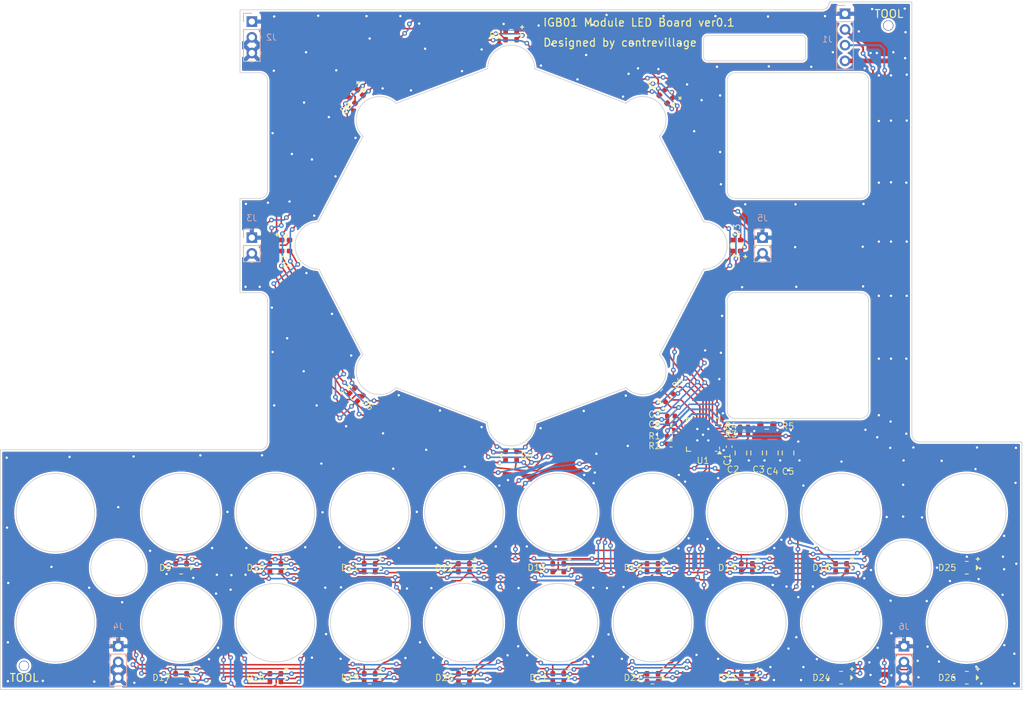
<source format=kicad_pcb>
(kicad_pcb (version 20241229) (generator "pcbnew") (generator_version "9.0")
  (layers (0 "F.Cu" signal) (2 "B.Cu" signal) (13 "F.Paste" user) (15 "B.Paste" user) (5 "F.SilkS" user "F.Silkscreen") (7 "B.SilkS" user "B.Silkscreen") (1 "F.Mask" user) (3 "B.Mask" user) (25 "Edge.Cuts" user))
  (net 0 "")
  (net 1 "GND")
  (net 2 "/3V3_DISP")
  (net 3 "Net-(U1-IN)")
  (net 4 "Net-(U1-C_FILT)")
  (net 5 "Net-(D1-A)")
  (net 6 "Net-(D1-RK)")
  (net 7 "Net-(D1-GK)")
  (net 8 "Net-(D1-BK)")
  (net 9 "Net-(D2-BK)")
  (net 10 "Net-(D2-GK)")
  (net 11 "Net-(D2-RK)")
  (net 12 "Net-(D11-RK)")
  (net 13 "Net-(D11-GK)")
  (net 14 "Net-(D11-A)")
  (net 15 "Net-(D10-A)")
  (net 16 "Net-(D10-RK)")
  (net 17 "Net-(D10-BK)")
  (net 18 "Net-(D10-GK)")
  (net 19 "Net-(D23-A)")
  (net 20 "Net-(D25-A)")
  (net 21 "/LED_DRV_SDA")
  (net 22 "/LED_DRV_SCL")
  (net 23 "Net-(U1-SDA)")
  (net 24 "Net-(U1-SCL)")
  (net 25 "Net-(U1-~{SDB})")
  (net 26 "/INTB")
  (net 27 "Net-(U1-R_EXT)")
  (footprint "custom:led_rgb" (layer "F.Cu") (at 121.5 145)
    (property "Reference" "D13")
    (property "Value" "E6C0606RGBC3UDA")
  )
  (footprint "custom:led_rgb" (layer "F.Cu") (at 133.5 159)
    (property "Reference" "D22")
    (property "Value" "E6C0606RGBC3UDA")
  )
  (footprint "custom:led_rgb" (layer "F.Cu") (at 135.22 122.97 -135)
    (property "Reference" "D4")
    (property "Value" "E6C0606RGBC3UDA")
  )
  (footprint "custom:led_rgb" (layer "F.Cu") (at 121.5 159)
    (property "Reference" "D21")
    (property "Value" "E6C0606RGBC3UDA")
  )
  (footprint "Capacitor_SMD:C_0402_1005Metric" (layer "F.Cu") (at 135.85 125.7 180)
    (property "Reference" "C7")
    (property "Value" "100n")
  )
  (footprint "custom:led_rgb" (layer "F.Cu") (at 145.5 159)
    (property "Reference" "D23")
    (property "Value" "E6C0606RGBC3UDA")
  )
  (footprint "Resistor_SMD:R_0402_1005Metric" (layer "F.Cu") (at 145.15 127.1 180)
    (property "Reference" "R4")
    (property "Value" "10k")
  )
  (footprint "custom:led_rgb" (layer "F.Cu") (at 109.5 159)
    (property "Reference" "D20")
    (property "Value" "E6C0606RGBC3UDA")
  )
  (footprint "Capacitor_SMD:C_0805_2012Metric" (layer "F.Cu") (at 150.75 130.4 -90)
    (property "Reference" "C5")
    (property "Value" "22u")
  )
  (footprint "custom:led_rgb" (layer "F.Cu") (at 157.5 159)
    (property "Reference" "D24")
    (property "Value" "E6C0606RGBC3UDA")
  )
  (footprint "custom:led_rgb" (layer "F.Cu") (at 157.5 145)
    (property "Reference" "D16")
    (property "Value" "E6C0606RGBC3UDA")
  )
  (footprint "custom:led_rgb" (layer "F.Cu") (at 173.5 145)
    (property "Reference" "D25")
    (property "Value" "E6C0606RGBC3UDA")
  )
  (footprint "Resistor_SMD:R_0402_1005Metric" (layer "F.Cu") (at 135.85 128.3 180)
    (property "Reference" "R1")
    (property "Value" "22")
  )
  (footprint "custom:led_rgb" (layer "F.Cu") (at 173.5 159)
    (property "Reference" "D26")
    (property "Value" "E6C0606RGBC3UDA")
  )
  (footprint "custom:led_rgb" (layer "F.Cu") (at 97.5 159)
    (property "Reference" "D19")
    (property "Value" "E6C0606RGBC3UDA")
  )
  (footprint "custom:led_rgb" (layer "F.Cu") (at 73.5 145)
    (property "Reference" "D9")
    (property "Value" "E6C0606RGBC3UDA")
  )
  (footprint "Package_DFN_QFN:QFN-28-1EP_4x4mm_P0.4mm_EP2.3x2.3mm" (layer "F.Cu") (at 139.925 128.075 180)
    (property "Reference" "U1")
    (property "Value" "IS31FL3731-QF")
  )
  (footprint "custom:led_rgb" (layer "F.Cu") (at 145.5 145)
    (property "Reference" "D15")
    (property "Value" "E6C0606RGBC3UDA")
  )
  (footprint "kicadlib:JLC_TOOL_HOLE" (layer "F.Cu") (at 56.5 154.5)
    (property "Reference" "REF**" (hide yes))
    (property "Value" "JLC_TOOL_HOLE")
  )
  (footprint "custom:led_rgb" (layer "F.Cu") (at 144.2 104 -90)
    (property "Reference" "D3")
    (property "Value" "E6C0606RGBC3UDA")
  )
  (footprint "custom:led_rgb" (layer "F.Cu") (at 73.5 159)
    (property "Reference" "D17")
    (property "Value" "E6C0606RGBC3UDA")
  )
  (footprint "custom:led_rgb" (layer "F.Cu") (at 85.5 145)
    (property "Reference" "D10")
    (property "Value" "E6C0606RGBC3UDA")
  )
  (footprint "custom:led_rgb" (layer "F.Cu") (at 109.5 145)
    (property "Reference" "D12")
    (property "Value" "E6C0606RGBC3UDA")
  )
  (footprint "custom:led_rgb" (layer "F.Cu") (at 95.78 85.03 45)
    (property "Reference" "D8")
    (property "Value" "E6C0606RGBC3UDA")
  )
  (footprint "kicadlib:JLC_TOOL_HOLE" (layer "F.Cu") (at 166.5 73)
    (property "Reference" "REF**" (hide yes))
    (property "Value" "JLC_TOOL_HOLE")
  )
  (footprint "Capacitor_SMD:C_0805_2012Metric" (layer "F.Cu") (at 146.75 130.4 -90)
    (property "Reference" "C3")
    (property "Value" "22u")
  )
  (footprint "custom:led_rgb" (layer "F.Cu") (at 85.5 159)
    (property "Reference" "D18")
    (property "Value" "E6C0606RGBC3UDA")
  )
  (footprint "custom:led_rgb" (layer "F.Cu") (at 95.78 122.97 135)
    (property "Reference" "D6")
    (property "Value" "E6C0606RGBC3UDA")
  )
  (footprint "custom:led_rgb" (layer "F.Cu") (at 97.5 145)
    (property "Reference" "D11")
    (property "Value" "E6C0606RGBC3UDA")
  )
  (footprint "custom:led_rgb" (layer "F.Cu") (at 135.22 85.03 -45)
    (property "Reference" "D2")
    (property "Value" "E6C0606RGBC3UDA")
  )
  (footprint "custom:led_rgb" (layer "F.Cu") (at 115.5 77.3)
    (property "Reference" "D1")
    (property "Value" "E6C0606RGBC3UDA")
  )
  (footprint "Capacitor_SMD:C_0805_2012Metric" (layer "F.Cu") (at 148.75 130.4 -90)
    (property "Reference" "C4")
    (property "Value" "22u")
  )
  (footprint "custom:led_rgb" (layer "F.Cu") (at 133.5 145)
    (property "Reference" "D14")
    (property "Value" "E6C0606RGBC3UDA")
  )
  (footprint "Capacitor_SMD:C_0805_2012Metric" (layer "F.Cu") (at 144.75 130.4 -90)
    (property "Reference" "C2")
    (property "Value" "22u")
  )
  (footprint "Resistor_SMD:R_0402_1005Metric" (layer "F.Cu") (at 135.85 129.25 180)
    (property "Reference" "R2")
    (property "Value" "22")
  )
  (footprint "Resistor_SMD:R_0402_1005Metric" (layer "F.Cu") (at 145.15 128.05 180)
    (property "Reference" "R3")
    (property "Value" "100k")
  )
  (footprint "custom:led_rgb" (layer "F.Cu") (at 115.5 130.7 180)
    (property "Reference" "D5")
    (property "Value" "E6C0606RGBC3UDA")
  )
  (footprint "Resistor_SMD:R_0603_1608Metric" (layer "F.Cu") (at 148.05 126.85)
    (property "Reference" "R5")
    (property "Value" "47k")
  )
  (footprint "custom:led_rgb" (layer "F.Cu") (at 86.8 104 90)
    (property "Reference" "D7")
    (property "Value" "E6C0606RGBC3UDA")
  )
  (footprint "Capacitor_SMD:C_0402_1005Metric" (layer "F.Cu") (at 143.25 129.6 -90)
    (property "Reference" "C1")
    (property "Value" "100n")
  )
  (footprint "Capacitor_SMD:C_0402_1005Metric" (layer "F.Cu") (at 135.85 126.65 180)
    (property "Reference" "C6")
    (property "Value" "100n")
  )
  (footprint "Connector_PinSocket_2.00mm:PinSocket_1x02_P2.00mm_Vertical" (layer "B.Cu") (at 147.5 103 180)
    (property "Reference" "J5")
    (property "Value" "Conn_01x02")
  )
  (footprint "Connector_PinSocket_2.00mm:PinSocket_1x02_P2.00mm_Vertical" (layer "B.Cu") (at 82.5 103 180)
    (property "Reference" "J3")
    (property "Value" "Conn_01x02")
  )
  (footprint "Connector_PinSocket_2.00mm:PinSocket_1x03_P2.00mm_Vertical" (layer "B.Cu") (at 65.5 155 180)
    (property "Reference" "J4")
    (property "Value" "Conn_01x03")
  )
  (footprint "Connector_PinSocket_2.00mm:PinSocket_1x03_P2.00mm_Vertical" (layer "B.Cu") (at 82.5 75.5 180)
    (property "Reference" "J2")
    (property "Value" "Conn_01x03")
  )
  (footprint "Connector_PinSocket_2.00mm:PinSocket_1x03_P2.00mm_Vertical" (layer "B.Cu") (at 165.5 155 180)
    (property "Reference" "J6")
    (property "Value" "Conn_01x03")
  )
  (footprint "Connector_PinSocket_2.00mm:PinSocket_1x04_P2.00mm_Vertical" (layer "B.Cu") (at 158 74.5 180)
    (property "Reference" "J1")
    (property "Value" "DISP_CON1")
  )
  (gr_line (start 136.3 90.05) (end 141.5 100.1) (stroke (width 0.2)) (layer "F.Cu") (net 5))
  (gr_line (start 111.275 130) (end 99.625 125.6) (stroke (width 0.2)) (layer "F.Cu") (net 7))
  (gr_line (start 143.2 109.35) (end 139.2 117.2) (stroke (width 0.2)) (layer "F.Cu") (net 9))
  (gr_line (start 130.7 83.1) (end 120.1 79.1) (stroke (width 0.2)) (layer "F.Cu") (net 8))
  (gr_line (start 133.2375 124.775) (end 119.45 129.95) (stroke (width 0.2)) (layer "F.Cu") (net 9))
  (gr_line (start 93.800019 119.5) (end 88.19998 108.599999) (stroke (width 0.2)) (layer "F.Cu") (net 5))
  (gr_line (start 111.825 128.9) (end 100.175 124.5) (stroke (width 0.2)) (layer "F.Cu") (net 6))
  (gr_line (start 132.7 123.35) (end 118.015989 128.876584) (stroke (width 0.2)) (layer "F.Cu") (net 11))
  (gr_line (start 141.1 107.8) (end 136.3 117.1) (stroke (width 0.2)) (layer "F.Cu") (net 10))
  (gr_line (start 142.75 108.8) (end 138.4 117.35) (stroke (width 0.2)) (layer "F.Cu") (net 5))
  (gr_line (start 142.2 108.4) (end 137.7 117.2) (stroke (width 0.2)) (layer "F.Cu") (net 8))
  (gr_line (start 137 89.9) (end 142.05 99.65) (stroke (width 0.2)) (layer "F.Cu") (net 9))
  (gr_line (start 137.75 89.75) (end 142.6 99.15) (stroke (width 0.2)) (layer "F.Cu") (net 8))
  (gr_line (start 135.55 90.05) (end 141.025 100.6) (stroke (width 0.2)) (layer "F.Cu") (net 10))
  (gr_line (start 92.25 119.45) (end 87.05 109.35) (stroke (width 0.2)) (layer "F.Cu") (net 7))
  (gr_line (start 141.65 108.1) (end 137.05 117.05) (stroke (width 0.2)) (layer "F.Cu") (net 7))
  (gr_line (start 130.6 83.8) (end 119.5 79.6) (stroke (width 0.2)) (layer "F.Cu") (net 5))
  (gr_line (start 130.675 84.5) (end 119.025 80.099999) (stroke (width 0.2)) (layer "F.Cu") (net 11))
  (gr_line (start 110.8 130.5) (end 99.6 126.25) (stroke (width 0.2)) (layer "F.Cu") (net 5))
  (gr_line (start 91.475 119.5) (end 86.425 109.7) (stroke (width 0.2)) (layer "F.Cu") (net 10))
  (gr_line (start 133.05 124.05) (end 118.4 129.55) (stroke (width 0.2)) (layer "F.Cu") (net 6))
  (gr_line (start 111.825 128.25) (end 100.175 123.85) (stroke (width 0.2)) (layer "F.Cu") (net 11))
  (gr_line (start 94.400019 119.1) (end 88.79998 108.199999) (stroke (width 0.2)) (layer "F.Cu") (net 11))
  (gr_line (start 111.575 129.45) (end 99.925 125.05) (stroke (width 0.2)) (layer "F.Cu") (net 9))
  (gr_line (start 92.975 119.35) (end 87.625 108.95) (stroke (width 0.2)) (layer "F.Cu") (net 6))
  (gr_line (start 140.5875 107.475) (end 135.6125 117.125) (stroke (width 0.2)) (layer "F.Cu") (net 6))
  (gr_line (start 161 97) (end 161 83) (stroke (width 0.1)) (layer "Edge.Cuts"))
  (gr_arc (start 143 83) (mid 143.292893 82.292893) (end 144 82) (stroke (width 0.1)) (layer "Edge.Cuts"))
  (gr_line (start 134.349999 90.1) (end 140 101) (stroke (width 0.1)) (layer "Edge.Cuts"))
  (gr_arc (start 134.35 117.9) (mid 134.35 122.1) (end 130.15 122.1) (stroke (width 0.1)) (layer "Edge.Cuts"))
  (gr_arc (start 167.5 129) (mid 166.792893 128.707107) (end 166.5 128) (stroke (width 0.1)) (layer "Edge.Cuts"))
  (gr_arc (start 152.5 77.25) (mid 152.853553 77.396447) (end 153 77.75) (stroke (width 0.1)) (layer "Edge.Cuts"))
  (gr_line (start 146.5 110) (end 144 110) (stroke (width 0.1)) (layer "Edge.Cuts"))
  (gr_circle (center 173.5 152) (end 178.5 152) (stroke (width 0.1)) (fill no) (layer "Edge.Cuts"))
  (gr_line (start 160 98) (end 146.5 98) (stroke (width 0.1)) (layer "Edge.Cuts"))
  (gr_circle (center 109.5 138) (end 114.5 138) (stroke (width 0.1)) (fill no) (layer "Edge.Cuts"))
  (gr_line (start 81 98) (end 81 110) (stroke (width 0.1)) (layer "Edge.Cuts"))
  (gr_line (start 180.5 144) (end 180.5 130) (stroke (width 0.1)) (layer "Edge.Cuts"))
  (gr_circle (center 57.5 152) (end 62.5 152) (stroke (width 0.1)) (fill no) (layer "Edge.Cuts"))
  (gr_line (start 84.5 111) (end 84.5 129) (stroke (width 0.1)) (layer "Edge.Cuts"))
  (gr_line (start 81 81) (end 81 82) (stroke (width 0.1)) (layer "Edge.Cuts"))
  (gr_arc (start 91.05 107) (mid 88 104.05) (end 90.95 101) (stroke (width 0.1)) (layer "Edge.Cuts"))
  (gr_arc (start 160 82) (mid 160.707107 82.292893) (end 161 83) (stroke (width 0.1)) (layer "Edge.Cuts"))
  (gr_circle (center 157.5 138) (end 162.5 138) (stroke (width 0.1)) (fill no) (layer "Edge.Cuts"))
  (gr_circle (center 97.5 152) (end 102.5 152) (stroke (width 0.1)) (fill no) (layer "Edge.Cuts"))
  (gr_arc (start 84.5 97) (mid 84.207107 97.707107) (end 83.5 98) (stroke (width 0.1)) (layer "Edge.Cuts"))
  (gr_circle (center 97.5 138) (end 102.5 138) (stroke (width 0.1)) (fill no) (layer "Edge.Cuts"))
  (gr_circle (center 121.5 138) (end 126.5 138) (stroke (width 0.1)) (fill no) (layer "Edge.Cuts"))
  (gr_circle (center 157.5 152) (end 162.5 152) (stroke (width 0.1)) (fill no) (layer "Edge.Cuts"))
  (gr_arc (start 83.5 82) (mid 84.207107 82.292893) (end 84.5 83) (stroke (width 0.1)) (layer "Edge.Cuts"))
  (gr_line (start 180.5 160.5) (end 180.5 144) (stroke (width 0.1)) (layer "Edge.Cuts"))
  (gr_line (start 143 111) (end 143 125) (stroke (width 0.1)) (layer "Edge.Cuts"))
  (gr_circle (center 73.5 138) (end 78.5 138) (stroke (width 0.1)) (fill no) (layer "Edge.Cuts"))
  (gr_line (start 159.5 73) (end 166.5 73) (stroke (width 0.1)) (layer "Edge.Cuts"))
  (gr_arc (start 140 101) (mid 143 104) (end 140 107) (stroke (width 0.1)) (layer "Edge.Cuts"))
  (gr_line (start 144 126) (end 160 126) (stroke (width 0.1)) (layer "Edge.Cuts"))
  (gr_line (start 96.65 117.900001) (end 91.049961 107) (stroke (width 0.1)) (layer "Edge.Cuts"))
  (gr_line (start 140 107) (end 134.349999 117.9) (stroke (width 0.1)) (layer "Edge.Cuts"))
  (gr_line (start 72 130) (end 50.5 130) (stroke (width 0.1)) (layer "Edge.Cuts"))
  (gr_line (start 143 83) (end 143 97) (stroke (width 0.1)) (layer "Edge.Cuts"))
  (gr_arc (start 144 98) (mid 143.292893 97.707107) (end 143 97) (stroke (width 0.1)) (layer "Edge.Cuts"))
  (gr_circle (center 109.5 152) (end 114.5 152) (stroke (width 0.1)) (fill no) (layer "Edge.Cuts"))
  (gr_arc (start 143 111) (mid 143.292893 110.292893) (end 144 110) (stroke (width 0.1)) (layer "Edge.Cuts"))
  (gr_line (start 153 77.75) (end 153 80) (stroke (width 0.1)) (layer "Edge.Cuts"))
  (gr_arc (start 153 80) (mid 152.853553 80.353553) (end 152.5 80.5) (stroke (width 0.1)) (layer "Edge.Cuts"))
  (gr_line (start 100.849999 85.9) (end 112.5 81.5) (stroke (width 0.1)) (layer "Edge.Cuts"))
  (gr_arc (start 100.85 122.1) (mid 96.65 122.1) (end 96.65 117.9) (stroke (width 0.1)) (layer "Edge.Cuts"))
  (gr_arc (start 96.65 90.1) (mid 96.65 85.9) (end 100.85 85.9) (stroke (width 0.1)) (layer "Edge.Cuts"))
  (gr_line (start 160 110) (end 146.5 110) (stroke (width 0.1)) (layer "Edge.Cuts"))
  (gr_arc (start 161 97) (mid 160.707107 97.707107) (end 160 98) (stroke (width 0.1)) (layer "Edge.Cuts"))
  (gr_line (start 83.5 130) (end 72 130) (stroke (width 0.1)) (layer "Edge.Cuts"))
  (gr_line (start 81 74) (end 81 81) (stroke (width 0.1)) (layer "Edge.Cuts"))
  (gr_line (start 81 98) (end 83.5 98) (stroke (width 0.1)) (layer "Edge.Cuts"))
  (gr_circle (center 57.5 138) (end 62.5 138) (stroke (width 0.1)) (fill no) (layer "Edge.Cuts"))
  (gr_arc (start 140 77.75) (mid 140.146447 77.396447) (end 140.5 77.25) (stroke (width 0.1)) (layer "Edge.Cuts"))
  (gr_circle (center 121.5 152) (end 126.5 152) (stroke (width 0.1)) (fill no) (layer "Edge.Cuts"))
  (gr_line (start 180.5 129) (end 180.5 130) (stroke (width 0.1)) (layer "Edge.Cuts"))
  (gr_line (start 140.5 77.25) (end 152.5 77.25) (stroke (width 0.1)) (layer "Edge.Cuts"))
  (gr_circle (center 145.5 152) (end 150.5 152) (stroke (width 0.1)) (fill no) (layer "Edge.Cuts"))
  (gr_arc (start 161 125) (mid 160.707107 125.707107) (end 160 126) (stroke (width 0.1)) (layer "Edge.Cuts"))
  (gr_arc (start 156 73) (mid 155.707107 73.707107) (end 155 74) (stroke (width 0.1)) (layer "Edge.Cuts"))
  (gr_line (start 84.5 83) (end 84.5 97) (stroke (width 0.1)) (layer "Edge.Cuts"))
  (gr_arc (start 130.15 85.9) (mid 134.35 85.9) (end 134.35 90.1) (stroke (width 0.1)) (layer "Edge.Cuts"))
  (gr_circle (center 65.5 145) (end 69 145) (stroke (width 0.1)) (fill no) (layer "Edge.Cuts"))
  (gr_line (start 90.950039 101) (end 96.650001 90.1) (stroke (width 0.1)) (layer "Edge.Cuts"))
  (gr_arc (start 140.5 80.5) (mid 140.146447 80.353553) (end 140 80) (stroke (width 0.1)) (layer "Edge.Cuts"))
  (gr_line (start 81 74) (end 155 74) (stroke (width 0.1)) (layer "Edge.Cuts"))
  (gr_line (start 156 73) (end 159.5 73) (stroke (width 0.1)) (layer "Edge.Cuts"))
  (gr_line (start 160 82) (end 144 82) (stroke (width 0.1)) (layer "Edge.Cuts"))
  (gr_arc (start 144 126) (mid 143.292893 125.707107) (end 143 125) (stroke (width 0.1)) (layer "Edge.Cuts"))
  (gr_line (start 166.5 73) (end 166.5 128) (stroke (width 0.1)) (layer "Edge.Cuts"))
  (gr_line (start 81 110) (end 83.5 110) (stroke (width 0.1)) (layer "Edge.Cuts"))
  (gr_line (start 130.150001 122.1) (end 118.5 126.5) (stroke (width 0.1)) (layer "Edge.Cuts"))
  (gr_circle (center 165.5 145) (end 169 145) (stroke (width 0.1)) (fill no) (layer "Edge.Cuts"))
  (gr_circle (center 173.5 138) (end 178.5 138) (stroke (width 0.1)) (fill no) (layer "Edge.Cuts"))
  (gr_arc (start 84.5 129) (mid 84.207107 129.707107) (end 83.5 130) (stroke (width 0.1)) (layer "Edge.Cuts"))
  (gr_line (start 50.5 130) (end 50.5 160.5) (stroke (width 0.1)) (layer "Edge.Cuts"))
  (gr_circle (center 85.5 152) (end 90.5 152) (stroke (width 0.1)) (fill no) (layer "Edge.Cuts"))
  (gr_circle (center 145.5 138) (end 150.5 138) (stroke (width 0.1)) (fill no) (layer "Edge.Cuts"))
  (gr_line (start 81 82) (end 83.5 82) (stroke (width 0.1)) (layer "Edge.Cuts"))
  (gr_arc (start 83.5 110) (mid 84.207107 110.292893) (end 84.5 111) (stroke (width 0.1)) (layer "Edge.Cuts"))
  (gr_line (start 130.15 85.900001) (end 118.5 81.5) (stroke (width 0.1)) (layer "Edge.Cuts"))
  (gr_circle (center 133.5 138) (end 138.5 138) (stroke (width 0.1)) (fill no) (layer "Edge.Cuts"))
  (gr_circle (center 85.5 138) (end 90.5 138) (stroke (width 0.1)) (fill no) (layer "Edge.Cuts"))
  (gr_line (start 112.5 126.5) (end 100.85 122.1) (stroke (width 0.1)) (layer "Edge.Cuts"))
  (gr_arc (start 160 110) (mid 160.707107 110.292893) (end 161 111) (stroke (width 0.1)) (layer "Edge.Cuts"))
  (gr_circle (center 133.5 152) (end 138.5 152) (stroke (width 0.1)) (fill no) (layer "Edge.Cuts"))
  (gr_line (start 144 98) (end 146.5 98) (stroke (width 0.1)) (layer "Edge.Cuts"))
  (gr_line (start 161 125) (end 161 111) (stroke (width 0.1)) (layer "Edge.Cuts"))
  (gr_circle (center 73.5 152) (end 78.5 152) (stroke (width 0.1)) (fill no) (layer "Edge.Cuts"))
  (gr_line (start 50.5 160.5) (end 180.5 160.5) (stroke (width 0.1)) (layer "Edge.Cuts"))
  (gr_line (start 140 77.75) (end 140 80) (stroke (width 0.1)) (layer "Edge.Cuts"))
  (gr_arc (start 112.5 81.5) (mid 115.5 78.5) (end 118.5 81.5) (stroke (width 0.1)) (layer "Edge.Cuts"))
  (gr_line (start 152.5 80.5) (end 140.5 80.5) (stroke (width 0.1)) (layer "Edge.Cuts"))
  (gr_arc (start 118.5 126.5) (mid 115.5 129.5) (end 112.5 126.5) (stroke (width 0.1)) (layer "Edge.Cuts"))
  (gr_line (start 167.5 129) (end 180.5 129) (stroke (width 0.1)) (layer "Edge.Cuts"))
  (gr_text "TOOL" (at 161.65 75.1 0) (layer "F.SilkS") (effects (font (size 1 1)) (justify left bottom)))
  (gr_text "IGB01 Module LED Board ver0.1" (at 119.5 76.2 0) (layer "F.SilkS") (effects (font (size 1 1)) (justify left bottom)))
  (gr_text "TOOL" (at 51.6 159.6 0) (layer "F.SilkS") (effects (font (size 1 1)) (justify left bottom)))
  (gr_text "Designed by centrevillage" (at 119.5 78.75 0) (layer "F.SilkS") (effects (font (size 1 1)) (justify left bottom)))
  (segment (start 143.25 130.08) (end 142.58 130.08) (width 0.3) (layer "F.Cu") (net 1))
  (segment (start 137.9875 128.075) (end 137.061196 128.075) (width 0.2) (layer "F.Cu") (net 1))
  (segment (start 144.75 131.35) (end 148.75 131.35) (width 0.4) (layer "F.Cu") (net 1))
  (segment (start 147.75 131.35) (end 149.75 131.35) (width 0.4) (layer "F.Cu") (net 1))
  (segment (start 142.58 130.08) (end 142.55 130.05) (width 0.3) (layer "F.Cu") (net 1))
  (segment (start 137.061196 128.075) (end 136.291395 127.305199) (width 0.2) (layer "F.Cu") (net 1))
  (segment (start 145.75 131.35) (end 147.75 131.35) (width 0.4) (layer "F.Cu") (net 1))
  (segment (start 134.05 127.95) (end 135.35 126.65) (width 0.3) (layer "F.Cu") (net 1))
  (segment (start 149.75 131.35) (end 150.75 131.35) (width 0.4) (layer "F.Cu") (net 1))
  (segment (start 143.45 127.365) (end 142.985 127.365) (width 0.3) (layer "F.Cu") (net 1))
  (segment (start 144.75 131.35) (end 145.75 131.35) (width 0.4) (layer "F.Cu") (net 1))
  (segment (start 144.75 131.35) (end 146.75 131.35) (width 0.4) (layer "F.Cu") (net 1))
  (segment (start 136.025199 127.305199) (end 135.37 126.65) (width 0.2) (layer "F.Cu") (net 1))
  (segment (start 135.37 125.7) (end 135.37 126.65) (width 0.25) (layer "F.Cu") (net 1))
  (segment (start 142.985 127.365) (end 142.675 127.675) (width 0.2) (layer "F.Cu") (net 1))
  (segment (start 148.875 126.975) (end 149.4 127.5) (width 0.4) (layer "F.Cu") (net 1))
  (segment (start 134.05 128.05) (end 134.05 127.95) (width 0.3) (layer "F.Cu") (net 1))
  (segment (start 136.291395 127.305199) (end 136.025199 127.305199) (width 0.2) (layer "F.Cu") (net 1))
  (segment (start 142.675 127.675) (end 141.8625 127.675) (width 0.2) (layer "F.Cu") (net 1))
  (via (at 178.27 154.86) (size 0.6) (drill 0.3) (layers "F.Cu" "B.Cu") (net 1))
  (via (at 79.9 145.95) (size 0.6) (drill 0.3) (layers "F.Cu" "B.Cu") (net 1))
  (via (at 141.85 156.6) (size 0.6) (drill 0.3) (layers "F.Cu" "B.Cu") (net 1))
  (via (at 101.2 123.05) (size 0.6) (drill 0.3) (layers "F.Cu" "B.Cu") (net 1))
  (via (at 113.55 142.3) (size 0.6) (drill 0.3) (layers "F.Cu" "B.Cu") (net 1))
  (via (at 163.85 103.5) (size 0.6) (drill 0.3) (layers "F.Cu" "B.Cu") (net 1))
  (via (at 150.75 132.6) (size 0.6) (drill 0.3) (layers "F.Cu" "B.Cu") (net 1))
  (via (at 90.45 100.2) (size 0.6) (drill 0.3) (layers "F.Cu" "B.Cu") (net 1))
  (via (at 85.3 81.75) (size 0.6) (drill 0.3) (layers "F.Cu" "B.Cu") (net 1))
  (via (at 141.5 74.8) (size 0.6) (drill 0.3) (layers "F.Cu" "B.Cu") (net 1))
  (via (at 87.3 98.4) (size 0.6) (drill 0.3) (layers "F.Cu" "B.Cu") (net 1))
  (via (at 163.9 158.7) (size 0.6) (drill 0.3) (layers "F.Cu" "B.Cu") (net 1))
  (via (at 115.1 133.85) (size 0.6) (drill 0.3) (layers "F.Cu" "B.Cu") (net 1))
  (via (at 97.5 77.65) (size 0.6) (drill 0.3) (layers "F.Cu" "B.Cu") (net 1))
  (via (at 152.05 128.95) (size 0.6) (drill 0.3) (layers "F.Cu" "B.Cu") (net 1))
  (via (at 143.45 127.365) (size 0.6) (drill 0.3) (layers "F.Cu" "B.Cu") (net 1))
  (via (at 152.2 131.35) (size 0.6) (drill 0.3) (layers "F.Cu" "B.Cu") (net 1))
  (via (at 83.5 109.25) (size 0.6) (drill 0.3) (layers "F.Cu" "B.Cu") (net 1))
  (via (at 93.65 142.4) (size 0.6) (drill 0.3) (layers "F.Cu" "B.Cu") (net 1))
  (via (at 127.9 153.5) (size 0.6) (drill 0.3) (layers "F.Cu" "B.Cu") (net 1))
  (via (at 61.8 147.55) (size 0.6) (drill 0.3) (layers "F.Cu" "B.Cu") (net 1))
  (via (at 114 134.55) (size 0.6) (drill 0.3) (layers "F.Cu" "B.Cu") (net 1))
  (via (at 156.45 79.4) (size 0.6) (drill 0.3) (layers "F.Cu" "B.Cu") (net 1))
  (via (at 66 149.4) (size 0.6) (drill 0.3) (layers "F.Cu" "B.Cu") (net 1))
  (via (at 152.4 159.3) (size 0.6) (drill 0.3) (layers "F.Cu" "B.Cu") (net 1))
  (via (at 109.6 132.15) (size 0.6) (drill 0.3) (layers "F.Cu" "B.Cu") (net 1))
  (via (at 69.55 142.85) (size 0.6) (drill 0.3) (layers "F.Cu" "B.Cu") (net 1))
  (via (at 140.6 127.35) (size 0.6) (drill 0.3) (layers "F.Cu" "B.Cu") (net 1))
  (via (at 85.15 89.7) (size 0.6) (drill 0.3) (layers "F.Cu" "B.Cu") (net 1))
  (via (at 105.95 142.45) (size 0.6) (drill 0.3) (layers "F.Cu" "B.Cu") (net 1))
  (via (at 137.9 83.5) (size 0.6) (drill 0.3) (layers "F.Cu" "B.Cu") (net 1))
  (via (at 92.7 112.7) (size 0.6) (drill 0.3) (layers "F.Cu" "B.Cu") (net 1))
  (via (at 163.75 129.75) (size 0.6) (drill 0.3) (layers "F.Cu" "B.Cu") (net 1))
  (via (at 174.6 132.45) (size 0.6) (drill 0.3) (layers "F.Cu" "B.Cu") (net 1))
  (via (at 102.25 147.65) (size 0.6) (drill 0.3) (layers "F.Cu" "B.Cu") (net 1))
  (via (at 89.4 79.4) (size 0.6) (drill 0.3) (layers "F.Cu" "B.Cu") (net 1))
  (via (at 165.8 127.95) (size 0.6) (drill 0.3) (layers "F.Cu" "B.Cu") (net 1))
  (via (at 160.45 146.35) (size 0.6) (drill 0.3) (layers "F.Cu" "B.Cu") (net 1))
  (via (at 175 146.45) (size 0.6) (drill 0.3) (layers "F.Cu" "B.Cu") (net 1))
  (via (at 145.3 98.75) (size 0.6) (drill 0.3) (layers "F.Cu" "B.Cu") (net 1))
  (via (at 55.9 159.4) (size 0.6) (drill 0.3) (layers "F.Cu" "B.Cu") (net 1))
  (via (at 150.55 147.4) (size 0.6) (drill 0.3) (layers "F.Cu" "B.Cu") (net 1))
  (via (at 142.1 92.1) (size 0.6) (drill 0.3) (layers "F.Cu" "B.Cu") (net 1))
  (via (at 87 115.8) (size 0.6) (drill 0.3) (layers "F.Cu" "B.Cu") (net 1))
  (via (at 151.7 98.75) (size 0.6) (drill 0.3) (layers "F.Cu" "B.Cu") (net 1))
  (via (at 165.4 138.5) (size 0.6) (drill 0.3) (layers "F.Cu" "B.Cu") (net 1))
  (via (at 142.2 96.2) (size 0.6) (drill 0.3) (layers "F.Cu" "B.Cu") (net 1))
  (via (at 90.95 74.75) (size 0.6) (drill 0.3) (layers "F.Cu" "B.Cu") (net 1))
  (via (at 168.5 155.05) (size 0.6) (drill 0.3) (layers "F.Cu" "B.Cu") (net 1))
  (via (at 153.9 147.4) (size 0.6) (drill 0.3) (layers "F.Cu" "B.Cu") (net 1))
  (via (at 148.2 74.85) (size 0.6) (drill 0.3) (layers "F.Cu" "B.Cu") (net 1))
  (via (at 62.45 159.5) (size 0.6) (drill 0.3) (layers "F.Cu" "B.Cu") (net 1))
  (via (at 136.85 133.2) (size 0.6) (drill 0.3) (layers "F.Cu" "B.Cu") (net 1))
  (via (at 138.1 141.25) (size 0.6) (drill 0.3) (layers "F.Cu" "B.Cu") (net 1))
  (via (at 131.65 81.45) (size 0.6) (drill 0.3) (layers "F.Cu" "B.Cu") (net 1))
  (via (at 178.1 143.6) (size 0.6) (drill 0.3) (layers "F.Cu" "B.Cu") (net 1))
  (via (at 167.35 158.95) (size 0.6) (drill 0.3) (layers "F.Cu" "B.Cu") (net 1))
  (via (at 161.25 79.5) (size 0.6) (drill 0.3) (layers "F.Cu" "B.Cu") (net 1))
  (via (at 93.25 81.7) (size 0.6) (drill 0.3) (layers "F.Cu" "B.Cu") (net 1))
  (via (at 151.65 104.2) (size 0.6) (drill 0.3) (layers "F.Cu" "B.Cu") (net 1))
  (via (at 77.95 148.3) (size 0.6) (drill 0.3) (layers "F.Cu" "B.Cu") (net 1))
  (via (at 129.6 156.6) (size 0.6) (drill 0.3) (layers "F.Cu" "B.Cu") (net 1))
  (via (at 119.25 127.25) (size 0.6) (drill 0.3) (layers "F.Cu" "B.Cu") (net 1))
  (via (at 163.8 126.4) (size 0.6) (drill 0.3) (layers "F.Cu" "B.Cu") (net 1))
  (via (at 165.85 82.25) (size 0.6) (drill 0.3) (layers "F.Cu" "B.Cu") (net 1))
  (via (at 157.55 131.5) (size 0.6) (drill 0.3) (layers "F.Cu" "B.Cu") (net 1))
  (via (at 162.05 79.5) (size 0.6) (drill 0.3) (layers "F.Cu" "B.Cu") (net 1))
  (via (at 117.55 156.15) (size 0.6) (drill 0.3) (layers "F.Cu" "B.Cu") (net 1))
  (via (at 141.7 81.25) (size 0.6) (drill 0.3) (layers "F.Cu" "B.Cu") (net 1))
  (via (at 125.95 147.55) (size 0.6) (drill 0.3) (layers "F.Cu" "B.Cu") (net 1))
  (via (at 142.55 130.05) (size 0.6) (drill 0.3) (layers "F.Cu" "B.Cu") (net 1))
  (via (at 103.9 154.5) (size 0.6) (drill 0.3) (layers "F.Cu" "B.Cu") (net 1))
  (via (at 93.8 156.6) (size 0.6) (drill 0.3) (layers "F.Cu" "B.Cu") (net 1))
  (via (at 171.35 146.7) (size 0.6) (drill 0.3) (layers "F.Cu" "B.Cu") (net 1))
  (via (at 165.4 134.45) (size 0.6) (drill 0.3) (layers "F.Cu" "B.Cu") (net 1))
  (via (at 103.5 137.9) (size 0.6) (drill 0.3) (layers "F.Cu" "B.Cu") (net 1))
  (via (at 119 76) (size 0.6) (drill 0.3) (layers "F.Cu" "B.Cu") (net 1))
  (via (at 143.4 131.35) (size 0.6) (drill 0.3) (layers "F.Cu" "B.Cu") (net 1))
  (via (at 138.8 89.45) (size 0.6) (drill 0.3) (layers "F.Cu" "B.Cu") (net 1))
  (via (at 94.5 127) (size 0.6) (drill 0.3) (layers "F.Cu" "B.Cu") (net 1))
  (via (at 102.05 156.5) (size 0.6) (drill 0.3) (layers "F.Cu" "B.Cu") (net 1))
  (via (at 162.15 155.2) (size 0.6) (drill 0.3) (layers "F.Cu" "B.Cu") (net 1))
  (via (at 165.85 110.4) (size 0.6) (drill 0.3) (layers "F.Cu" "B.Cu") (net 1))
  (via (at 75.05 146.3) (size 0.6) (drill 0.3) (layers "F.Cu" "B.Cu") (net 1))
  (via (at 95.15 118) (size 0.6) (drill 0.3) (layers "F.Cu" "B.Cu") (net 1))
  (via (at 81.7 145.9) (size 0.6) (drill 0.3) (layers "F.Cu" "B.Cu") (net 1))
  (via (at 81.75 98.7) (size 0.6) (drill 0.3) (layers "F.Cu" "B.Cu") (net 1))
  (via (at 92.3 87.65) (size 0.6) (drill 0.3) (layers "F.Cu" "B.Cu") (net 1))
  (via (at 130.45 82.15) (size 0.6) (drill 0.3) (layers "F.Cu" "B.Cu") (net 1))
  (via (at 126 134.25) (size 0.6) (drill 0.3) (layers "F.Cu" "B.Cu") (net 1))
  (via (at 79.4 137.9) (size 0.6) (drill 0.3) (layers "F.Cu" "B.Cu") (net 1))
  (via (at 141.9 142.5) (size 0.6) (drill 0.3) (layers "F.Cu" "B.Cu") (net 1))
  (via (at 51.45 154.5) (size 0.6) (drill 0.3) (layers "F.Cu" "B.Cu") (net 1))
  (via (at 126.35 130.5) (size 0.6) (drill 0.3) (layers "F.Cu" "B.Cu") (net 1))
  (via (at 167.25 156.85) (size 0.6) (drill 0.3) (layers "F.Cu" "B.Cu") (net 1))
  (via (at 124.75 125.05) (size 0.6) (drill 0.3) (layers "F.Cu" "B.Cu") (net 1))
  (via (at 111.75 79.05) (size 0.6) (drill 0.3) (layers "F.Cu" "B.Cu") (net 1))
  (via (at 125.05 79.75) (size 0.6) (drill 0.3) (layers "F.Cu" "B.Cu") (net 1))
  (via (at 162.3 88.15) (size 0.6) (drill 0.3) (layers "F.Cu" "B.Cu") (net 1))
  (via (at 105.6 156.45) (size 0.6) (drill 0.3) (layers "F.Cu" "B.Cu") (net 1))
  (via (at 161.3 145.3) (size 0.6) (drill 0.3) (layers "F.Cu" "B.Cu") (net 1))
  (via (at 161.45 73.9) (size 0.6) (drill 0.3) (layers "F.Cu" "B.Cu") (net 1))
  (via (at 179.55 155.95) (size 0.6) (drill 0.3) (layers "F.Cu" "B.Cu") (net 1))
  (via (at 129.8 147.45) (size 0.6) (drill 0.3) (layers "F.Cu" "B.Cu") (net 1))
  (via (at 85.15 117.55) (size 0.6) (drill 0.3) (layers "F.Cu" "B.Cu") (net 1))
  (via (at 152.7 157.65) (size 0.6) (drill 0.3) (layers "F.Cu" "B.Cu") (net 1))
  (via (at 149.4 127.5) (size 0.6) (drill 0.3) (layers "F.Cu" "B.Cu") (net 1))
  (via (at 97.1 74.8) (size 0.6) (drill 0.3) (layers "F.Cu" "B.Cu") (net 1))
  (via (at 136.8 142.55) (size 0.6) (drill 0.3) (layers "F.Cu" "B.Cu") (net 1))
  (via (at 151.1 127.5) (size 0.6) (drill 0.3) (layers "F.Cu" "B.Cu") (net 1))
  (via (at 165.65 80.15) (size 0.6) (drill 0.3) (layers "F.Cu" "B.Cu") (net 1))
  (via (at 71.65 145.8) (size 0.6) (drill 0.3) (layers "F.Cu" "B.Cu") (net 1))
  (via (at 75.95 130.7) (size 0.6) (drill 0.3) (layers "F.Cu" "B.Cu") (net 1))
  (via (at 153.7 81.25) (size 0.6) (drill 0.3) (layers "F.Cu" "B.Cu") (net 1))
  (via (at 142.1 84.9) (size 0.6) (drill 0.3) (layers "F.Cu" "B.Cu") (net 1))
  (via (at 160.25 104.15) (size 0.6) (drill 0.3) (layers "F.Cu" "B.Cu") (net 1))
  (via (at 179.7 134.2) (size 0.6) (drill 0.3) (layers "F.Cu" "B.Cu") (net 1))
  (via (at 162.3 82.35) (size 0.6) (drill 0.3) (layers "F.Cu" "B.Cu") (net 1))
  (via (at 90.15 156.45) (size 0.6) (drill 0.3) (layers "F.Cu" "B.Cu") (net 1))
  (via (at 163.9 153.35) (size 0.6) (drill 0.3) (layers "F.Cu" "B.Cu") (net 1))
  (via (at 85.05 111.9) (size 0.6) (drill 0.3) (layers "F.Cu" "B.Cu") (net 1))
  (via (at 174.8 129.7) (size 0.6) (drill 0.3) (layers "F.Cu" "B.Cu") (net 1))
  (via (at 84.55 98.55) (size 0.6) (drill 0.3) (layers "F.Cu" "B.Cu") (net 1))
  (via (at 140.2 117.35) (size 0.6) (drill 0.3) (layers "F.Cu" "B.Cu") (net 1))
  (via (at 162.3 125.6) (size 0.6) (drill 0.3) (layers "F.Cu" "B.Cu") (net 1))
  (via (at 166.7 129.7) (size 0.6) (drill 0.3) (layers "F.Cu" "B.Cu") (net 1))
  (via (at 89.15 85.8) (size 0.6) (drill 0.3) (layers "F.Cu" "B.Cu") (net 1))
  (via (at 116.4 155) (size 0.6) (drill 0.3) (layers "F.Cu" "B.Cu") (net 1))
  (via (at 67.45 130.85) (size 0.6) (drill 0.3) (layers "F.Cu" "B.Cu") (net 1))
  (via (at 85.35 124.35) (size 0.6) (drill 0.3) (layers "F.Cu" "B.Cu") (net 1))
  (via (at 57 144.9) (size 0.6) (drill 0.3) (layers "F.Cu" "B.Cu") (net 1))
  (via (at 139.75 85.5) (size 0.6) (drill 0.3) (layers "F.Cu" "B.Cu") (net 1))
  (via (at 179.75 129.75) (size 0.6) (drill 0.3) (layers "F.Cu" "B.Cu") (net 1))
  (via (at 163.85 88.1) (size 0.6) (drill 0.3) (layers "F.Cu" "B.Cu") (net 1))
  (via (at 129.75 85.05) (size 0.6) (drill 0.3) (layers "F.Cu" "B.Cu") (net 1))
  (via (at 163.85 82.35) (size 0.6) (drill 0.3) (layers "F.Cu" "B.Cu") (net 1))
  (via (at 151.8 109.25) (size 0.6) (drill 0.3) (layers "F.Cu" "B.Cu") (net 1))
  (via (at 160.6 127.45) (size 0.6) (drill 0.3) (layers "F.Cu" "B.Cu") (net 1))
  (via (at 104.7 130) (size 0.6) (drill 0.3) (layers "F.Cu" "B.Cu") (net 1))
  (via (at 95.7 90.3) (size 0.6) (drill 0.3) (layers "F.Cu" "B.Cu") (net 1))
  (via (at 137.65 134.05) (size 0.6) (drill 0.3) (layers "F.Cu" "B.Cu") (net 1))
  (via (at 165.6 73.85) (size 0.6) (drill 0.3) (layers "F.Cu" "B.Cu") (net 1))
  (via (at 160.3 109.2) (size 0.6) (drill 0.3) (layers "F.Cu" "B.Cu") (net 1))
  (via (at 160.5 81.45) (size 0.6) (drill 0.3) (layers "F.Cu" "B.Cu") (net 1))
  (via (at 152.7 134.55) (size 0.6) (drill 0.3) (layers "F.Cu" "B.Cu") (net 1))
  (via (at 131.05 78.35) (size 0.6) (drill 0.3) (layers "F.Cu" "B.Cu") (net 1))
  (via (at 104.55 78.95) (size 0.6) (drill 0.3) (layers "F.Cu" "B.Cu") (net 1))
  (via (at 167.8 138.6) (size 0.6) (drill 0.3) (layers "F.Cu" "B.Cu") (net 1))
  (via (at 125.85 75.9) (size 0.6) (drill 0.3) (layers "F.Cu" "B.Cu") (net 1))
  (via (at 87.6 92.35) (size 0.6) (drill 0.3) (layers "F.Cu" "B.Cu") (net 1))
  (via (at 149.9 141.45) (size 0.6) (drill 0.3) (layers "F.Cu" "B.Cu") (net 1))
  (via (at 81.7 109.25) (size 0.6) (drill 0.3) (layers "F.Cu" "B.Cu") (net 1))
  (via (at 140.6 128.8) (size 0.6) (drill 0.3) (layers "F.Cu" "B.Cu") (net 1))
  (via (at 89.1 120) (size 0.6) (drill 0.3) (layers "F.Cu" "B.Cu") (net 1))
  (via (at 144.9 109.3) (size 0.6) (drill 0.3) (layers "F.Cu" "B.Cu") (net 1))
  (via (at 163.85 110.4) (size 0.6) (drill 0.3) (layers "F.Cu" "B.Cu") (net 1))
  (via (at 99.2 127.9) (size 0.6) (drill 0.3) (layers "F.Cu" "B.Cu") (net 1))
  (via (at 165.7 76.85) (size 0.6) (drill 0.3) (layers "F.Cu" "B.Cu") (net 1))
  (via (at 77.45 142.5) (size 0.6) (drill 0.3) (layers "F.Cu" "B.Cu") (net 1))
  (via (at 162.3 96) (size 0.6) (drill 0.3) (layers "F.Cu" "B.Cu") (net 1))
  (via (at 79.8 147.8) (size 0.6) (drill 0.3) (layers "F.Cu" "B.Cu") (net 1))
  (via (at 161.25 158.65) (size 0.6) (drill 0.3) (layers "F.Cu" "B.Cu") (net 1))
  (via (at 71.55 159.6) (size 0.6) (drill 0.3) (layers "F.Cu" "B.Cu") (net 1))
  (via (at 142 121) (size 0.6) (drill 0.3) (layers "F.Cu" "B.Cu") (net 1))
  (via (at 165.85 103.5) (size 0.6) (drill 0.3) (layers "F.Cu" "B.Cu") (net 1))
  (via (at 161.1 157.05) (size 0.6) (drill 0.3) (layers "F.Cu" "B.Cu") (net 1))
  (via (at 173.5 143.6) (size 0.6) (drill 0.3) (layers "F.Cu" "B.Cu") (net 1))
  (via (at 101.4 74.8) (size 0.6) (drill 0.3) (layers "F.Cu" "B.Cu") (net 1))
  (via (at 91.95 153.45) (size 0.6) (drill 0.3) (layers "F.Cu" "B.Cu") (net 1))
  (via (at 178.05 148.45) (size 0.6) (drill 0.3) (layers "F.Cu" "B.Cu") (net 1))
  (via (at 91.35 131.75) (size 0.6) (drill 0.3) (layers "F.Cu" "B.Cu") (net 1))
  (via (at 65.5 137.3) (size 0.6) (drill 0.3) (layers "F.Cu" "B.Cu") (net 1))
  (via (at 130.35 129.5) (size 0.6) (drill 0.3) (layers "F.Cu" "B.Cu") (net 1))
  (via (at 148.95 159.3) (size 0.6) (drill 0.3) (layers "F.Cu" "B.Cu") (net 1))
  (via (at 139.2 127.35) (size 0.6) (drill 0.3) (layers "F.Cu" "B.Cu") (net 1))
  (via (at 137.1 78.35) (size 0.6) (drill 0.3) (layers "F.Cu" "B.Cu") (net 1))
  (via (at 146.45 127.6) (size 0.6) (drill 0.3) (layers "F.Cu" "B.Cu") (net 1))
  (via (at 114.55 75.8) (size 0.6) (drill 0.3) (layers "F.Cu" "B.Cu") (net 1))
  (via (at 67.55 159.65) (size 0.6) (drill 0.3) (layers "F.Cu" "B.Cu") (net 1))
  (via (at 159.75 76.75) (size 0.6) (drill 0.3) (layers "F.Cu" "B.Cu") (net 1))
  (via (at 85.35 74.85) (size 0.6) (drill 0.3) (layers "F.Cu" "B.Cu") (net 1))
  (via (at 116.45 147.6) (size 0.6) (drill 0.3) (layers "F.Cu" "B.Cu") (net 1))
  (via (at 163.85 95.95) (size 0.6) (drill 0.3) (layers "F.Cu" "B.Cu") (net 1))
  (via (at 178.25 140.95) (size 0.6) (drill 0.3) (layers "F.Cu" "B.Cu") (net 1))
  (via (at 148.5 157.65) (size 0.6) (drill 0.3) (layers "F.Cu" "B.Cu") (net 1))
  (via (at 165.8 96) (size 0.6) (drill 0.3) (layers "F.Cu" "B.Cu") (net 1))
  (via (at 90.15 93.05) (size 0.6) (drill 0.3) (layers "F.Cu" "B.Cu") (net 1))
  (via (at 126.15 132.9) (size 0.6) (drill 0.3) (layers "F.Cu" "B.Cu") (net 1))
  (via (at 154.41 156.64) (size 0.6) (drill 0.3) (layers "F.Cu" "B.Cu") (net 1))
  (via (at 134.9 74.8) (size 0.6) (drill 0.3) (layers "F.Cu" "B.Cu") (net 1))
  (via (at 171.85 158.95) (size 0.6) (drill 0.3) (layers "F.Cu" "B.Cu") (net 1))
  (via (at 164.15 79.4) (size 0.6) (drill 0.3) (layers "F.Cu" "B.Cu") (net 1))
  (via (at 93.85 147.5) (size 0.6) (drill 0.3) (layers "F.Cu" "B.Cu") (net 1))
  (via (at 163.3 138.55) (size 0.6) (drill 0.3) (layers "F.Cu" "B.Cu") (net 1))
  (via (at 103.8 75.75) (size 0.6) (drill 0.3) (layers "F.Cu" "B.Cu") (net 1))
  (via (at 162.3 110.4) (size 0.6) (drill 0.3) (layers "F.Cu" "B.Cu") (net 1))
  (via (at 152.05 148.75) (size 0.6) (drill 0.3) (layers "F.Cu" "B.Cu") (net 1))
  (via (at 147.75 131.35) (size 0.6) (drill 0.3) (layers "F.Cu" "B.Cu") (net 1))
  (via (at 174.7 157.6) (size 0.6) (drill 0.3) (layers "F.Cu" "B.Cu") (net 1))
  (via (at 119.3 81.1) (size 0.6) (drill 0.3) (layers "F.Cu" "B.Cu") (net 1))
  (via (at 93.15 95.2) (size 0.6) (drill 0.3) (layers "F.Cu" "B.Cu") (net 1))
  (via (at 175.2 145.1) (size 0.6) (drill 0.3) (layers "F.Cu" "B.Cu") (net 1))
  (via (at 111.75 127.1) (size 0.6) (drill 0.3) (layers "F.Cu" "B.Cu") (net 1))
  (via (at 170.3 131.4) (size 0.6) (drill 0.3) (layers "F.Cu" "B.Cu") (net 1))
  (via (at 142.2 117.65) (size 0.6) (drill 0.3) (layers "F.Cu" "B.Cu") (net 1))
  (via (at 117.5 142.3) (size 0.6) (drill 0.3) (layers "F.Cu" "B.Cu") (net 1))
  (via (at 89.3 142.4) (size 0.6) (drill 0.3) (layers "F.Cu" "B.Cu") (net 1))
  (via (at 150.8 155.3) (size 0.6) (drill 0.3) (layers "F.Cu" "B.Cu") (net 1))
  (via (at 163.8 149.2) (size 0.6) (drill 0.3) (layers "F.Cu" "B.Cu") (net 1))
  (via (at 51.5 146.95) (size 0.6) (drill 0.3) (layers "F.Cu" "B.Cu") (net 1))
  (via (at 109.25 81.8) (size 0.6) (drill 0.3) (layers "F.Cu" "B.Cu") (net 1))
  (via (at 124.8 133.2) (size 0.6) (drill 0.3) (layers "F.Cu" "B.Cu") (net 1))
  (via (at 175.35 159.75) (size 0.6) (drill 0.3) (layers "F.Cu" "B.Cu") (net 1))
  (via (at 165.85 88.1) (size 0.6) (drill 0.3) (layers "F.Cu" "B.Cu") (net 1))
  (via (at 91.5 137.95) (size 0.6) (drill 0.3) (layers "F.Cu" "B.Cu") (net 1))
  (via (at 165.8 118.4) (size 0.6) (drill 0.3) (layers "F.Cu" "B.Cu") (net 1))
  (via (at 106.45 125) (size 0.6) (drill 0.3) (layers "F.Cu" "B.Cu") (net 1))
  (via (at 90.75 124.35) (size 0.6) (drill 0.3) (layers "F.Cu" "B.Cu") (net 1))
  (via (at 162.3 103.5) (size 0.6) (drill 0.3) (layers "F.Cu" "B.Cu") (net 1))
  (via (at 163.85 118.4) (size 0.6) (drill 0.3) (layers "F.Cu" "B.Cu") (net 1))
  (via (at 123.95 82.85) (size 0.6) (drill 0.3) (layers "F.Cu" "B.Cu") (net 1))
  (via (at 130.1 123.1) (size 0.6) (drill 0.3) (layers "F.Cu" "B.Cu") (net 1))
  (via (at 178.25 145.2) (size 0.6) (drill 0.3) (layers "F.Cu" "B.Cu") (net 1))
  (via (at 51.3 131) (size 0.6) (drill 0.3) (layers "F.Cu" "B.Cu") (net 1))
  (via (at 81.8 142.5) (size 0.6) (drill 0.3) (layers "F.Cu" "B.Cu") (net 1))
  (via (at 77.05 156.65) (size 0.6) (drill 0.3) (layers "F.Cu" "B.Cu") (net 1))
  (via (at 169.95 156.95) (size 0.6) (drill 0.3) (layers "F.Cu" "B.Cu") (net 1))
  (via (at 134.25 81.55) (size 0.6) (drill 0.3) (layers "F.Cu" "B.Cu") (net 1))
  (via (at 142.35 112.95) (size 0.6) (drill 0.3) (layers "F.Cu" "B.Cu") (net 1))
  (via (at 179.8 144.5) (size 0.6) (drill 0.3) (layers "F.Cu" "B.Cu") (net 1))
  (via (at 99.15 84) (size 0.6) (drill 0.3) (layers "F.Cu" "B.Cu") (net 1))
  (via (at 179.55 159.75) (size 0.6) (drill 0.3) (layers "F.Cu" "B.Cu") (net 1))
  (via (at 120.7 78.4) (size 0.6) (drill 0.3) (layers "F.Cu" "B.Cu") (net 1))
  (via (at 162.3 118.4) (size 0.6) (drill 0.3) (layers "F.Cu" "B.Cu") (net 1))
  (via (at 78.05 145.9) (size 0.6) (drill 0.3) (layers "F.Cu" "B.Cu") (net 1))
  (via (at 83.8 130.7) (size 0.6) (drill 0.3) (layers "F.Cu" "B.Cu") (net 1))
  (via (at 148.8 147.2) (size 0.6) (drill 0.3) (layers "F.Cu" "B.Cu") (net 1))
  (via (at 151.8 153.85) (size 0.6) (drill 0.3) (layers "F.Cu" "B.Cu") (net 1))
  (via (at 125.9 156.3) (size 0.6) (drill 0.3) (layers "F.Cu" "B.Cu") (net 1))
  (via (at 51.45 159.45) (size 0.6) (drill 0.3) (layers "F.Cu" "B.Cu") (net 1))
  (via (at 155.8 159.3) (size 0.6) (drill 0.3) (layers "F.Cu" "B.Cu") (net 1))
  (via (at 162.1 128.4) (size 0.6) (drill 0.3) (layers "F.Cu" "B.Cu") (net 1))
  (via (at 127.65 74.65) (size 0.6) (drill 0.3) (layers "F.Cu" "B.Cu") (net 1))
  (via (at 127.7 147.6) (size 0.6) (drill 0.3) (layers "F.Cu" "B.Cu") (net 1))
  (via (at 168.4 149.25) (size 0.6) (drill 0.3) (layers "F.Cu" "B.Cu") (net 1))
  (via (at 139.2 128.8) (size 0.6) (drill 0.3) (layers "F.Cu" "B.Cu") (net 1))
  (via (at 141.85 133.6) (size 0.6) (drill 0.3) (layers "F.Cu" "B.Cu") (net 1))
  (via (at 169.7 145) (size 0.6) (drill 0.3) (layers "F.Cu" "B.Cu") (net 1))
  (via (at 139.925 128.075) (size 0.6) (drill 0.3) (layers "F.Cu" "B.Cu") (net 1))
  (via (at 78.2 155.2) (size 0.6) (drill 0.3) (layers "F.Cu" "B.Cu") (net 1))
  (via (at 89.45 107.5) (size 0.6) (drill 0.3) (layers "F.Cu" "B.Cu") (net 1))
  (via (at 134.05 128.05) (size 0.6) (drill 0.3) (layers "F.Cu" "B.Cu") (net 1))
  (via (at 145.75 131.35) (size 0.6) (drill 0.3) (layers "F.Cu" "B.Cu") (net 1))
  (via (at 140.5 141.35) (size 0.6) (drill 0.3) (layers "F.Cu" "B.Cu") (net 1))
  (via (at 155.45 74.8) (size 0.6) (drill 0.3) (layers "F.Cu" "B.Cu") (net 1))
  (via (at 91.85 147.55) (size 0.6) (drill 0.3) (layers "F.Cu" "B.Cu") (net 1))
  (via (at 142.45 125.35) (size 0.6) (drill 0.3) (layers "F.Cu" "B.Cu") (net 1))
  (via (at 149.75 131.35) (size 0.6) (drill 0.3) (layers "F.Cu" "B.Cu") (net 1))
  (via (at 100.5 132.4) (size 0.6) (drill 0.3) (layers "F.Cu" "B.Cu") (net 1))
  (via (at 51.35 139.9) (size 0.6) (drill 0.3) (layers "F.Cu" "B.Cu") (net 1))
  (via (at 105.35 147.6) (size 0.6) (drill 0.3) (layers "F.Cu" "B.Cu") (net 1))
  (via (at 101.2 142.5) (size 0.6) (drill 0.3) (layers "F.Cu" "B.Cu") (net 1))
  (via (at 59.3 130.9) (size 0.6) (drill 0.3) (layers "F.Cu" "B.Cu") (net 1))
  (via (at 160.35 98.7) (size 0.6) (drill 0.3) (layers "F.Cu" "B.Cu") (net 1))
  (via (at 165.45 131.35) (size 0.6) (drill 0.3) (layers "F.Cu" "B.Cu") (net 1))
  (via (at 115.05 156.15) (size 0.6) (drill 0.3) (layers "F.Cu" "B.Cu") (net 1))
  (via (at 139.1 156.1) (size 0.6) (drill 0.3) (layers "F.Cu" "B.Cu") (net 1))
  (via (at 102.75 84.25) (size 0.6) (drill 0.3) (layers "F.Cu" "B.Cu") (net 1))
  (via (at 149 142.5) (size 0.6) (drill 0.3) (layers "F.Cu" "B.Cu") (net 1))
  (via (at 148.3 81.2) (size 0.6) (drill 0.3) (layers "F.Cu" "B.Cu") (net 1))
  (segment (start 164.15 80.5) (end 158 80.5) (width 0.6) (layer "F.Cu") (net 2))
  (segment (start 144.75 129.45) (end 146.75 129.45) (width 0.4) (layer "F.Cu") (net 2))
  (segment (start 148.75 129.45) (end 150.75 129.45) (width 0.4) (layer "F.Cu") (net 2))
  (segment (start 145.66 128.05) (end 145.66 127.1) (width 0.2) (layer "F.Cu") (net 2))
  (segment (start 162.2 129.85) (end 164.8 127.25) (width 0.6) (layer "F.Cu") (net 2))
  (segment (start 143.25 129.12) (end 144.42 129.12) (width 0.3) (layer "F.Cu") (net 2))
  (segment (start 151.15 129.85) (end 162.2 129.85) (width 0.6) (layer "F.Cu") (net 2))
  (segment (start 146.75 129.45) (end 148.75 129.45) (width 0.4) (layer "F.Cu") (net 2))
  (segment (start 145.66 128.05) (end 145.66 128.54) (width 0.2) (layer "F.Cu") (net 2))
  (segment (start 143.005 128.875) (end 143.25 129.12) (width 0.2) (layer "F.Cu") (net 2))
  (segment (start 145.66 128.54) (end 144.75 129.45) (width 0.2) (layer "F.Cu") (net 2))
  (segment (start 141.8625 128.875) (end 143.005 128.875) (width 0.2) (layer "F.Cu") (net 2))
  (segment (start 164.8 81.15) (end 164.15 80.5) (width 0.6) (layer "F.Cu") (net 2))
  (segment (start 150.75 129.45) (end 151.15 129.85) (width 0.6) (layer "F.Cu") (net 2))
  (segment (start 164.8 127.25) (end 164.8 81.15) (width 0.6) (layer "F.Cu") (net 2))
  (segment (start 137.275 127.675) (end 136.33 126.73) (width 0.2) (layer "F.Cu") (net 3))
  (segment (start 137.9875 127.675) (end 137.275 127.675) (width 0.2) (layer "F.Cu") (net 3))
  (segment (start 137.2 126.37) (end 136.53 125.7) (width 0.2) (layer "F.Cu") (net 4))
  (segment (start 137.491368 127.275) (end 137.2 126.983632) (width 0.2) (layer "F.Cu") (net 4))
  (segment (start 136.53 125.7) (end 136.33 125.7) (width 0.2) (layer "F.Cu") (net 4))
  (segment (start 137.2 126.983632) (end 137.2 126.37) (width 0.2) (layer "F.Cu") (net 4))
  (segment (start 137.9875 127.275) (end 137.491368 127.275) (width 0.2) (layer "F.Cu") (net 4))
  (segment (start 111.3 131.6) (end 111.85 132.1) (width 0.2) (layer "F.Cu") (net 5))
  (segment (start 86.4 105.4) (end 86.3 104.7) (width 0.2) (layer "F.Cu") (net 5))
  (segment (start 145.1 107.35) (end 145.8 106.65) (width 0.2) (layer "F.Cu") (net 5))
  (segment (start 110.8 130.5) (end 111.3 131.6) (width 0.2) (layer "F.Cu") (net 5))
  (segment (start 141.5 100.1) (end 143.6 101.25) (width 0.2) (layer "F.Cu") (net 5))
  (segment (start 117.300001 132.65) (end 116 132.552804) (width 0.2) (layer "F.Cu") (net 5))
  (segment (start 120.85 131.45) (end 120.6 131.6) (width 0.2) (layer "F.Cu") (net 5))
  (segment (start 136.3 90.05) (end 136.35 89.2) (width 0.2) (layer "F.Cu") (net 5))
  (segment (start 136.35 89.2) (end 137.3 86.15) (width 0.2) (layer "F.Cu") (net 5))
  (segment (start 119.85 131.95) (end 118.75 132.65) (width 0.2) (layer "F.Cu") (net 5))
  (segment (start 131.3 83.85) (end 133.55 83.4) (width 0.2) (layer "F.Cu") (net 5))
  (segment (start 119.5 79.6) (end 118.2 77.9) (width 0.2) (layer "F.Cu") (net 5))
  (segment (start 86.5 105.7) (end 86.4 105.4) (width 0.2) (layer "F.Cu") (net 5))
  (segment (start 145.8 103.85) (end 145.25 103.3) (width 0.2) (layer "F.Cu") (net 5))
  (segment (start 145.8 106.65) (end 145.8 103.85) (width 0.2) (layer "F.Cu") (net 5))
  (segment (start 94.2 120.35) (end 94.05 119.9) (width 0.2) (layer "F.Cu") (net 5))
  (segment (start 130.6 83.8) (end 131.3 83.85) (width 0.2) (layer "F.Cu") (net 5))
  (segment (start 118.75 132.65) (end 117.300001 132.65) (width 0.2) (layer "F.Cu") (net 5))
  (segment (start 138.55 118) (end 139.15 119) (width 0.2) (layer "F.Cu") (net 5))
  (segment (start 141.715 126.7275) (end 141.715 124.2) (width 0.2) (layer "F.Cu") (net 5))
  (segment (start 136.068528 84.602916) (end 135.957806 84.492194) (width 0.2) (layer "F.Cu") (net 5))
  (segment (start 133.8 126.8) (end 121.65 131.2) (width 0.2) (layer "F.Cu") (net 5))
  (segment (start 120.6 131.6) (end 119.85 131.95) (width 0.2) (layer "F.Cu") (net 5))
  (segment (start 143.6 101.25) (end 144.7 102.464199) (width 0.2) (layer "F.Cu") (net 5))
  (segment (start 145.25 103.3) (end 144.7 103.3) (width 0.2) (layer "F.Cu") (net 5))
  (segment (start 95.8 126.1) (end 96.65 126.2) (width 0.2) (layer "F.Cu") (net 5))
  (segment (start 139.9 119.95) (end 141.65 122.05) (width 0.2) (layer "F.Cu") (net 5))
  (segment (start 141.65 122.05) (end 141.715 124.2) (width 0.2) (layer "F.Cu") (net 5))
  (segment (start 93.15 123.3) (end 93.5 123.95) (width 0.2) (layer "F.Cu") (net 5))
  (segment (start 88.19998 108.599999) (end 86.75 106.15) (width 0.2) (layer "F.Cu") (net 5))
  (segment (start 142.75 108.8) (end 145.1 107.35) (width 0.2) (layer "F.Cu") (net 5))
  (segment (start 96.65 126.2) (end 99.6 126.25) (width 0.2) (layer "F.Cu") (net 5))
  (segment (start 138.4 117.35) (end 138.55 118) (width 0.2) (layer "F.Cu") (net 5))
  (segment (start 136.068528 85.171421) (end 136.068528 84.602916) (width 0.2) (layer "F.Cu") (net 5))
  (segment (start 93.5 123.95) (end 95.8 126.1) (width 0.2) (layer "F.Cu") (net 5))
  (segment (start 137.3 86.15) (end 137 85.6) (width 0.2) (layer "F.Cu") (net 5))
  (segment (start 137 85.6) (end 136.068528 85.171421) (width 0.2) (layer "F.Cu") (net 5))
  (segment (start 118.2 77.9) (end 117.269001 76.669001) (width 0.2) (layer "F.Cu") (net 5))
  (segment (start 116 132.552804) (end 116.2 131.2) (width 0.2) (layer "F.Cu") (net 5))
  (segment (start 139.15 119) (end 139.9 119.95) (width 0.2) (layer "F.Cu") (net 5))
  (segment (start 141.8625 126.875) (end 141.715 126.7275) (width 0.2) (layer "F.Cu") (net 5))
  (segment (start 111.85 132.1) (end 117.300001 132.65) (width 0.2) (layer "F.Cu") (net 5))
  (segment (start 144.7 102.464199) (end 144.7 103.3) (width 0.2) (layer "F.Cu") (net 5))
  (segment (start 93.800019 119.500019) (end 93.800019 119.5) (width 0.2) (layer "F.Cu") (net 5))
  (segment (start 121.65 131.2) (end 121.5 131.25) (width 0.2) (layer "F.Cu") (net 5))
  (segment (start 134.141332 126.814341) (end 133.8 126.8) (width 0.2) (layer "F.Cu") (net 5))
  (segment (start 117.269001 76.669001) (end 116.330999 76.669001) (width 0.2) (layer "F.Cu") (net 5))
  (segment (start 121.5 131.25) (end 120.85 131.45) (width 0.2) (layer "F.Cu") (net 5))
  (segment (start 86.75 106.15) (end 86.5 105.7) (width 0.2) (layer "F.Cu") (net 5))
  (segment (start 94.05 119.9) (end 93.800019 119.500019) (width 0.2) (layer "F.Cu") (net 5))
  (via (at 93.15 123.3) (size 0.6) (drill 0.3) (layers "F.Cu" "B.Cu") (net 5))
  (via (at 94.2 120.35) (size 0.6) (drill 0.3) (layers "F.Cu" "B.Cu") (net 5))
  (via (at 141.715 124.2) (size 0.6) (drill 0.3) (layers "F.Cu" "B.Cu") (net 5))
  (via (at 135.957806 84.492194) (size 0.6) (drill 0.3) (layers "F.Cu" "B.Cu") (net 5))
  (via (at 133.55 83.4) (size 0.6) (drill 0.3) (layers "F.Cu" "B.Cu") (net 5))
  (via (at 134.141332 126.814341) (size 0.6) (drill 0.3) (layers "F.Cu" "B.Cu") (net 5))
  (segment (start 94.2 120.35) (end 93.15 121.1) (width 0.2) (layer "B.Cu") (net 5))
  (segment (start 133.55 83.4) (end 134.6 83.4) (width 0.2) (layer "B.Cu") (net 5))
  (segment (start 141.715 124.2) (end 138.2 124.2) (width 0.2) (layer "B.Cu") (net 5))
  (segment (start 134.205673 126.75) (end 134.141332 126.814341) (width 0.2) (layer "B.Cu") (net 5))
  (segment (start 135.65 126.75) (end 134.205673 126.75) (width 0.2) (layer "B.Cu") (net 5))
  (segment (start 138.2 124.2) (end 135.65 126.75) (width 0.2) (layer "B.Cu") (net 5))
  (segment (start 135.692194 84.492194) (end 135.957806 84.492194) (width 0.2) (layer "B.Cu") (net 5))
  (segment (start 134.6 83.4) (end 135.692194 84.492194) (width 0.2) (layer "B.Cu") (net 5))
  (segment (start 93.15 121.1) (end 93.15 123.3) (width 0.2) (layer "B.Cu") (net 5))
  (segment (start 140.7125 107.35) (end 140.5875 107.475) (width 0.2) (layer "F.Cu") (net 6))
  (segment (start 141.85 106.95) (end 141.05 107.25) (width 0.2) (layer "F.Cu") (net 6))
  (segment (start 94.3 89.35) (end 93.85 86.85) (width 0.2) (layer "F.Cu") (net 6))
  (segment (start 141.05 107.25) (end 140.7125 107.35) (width 0.2) (layer "F.Cu") (net 6))
  (segment (start 118.05 129.95) (end 117.9 130.3) (width 0.2) (layer "F.Cu") (net 6))
  (segment (start 140.325 126.1375) (end 140.325 123.289199) (width 0.2) (layer "F.Cu") (net 6))
  (segment (start 143.15 105.7) (end 142.6 106.35) (width 0.2) (layer "F.Cu") (net 6))
  (segment (start 143.7 104.7) (end 143.7 104.999999) (width 0.2) (layer "F.Cu") (net 6))
  (segment (start 143.7 104.999999) (end 143.15 105.7) (width 0.2) (layer "F.Cu") (net 6))
  (segment (start 137.7 120.9) (end 136 118.575) (width 0.2) (layer "F.Cu") (net 6))
  (segment (start 140.325 123.289199) (end 137.935801 120.9) (width 0.2) (layer "F.Cu") (net 6))
  (segment (start 134.15 124) (end 133.4 124) (width 0.2) (layer "F.Cu") (net 6))
  (segment (start 136 118.575) (end 135.6 117.8) (width 0.2) (layer "F.Cu") (net 6))
  (segment (start 96.6 83.7) (end 96.402893 83.7) (width 0.2) (layer "F.Cu") (net 6))
  (segment (start 135.6 117.8) (end 135.6125 117.125) (width 0.2) (layer "F.Cu") (net 6))
  (segment (start 100.175 124.5) (end 97.75 124.35) (width 0.2) (layer "F.Cu") (net 6))
  (segment (start 89 99.3) (end 94.3 89.35) (width 0.2) (layer "F.Cu") (net 6))
  (segment (start 118.25 129.65) (end 118.05 129.95) (width 0.2) (layer "F.Cu") (net 6))
  (segment (start 116.937961 77.260001) (end 116.739999 77.260001) (width 0.2) (layer "F.Cu") (net 6))
  (segment (start 87.625 108.95) (end 86.75 107.35) (width 0.2) (layer "F.Cu") (net 6))
  (segment (start 86.4 102.5) (end 86.4 103.2) (width 0.2) (layer "F.Cu") (net 6))
  (segment (start 111.85 128.9) (end 113.25 130.3) (width 0.2) (layer "F.Cu") (net 6))
  (segment (start 118.4 129.55) (end 118.25 129.65) (width 0.2) (layer "F.Cu") (net 6))
  (segment (start 93.85 86.85) (end 94.4 85.95) (width 0.2) (layer "F.Cu") (net 6))
  (segment (start 86.4 102.5) (end 87.2 101.5) (width 0.2) (layer "F.Cu") (net 6))
  (segment (start 113.25 130.3) (end 114.7 130.3) (width 0.2) (layer "F.Cu") (net 6))
  (segment (start 86.75 107.35) (end 86.25 106.6) (width 0.2) (layer "F.Cu") (net 6))
  (segment (start 133.4 124) (end 133.05 124.05) (width 0.2) (layer "F.Cu") (net 6))
  (segment (start 93.6 120.75) (end 92.975 119.35) (width 0.2) (layer "F.Cu") (net 6))
  (segment (start 96.6 83.7) (end 103.25 77.05) (width 0.2) (layer "F.Cu") (net 6))
  (segment (start 97.75 124.35) (end 97.032806 124.117194) (width 0.2) (layer "F.Cu") (net 6))
  (segment (start 94.3 121.45) (end 93.6 120.75) (width 0.2) (layer "F.Cu") (net 6))
  (segment (start 116.739999 77.260001) (end 116.2 77.8) (width 0.2) (layer "F.Cu") (net 6))
  (segment (start 142.6 106.35) (end 141.85 106.95) (width 0.2) (layer "F.Cu") (net 6))
  (segment (start 96.402893 83.7) (end 95.921421 84.181472) (width 0.2) (layer "F.Cu") (net 6))
  (segment (start 137.935801 120.9) (end 137.7 120.9) (width 0.2) (layer "F.Cu") (net 6))
  (segment (start 111.825 128.9) (end 111.85 128.9) (width 0.2) (layer "F.Cu") (net 6))
  (segment (start 103.25 77.05) (end 113.55 77.05) (width 0.2) (layer "F.Cu") (net 6))
  (segment (start 87.2 101.5) (end 89 99.3) (width 0.2) (layer "F.Cu") (net 6))
  (via (at 117.9 130.3) (size 0.6) (drill 0.3) (layers "F.Cu" "B.Cu") (net 6))
  (via (at 137.7 120.9) (size 0.6) (drill 0.3) (layers "F.Cu" "B.Cu") (net 6))
  (via (at 116.937961 77.260001) (size 0.6) (drill 0.3) (layers "F.Cu" "B.Cu") (net 6))
  (via (at 97.032806 124.117194) (size 0.6) (drill 0.3) (layers "F.Cu" "B.Cu") (net 6))
  (via (at 96.6 83.7) (size 0.6) (drill 0.3) (layers "F.Cu" "B.Cu") (net 6))
  (via (at 86.4 102.5) (size 0.6) (drill 0.3) (layers "F.Cu" "B.Cu") (net 6))
  (via (at 94.4 85.95) (size 0.6) (drill 0.3) (layers "F.Cu" "B.Cu") (net 6))
  (via (at 134.15 124) (size 0.6) (drill 0.3) (layers "F.Cu" "B.Cu") (net 6))
  (via (at 86.25 106.6) (size 0.6) (drill 0.3) (layers "F.Cu" "B.Cu") (net 6))
  (via (at 113.55 77.05) (size 0.6) (drill 0.3) (layers "F.Cu" "B.Cu") (net 6))
  (via (at 94.3 121.45) (size 0.6) (drill 0.3) (layers "F.Cu" "B.Cu") (net 6))
  (via (at 113.25 130.3) (size 0.6) (drill 0.3) (layers "F.Cu" "B.Cu") (net 6))
  (segment (start 137.65 120.9) (end 137.7 120.9) (width 0.2) (layer "B.Cu") (net 6))
  (segment (start 86.25 106.6) (end 86.4 106.45) (width 0.2) (layer "B.Cu") (net 6))
  (segment (start 117.8 130.4) (end 113.35 130.4) (width 0.2) (layer "B.Cu") (net 6))
  (segment (start 96.967194 124.117194) (end 94.3 121.45) (width 0.2) (layer "B.Cu") (net 6))
  (segment (start 86.4 106.45) (end 86.4 102.5) (width 0.2) (layer "B.Cu") (net 6))
  (segment (start 97.032806 124.117194) (end 96.967194 124.117194) (width 0.2) (layer "B.Cu") (net 6))
  (segment (start 134.15 124) (end 134.55 124) (width 0.2) (layer "B.Cu") (net 6))
  (segment (start 113.55 77.05) (end 116.72796 77.05) (width 0.2) (layer "B.Cu") (net 6))
  (segment (start 116.72796 77.05) (end 116.937961 77.260001) (width 0.2) (layer "B.Cu") (net 6))
  (segment (start 117.9 130.3) (end 117.8 130.4) (width 0.2) (layer "B.Cu") (net 6))
  (segment (start 94.4 85.9) (end 96.6 83.7) (width 0.2) (layer "B.Cu") (net 6))
  (segment (start 94.4 85.95) (end 94.4 85.9) (width 0.2) (layer "B.Cu") (net 6))
  (segment (start 113.35 130.4) (end 113.25 130.3) (width 0.2) (layer "B.Cu") (net 6))
  (segment (start 134.55 124) (end 137.65 120.9) (width 0.2) (layer "B.Cu") (net 6))
  (segment (start 137.05 118.25) (end 137.05 117.05) (width 0.2) (layer "F.Cu") (net 7))
  (segment (start 114.05 131.65) (end 112.1 131.5) (width 0.2) (layer "F.Cu") (net 7))
  (segment (start 111.55 130.55) (end 111.275 130) (width 0.2) (layer "F.Cu") (net 7))
  (segment (start 114.209 77.209) (end 114.8 77.8) (width 0.2) (layer "F.Cu") (net 7))
  (segment (start 137.8 119.45) (end 137.05 118.25) (width 0.2) (layer "F.Cu") (net 7))
  (segment (start 113.95 76.4) (end 114.209 76.659) (width 0.2) (layer "F.Cu") (net 7))
  (segment (start 144 103) (end 143.7 103.3) (width 0.2) (layer "F.Cu") (net 7))
  (segment (start 140.725 122.854812) (end 139.235094 121.364906) (width 0.2) (layer "F.Cu") (net 7))
  (segment (start 133.75 125.35) (end 134.15 125.35) (width 0.2) (layer "F.Cu") (net 7))
  (segment (start 94.452893 122.35) (end 94.931472 122.828579) (width 0.2) (layer "F.Cu") (net 7))
  (segment (start 94 122.35) (end 94.452893 122.35) (width 0.2) (layer "F.Cu") (net 7))
  (segment (start 85.65 104.2) (end 85.9 103.95) (width 0.2) (layer "F.Cu") (net 7))
  (segment (start 85.6 106.8) (end 85.65 104.2) (width 0.2) (layer "F.Cu") (net 7))
  (segment (start 144 102.6) (end 144 103) (width 0.2) (layer "F.Cu") (net 7))
  (segment (start 118.45 132.239474) (end 119.35 131.25) (width 0.2) (layer "F.Cu") (net 7))
  (segment (start 96.15 125.45) (end 96.85 125.65) (width 0.2) (layer "F.Cu") (net 7))
  (segment (start 85.65 90.95) (end 100.2 76.4) (width 0.2) (layer "F.Cu") (net 7))
  (segment (start 114.209 76.659) (end 114.209 77.209) (width 0.2) (layer "F.Cu") (net 7))
  (segment (start 86.85 103.95) (end 87.3 103.5) (width 0.2) (layer "F.Cu") (net 7))
  (segment (start 96.85 125.65) (end 99.625 125.6) (width 0.2) (layer "F.Cu") (net 7))
  (segment (start 120.1 130.25) (end 120.6 130.3) (width 0.2) (layer "F.Cu") (net 7))
  (segment (start 140.725 126.1375) (end 140.725 122.854812) (width 0.2) (layer "F.Cu") (net 7))
  (segment (start 85.65 104.2) (end 85.65 90.95) (width 0.2) (layer "F.Cu") (net 7))
  (segment (start 144.112838 106.622963) (end 144.112838 105.669621) (width 0.2) (layer "F.Cu") (net 7))
  (segment (start 114.35 131.65) (end 114.8 131.2) (width 0.2) (layer "F.Cu") (net 7))
  (segment (start 143.8 107.05) (end 144.112838 106.622963) (width 0.2) (layer "F.Cu") (net 7))
  (segment (start 100.2 76.4) (end 113.95 76.4) (width 0.2) (layer "F.Cu") (net 7))
  (segment (start 119.35 131.25) (end 119.5 130.6) (width 0.2) (layer "F.Cu") (net 7))
  (segment (start 142.9 107.55) (end 143.8 107.05) (width 0.2) (layer "F.Cu") (net 7))
  (segment (start 114.05 131.65) (end 114.35 131.65) (width 0.2) (layer "F.Cu") (net 7))
  (segment (start 120.6 130.3) (end 133.75 125.35) (width 0.2) (layer "F.Cu") (net 7))
  (segment (start 117.1 131.6) (end 117.7 132.2) (width 0.2) (layer "F.Cu") (net 7))
  (segment (start 139.235094 121.364906) (end 137.8 119.45) (width 0.2) (layer "F.Cu") (net 7))
  (segment (start 141.65 108.1) (end 142.9 107.55) (width 0.2) (layer "F.Cu") (net 7))
  (segment (start 119.5 130.6) (end 120.1 130.25) (width 0.2) (layer "F.Cu") (net 7))
  (segment (start 117.7 132.2) (end 118.45 132.239474) (width 0.2) (layer "F.Cu") (net 7))
  (segment (start 94 122.35) (end 93.15 121) (width 0.2) (layer "F.Cu") (net 7))
  (segment (start 112.1 131.5) (end 111.55 130.55) (width 0.2) (layer "F.Cu") (net 7))
  (segment (start 87.05 109.35) (end 85.6 106.8) (width 0.2) (layer "F.Cu") (net 7))
  (segment (start 93.15 121) (end 92.25 119.45) (width 0.2) (layer "F.Cu") (net 7))
  (segment (start 85.9 103.95) (end 86.85 103.95) (width 0.2) (layer "F.Cu") (net 7))
  (via (at 117.1 131.6) (size 0.6) (drill 0.3) (layers "F.Cu" "B.Cu") (net 7))
  (via (at 144.112838 105.669621) (size 0.6) (drill 0.3) (layers "F.Cu" "B.Cu") (net 7))
  (via (at 94 122.35) (size 0.6) (drill 0.3) (layers "F.Cu" "B.Cu") (net 7))
  (via (at 144 102.6) (size 0.6) (drill 0.3) (layers "F.Cu" "B.Cu") (net 7))
  (via (at 114.05 131.65) (size 0.6) (drill 0.3) (layers "F.Cu" "B.Cu") (net 7))
  (via (at 134.15 125.35) (size 0.6) (drill 0.3) (layers "F.Cu" "B.Cu") (net 7))
  (via (at 96.15 125.45) (size 0.6) (drill 0.3) (layers "F.Cu" "B.Cu") (net 7))
  (via (at 139.235094 121.364906) (size 0.6) (drill 0.3) (layers "F.Cu" "B.Cu") (net 7))
  (segment (start 144.112838 102.712838) (end 144 102.6) (width 0.2) (layer "B.Cu") (net 7))
  (segment (start 95.95 124.4) (end 95.2 123.65) (width 0.2) (layer "B.Cu") (net 7))
  (segment (start 96.15 125.45) (end 95.95 124.4) (width 0.2) (layer "B.Cu") (net 7))
  (segment (start 139.235094 121.364906) (end 135.25 125.35) (width 0.2) (layer "B.Cu") (net 7))
  (segment (start 117.1 131.6) (end 114.1 131.6) (width 0.2) (layer "B.Cu") (net 7))
  (segment (start 95.2 123.65) (end 94.45 122.85) (width 0.2) (layer "B.Cu") (net 7))
  (segment (start 114.1 131.6) (end 114.05 131.65) (width 0.2) (layer "B.Cu") (net 7))
  (segment (start 135.25 125.35) (end 134.15 125.35) (width 0.2) (layer "B.Cu") (net 7))
  (segment (start 144.112838 105.669621) (end 144.112838 102.712838) (width 0.2) (layer "B.Cu") (net 7))
  (segment (start 94.45 122.85) (end 94 122.35) (width 0.2) (layer "B.Cu") (net 7))
  (segment (start 137.75 89.75) (end 137.7 89.2) (width 0.2) (layer "F.Cu") (net 8))
  (segment (start 118.1 131.6) (end 116.7 130.2) (width 0.2) (layer "F.Cu") (net 8))
  (segment (start 133.55 126.2) (end 134.1 126.1) (width 0.2) (layer "F.Cu") (net 8))
  (segment (start 142.2 108.4) (end 143.65 107.7) (width 0.2) (layer "F.Cu") (net 8))
  (segment (start 113.85 132.9) (end 111.85 132.85) (width 0.2) (layer "F.Cu") (net 8))
  (segment (start 141.125 122.420424) (end 140.152288 121.447712) (width 0.2) (layer "F.Cu") (net 8))
  (segment (start 87.95 105.65) (end 87.6 105.05) (width 0.2) (layer "F.Cu") (net 8))
  (segment (start 138.5 86.45) (end 138.6 85.6) (width 0.2) (layer "F.Cu") (net 8))
  (segment (start 136 82.9) (end 134.85 82.6) (width 0.2) (layer "F.Cu") (net 8))
  (segment (start 137.7 117.2) (end 137.75 117.8) (width 0.2) (layer "F.Cu") (net 8))
  (segment (start 136.817194 124.617194) (end 135.877245 124.617194) (width 0.2) (layer "F.Cu") (net 8))
  (segment (start 134.1 126.1) (end 134.65 126.138253) (width 0.2) (layer "F.Cu") (net 8))
  (segment (start 143.65 107.7) (end 144.703838 106.946162) (width 0.2) (layer "F.Cu") (net 8))
  (segment (start 131.85 82.95) (end 130.7 83.1) (width 0.2) (layer "F.Cu") (net 8))
  (segment (start 142.6 99.15) (end 143.45 99.5) (width 0.2) (layer "F.Cu") (net 8))
  (segment (start 117.311958 76.159) (end 115.441 76.159) (width 0.2) (layer "F.Cu") (net 8))
  (segment (start 138.5 119.3) (end 140.152288 121.447712) (width 0.2) (layer "F.Cu") (net 8))
  (segment (start 110.35 131.05) (end 99.45 126.85) (width 0.2) (layer "F.Cu") (net 8))
  (segment (start 141.125 126.1375) (end 141.125 122.420424) (width 0.2) (layer "F.Cu") (net 8))
  (segment (start 144.703838 106.946162) (end 144.703838 104.703838) (width 0.2) (layer "F.Cu") (net 8))
  (segment (start 111.85 132.85) (end 110.8 132.1) (width 0.2) (layer "F.Cu") (net 8))
  (segment (start 86.65 111.75) (end 85.3 108.85) (width 0.2) (layer "F.Cu") (net 8))
  (segment (start 137.7 89.2) (end 138.5 86.45) (width 0.2) (layer "F.Cu") (net 8))
  (segment (start 99.45 126.85) (end 95.595011 126.754989) (width 0.2) (layer "F.Cu") (net 8))
  (segment (start 117.75 76.35) (end 117.311958 76.159) (width 0.2) (layer "F.Cu") (net 8))
  (segment (start 88.35 106.4) (end 87.95 105.65) (width 0.2) (layer "F.Cu") (net 8))
  (segment (start 90.75 122.1) (end 90.85 119.7) (width 0.2) (layer "F.Cu") (net 8))
  (segment (start 120.9 130.8) (end 133.55 126.2) (width 0.2) (layer "F.Cu") (net 8))
  (segment (start 137.85 118.25) (end 138.5 119.3) (width 0.2) (layer "F.Cu") (net 8))
  (segment (start 144.71 104.7) (end 145.21 104.2) (width 0.2) (layer "F.Cu") (net 8))
  (segment (start 120.1 79.1) (end 117.75 76.35) (width 0.2) (layer "F.Cu") (net 8))
  (segment (start 95.595011 126.754989) (end 90.75 122.1) (width 0.2) (layer "F.Cu") (net 8))
  (segment (start 143.45 99.5) (end 144.35 99.65) (width 0.2) (layer "F.Cu") (net 8))
  (segment (start 90.85 119.7) (end 86.65 111.75) (width 0.2) (layer "F.Cu") (net 8))
  (segment (start 110.8 132.1) (end 110.35 131.05) (width 0.2) (layer "F.Cu") (net 8))
  (segment (start 132.85 82.7) (end 131.85 82.95) (width 0.2) (layer "F.Cu") (net 8))
  (segment (start 138.6 85.6) (end 136 82.9) (width 0.2) (layer "F.Cu") (net 8))
  (segment (start 137.75 117.8) (end 137.85 118.25) (width 0.2) (layer "F.Cu") (net 8))
  (segment (start 135.877245 124.617194) (end 135.078579 123.818528) (width 0.2) (layer "F.Cu") (net 8))
  (segment (start 115.441 76.159) (end 114.8 76.8) (width 0.2) (layer "F.Cu") (net 8))
  (segment (start 116.7 130.2) (end 116.2 130.2) (width 0.2) (layer "F.Cu") (net 8))
  (segment (start 120.2 130.9) (end 120.9 130.8) (width 0.2) (layer "F.Cu") (net 8))
  (segment (start 87.6 105.05) (end 87.3 104.7) (width 0.2) (layer "F.Cu") (net 8))
  (via (at 136.817194 124.617194) (size 0.6) (drill 0.3) (layers "F.Cu" "B.Cu") (net 8))
  (via (at 134.65 126.138253) (size 0.6) (drill 0.3) (layers "F.Cu" "B.Cu") (net 8))
  (via (at 113.85 132.9) (size 0.6) (drill 0.3) (layers "F.Cu" "B.Cu") (net 8))
  (via (at 120.2 130.9) (size 0.6) (drill 0.3) (layers "F.Cu" "B.Cu") (net 8))
  (via (at 144.35 99.65) (size 0.6) (drill 0.3) (layers "F.Cu" "B.Cu") (net 8))
  (via (at 88.35 106.4) (size 0.6) (drill 0.3) (layers "F.Cu" "B.Cu") (net 8))
  (via (at 85.3 108.85) (size 0.6) (drill 0.3) (layers "F.Cu" "B.Cu") (net 8))
  (via (at 118.1 131.6) (size 0.6) (drill 0.3) (layers "F.Cu" "B.Cu") (net 8))
  (via (at 134.85 82.6) (size 0.6) (drill 0.3) (layers "F.Cu" "B.Cu") (net 8))
  (via (at 132.85 82.7) (size 0.6) (drill 0.3) (layers "F.Cu" "B.Cu") (net 8))
  (via (at 145.21 104.2) (size 0.6) (drill 0.3) (layers "F.Cu" "B.Cu") (net 8))
  (via (at 140.152288 121.447712) (size 0.6) (drill 0.3) (layers "F.Cu" "B.Cu") (net 8))
  (segment (start 85.7 108.55) (end 88.35 106.4) (width 0.2) (layer "B.Cu") (net 8))
  (segment (start 118.15 131.55) (end 118.1 131.6) (width 0.2) (layer "B.Cu") (net 8))
  (segment (start 140.152288 121.447712) (end 136.982806 124.617194) (width 0.2) (layer "B.Cu") (net 8))
  (segment (start 118.9 131.5) (end 118.15 131.55) (width 0.2) (layer "B.Cu") (net 8))
  (segment (start 119.5 131.25) (end 118.9 131.5) (width 0.2) (layer "B.Cu") (net 8))
  (segment (start 132.95 82.6) (end 132.85 82.7) (width 0.2) (layer "B.Cu") (net 8))
  (segment (start 117.35 132.15) (end 118.1 131.6) (width 0.2) (layer "B.Cu") (net 8))
  (segment (start 145.21 104.2) (end 145.21 100.51) (width 0.2) (layer "B.Cu") (net 8))
  (segment (start 136.982806 124.617194) (end 136.817194 124.617194) (width 0.2) (layer "B.Cu") (net 8))
  (segment (start 135.296135 126.138253) (end 136.817194 124.617194) (width 0.2) (layer "B.Cu") (net 8))
  (segment (start 145.21 100.51) (end 144.35 99.65) (width 0.2) (layer "B.Cu") (net 8))
  (segment (start 134.85 82.6) (end 132.95 82.6) (width 0.2) (layer "B.Cu") (net 8))
  (segment (start 85.3 108.85) (end 85.7 108.55) (width 0.2) (layer "B.Cu") (net 8))
  (segment (start 134.65 126.138253) (end 135.296135 126.138253) (width 0.2) (layer "B.Cu") (net 8))
  (segment (start 113.85 132.9) (end 117.35 132.15) (width 0.2) (layer "B.Cu") (net 8))
  (segment (start 120.2 130.9) (end 119.5 131.25) (width 0.2) (layer "B.Cu") (net 8))
  (segment (start 96.7595 125.05) (end 95.921421 124.211921) (width 0.2) (layer "F.Cu") (net 9))
  (segment (start 95.921421 124.211921) (end 95.921421 123.818528) (width 0.2) (layer "F.Cu") (net 9))
  (segment (start 118.670209 130.729791) (end 118.670209 130.89) (width 0.2) (layer "F.Cu") (net 9))
  (segment (start 93.25 86.6) (end 94.05 85.35) (width 0.2) (layer "F.Cu") (net 9))
  (segment (start 142.8 100) (end 142.05 99.65) (width 0.2) (layer "F.Cu") (net 9))
  (segment (start 136.95 89.3) (end 137.6 87.15) (width 0.2) (layer "F.Cu") (net 9))
  (segment (start 135.460051 83.8) (end 135.078579 84.181472) (width 0.2) (layer "F.Cu") (net 9))
  (segment (start 93.65 89.25) (end 93.25 86.6) (width 0.2) (layer "F.Cu") (net 9))
  (segment (start 95.831472 123.818528) (end 95.182806 124.467194) (width 0.2) (layer "F.Cu") (net 9))
  (segment (start 93.65 89.3) (end 93.65 89.25) (width 0.2) (layer "F.Cu") (net 9))
  (segment (start 144.05 100.5) (end 142.8 100) (width 0.2) (layer "F.Cu") (net 9))
  (segment (start 94.05 85.35) (end 94.931472 85.171421) (width 0.2) (layer "F.Cu") (net 9))
  (segment (start 119.45 129.95) (end 118.670209 130.729791) (width 0.2) (layer "F.Cu") (net 9))
  (segment (start 90.15 119.85) (end 85.85 111.6) (width 0.2) (layer "F.Cu") (net 9))
  (segment (start 134.682 124.65) (end 134.791 124.759) (width 0.2) (layer "F.Cu") (net 9))
  (segment (start 136.1 83.8) (end 135.460051 83.8) (width 0.2) (layer "F.Cu") (net 9))
  (segment (start 133.6 124.7) (end 134.682 124.65) (width 0.2) (layer "F.Cu") (net 9))
  (segment (start 137.975 121.775) (end 139.925 123.725) (width 0.2) (layer "F.Cu") (net 9))
  (segment (start 143.2 109.35) (end 144 108.75) (width 0.2) (layer "F.Cu") (net 9))
  (segment (start 90.1 119.9) (end 90.15 119.85) (width 0.2) (layer "F.Cu") (net 9))
  (segment (start 139.2 117.2) (end 139.2 117.65) (width 0.2) (layer "F.Cu") (net 9))
  (segment (start 90.95 94.1) (end 93.65 89.3) (width 0.2) (layer "F.Cu") (net 9))
  (segment (start 93.7 125.95) (end 90.1 122.35) (width 0.2) (layer "F.Cu") (net 9))
  (segment (start 144.8 101.2) (end 144.05 100.5) (width 0.2) (layer "F.Cu") (net 9))
  (segment (start 90.1 122.35) (end 90.1 119.9) (width 0.2) (layer "F.Cu") (net 9))
  (segment (start 139.925 123.725) (end 139.925 126.1375) (width 0.2) (layer "F.Cu") (net 9))
  (segment (start 99.925 125.05) (end 96.7595 125.05) (width 0.2) (layer "F.Cu") (net 9))
  (segment (start 145.5 107.85) (end 146.35 107) (width 0.2) (layer "F.Cu") (net 9))
  (segment (start 89.1 97.7) (end 90.95 94.1) (width 0.2) (layer "F.Cu") (net 9))
  (segment (start 136.721421 122.828579) (end 136.068528 122.828579) (width 0.2) (layer "F.Cu") (net 9))
  (segment (start 88.5 98.8) (end 89.1 97.7) (width 0.2) (layer "F.Cu") (net 9))
  (segment (start 111.575 129.45) (end 111.85 129.7) (width 0.2) (layer "F.Cu") (net 9))
  (segment (start 146.35 107) (end 146.35 102.75) (width 0.2) (layer "F.Cu") (net 9))
  (segment (start 137.95 85.65) (end 136.1 83.8) (width 0.2) (layer "F.Cu") (net 9))
  (segment (start 84.95 110.05) (end 84.5 109.342308) (width 0.2) (layer "F.Cu") (net 9))
  (segment (start 84.35 101.2) (end 85 100.75) (width 0.2) (layer "F.Cu") (net 9))
  (segment (start 137 89.9) (end 136.95 89.3) (width 0.2) (layer "F.Cu") (net 9))
  (segment (start 85.85 111.6) (end 84.95 110.05) (width 0.2) (layer "F.Cu") (net 9))
  (segment (start 111.85 129.7) (end 112.601084 130.903319) (width 0.2) (layer "F.Cu") (net 9))
  (segment (start 84.35 109.05) (end 84.35 101.2) (width 0.2) (layer "F.Cu") (net 9))
  (segment (start 133.2375 124.775) (end 133.6 124.7) (width 0.2) (layer "F.Cu") (net 9))
  (segment (start 84.5 109.342308) (end 84.35 109.05) (width 0.2) (layer "F.Cu") (net 9))
  (segment (start 139.2 117.65) (end 140.1 118.95) (width 0.2) (layer "F.Cu") (net 9))
  (segment (start 144 108.75) (end 145.5 107.85) (width 0.2) (layer "F.Cu") (net 9))
  (segment (start 86.9 100.45) (end 88.5 98.8) (width 0.2) (layer "F.Cu") (net 9))
  (segment (start 146.35 102.75) (end 144.8 101.2) (width 0.2) (layer "F.Cu") (net 9))
  (segment (start 137.6 87.15) (end 137.9 86.35) (width 0.2) (layer "F.Cu") (net 9))
  (segment (start 137.9 86.35) (end 137.95 85.65) (width 0.2) (layer "F.Cu") (net 9))
  (via (at 86.9 100.45) (size 0.6) (drill 0.3) (layers "F.Cu" "B.Cu") (net 9))
  (via (at 118.670209 130.89) (size 0.6) (drill 0.3) (layers "F.Cu" "B.Cu") (net 9))
  (via (at 137.975 121.775) (size 0.6) (drill 0.3) (layers "F.Cu" "B.Cu") (net 9))
  (via (at 95.182806 124.467194) (size 0.6) (drill 0.3) (layers "F.Cu" "B.Cu") (net 9))
  (via (at 112.601084 130.903319) (size 0.6) (drill 0.3) (layers "F.Cu" "B.Cu") (net 9))
  (via (at 136.721421 122.828579) (size 0.6) (drill 0.3) (layers "F.Cu" "B.Cu") (net 9))
  (via (at 85 100.75) (size 0.6) (drill 0.3) (layers "F.Cu" "B.Cu") (net 9))
  (via (at 140.1 118.95) (size 0.6) (drill 0.3) (layers "F.Cu" "B.Cu") (net 9))
  (via (at 93.7 125.95) (size 0.6) (drill 0.3) (layers "F.Cu" "B.Cu") (net 9))
  (via (at 134.791 124.759) (size 0.6) (drill 0.3) (layers "F.Cu" "B.Cu") (net 9))
  (segment (start 137.75 121.75) (end 137.975 121.775) (width 0.2) (layer "B.Cu") (net 9))
  (segment (start 140.1 118.95) (end 139.45 119.85) (width 0.2) (layer "B.Cu") (net 9))
  (segment (start 136.85 122.65) (end 137.75 121.75) (width 0.2) (layer "B.Cu") (net 9))
  (segment (start 118.610209 130.95) (end 112.647765 130.95) (width 0.2) (layer "B.Cu") (net 9))
  (segment (start 136.721421 122.828579) (end 136.85 122.65) (width 0.2) (layer "B.Cu") (net 9))
  (segment (start 139.45 119.85) (end 137.975 121.775) (width 0.2) (layer "B.Cu") (net 9))
  (segment (start 85 100.75) (end 86.6 100.75) (width 0.2) (layer "B.Cu") (net 9))
  (segment (start 86.6 100.75) (end 86.9 100.45) (width 0.2) (layer "B.Cu") (net 9))
  (segment (start 118.670209 130.89) (end 118.610209 130.95) (width 0.2) (layer "B.Cu") (net 9))
  (segment (start 112.647765 130.95) (end 112.601084 130.903319) (width 0.2) (layer "B.Cu") (net 9))
  (segment (start 95.182806 124.467194) (end 93.7 125.95) (width 0.2) (layer "B.Cu") (net 9))
  (segment (start 134.791 124.759) (end 136.721421 122.828579) (width 0.2) (layer "B.Cu") (net 9))
  (segment (start 136.3 117.55) (end 136.3 117.1) (width 0.2) (layer "F.Cu") (net 10))
  (segment (start 134.222208 84.011799) (end 134.222208 82.872208) (width 0.2) (layer "F.Cu") (net 10))
  (segment (start 93.945851 84.304149) (end 94.9 84.304149) (width 0.2) (layer "F.Cu") (net 10))
  (segment (start 134.222208 82.872208) (end 126.45 75.1) (width 0.2) (layer "F.Cu") (net 10))
  (segment (start 94.35 123.6) (end 95.15 123.6) (width 0.2) (layer "F.Cu") (net 10))
  (segment (start 135.361421 122.121472) (end 136.15 121.332893) (width 0.2) (layer "F.Cu") (net 10))
  (segment (start 95.638579 85.042728) (end 95.638579 85.878528) (width 0.2) (layer "F.Cu") (net 10))
  (segment (start 141.15 107.75) (end 141.1 107.8) (width 0.2) (layer "F.Cu") (net 10))
  (segment (start 139.525 126.1375) (end 139.525 124.439199) (width 0.2) (layer "F.Cu") (net 10))
  (segment (start 91.475 119.5) (end 91.475 120.725) (width 0.2) (layer "F.Cu") (net 10))
  (segment (start 134.222208 84.739315) (end 134.371472 84.888579) (width 0.2) (layer "F.Cu") (net 10))
  (segment (start 101.95 76.99) (end 94.9 84.04) (width 0.2) (layer "F.Cu") (net 10))
  (segment (start 126.45 75.1) (end 103.25 75.1) (width 0.2) (layer "F.Cu") (net 10))
  (segment (start 142.5 107.2) (end 141.9 107.45) (width 0.2) (layer "F.Cu") (net 10))
  (segment (start 141.025 100.6) (end 142.1 101.15) (width 0.2) (layer "F.Cu") (net 10))
  (segment (start 142.1 101.15) (end 143.2 101.85) (width 0.2) (layer "F.Cu") (net 10))
  (segment (start 135.6 88.95) (end 135.55 90.05) (width 0.2) (layer "F.Cu") (net 10))
  (segment (start 103.25 75.1) (end 102.55 75.8) (width 0.2) (layer "F.Cu") (net 10))
  (segment (start 85.019767 101.75) (end 85 106.85) (width 0.2) (layer "F.Cu") (net 10))
  (segment (start 94.9 84.304149) (end 95.638579 85.042728) (width 0.2) (layer "F.Cu") (net 10))
  (segment (start 86.25 101.45) (end 86.25 92) (width 0.2) (layer "F.Cu") (net 10))
  (segment (start 94.9 84.04) (end 94.9 84.304149) (width 0.2) (layer "F.Cu") (net 10))
  (segment (start 136.645574 86.22546) (end 136.6 86.85) (width 0.2) (layer "F.Cu") (net 10))
  (segment (start 141.9 107.45) (end 141.15 107.75) (width 0.2) (layer "F.Cu") (net 10))
  (segment (start 95.15 123.6) (end 95.75 123) (width 0.2) (layer "F.Cu") (net 10))
  (segment (start 95.75 123) (end 96.517107 123) (width 0.2) (layer "F.Cu") (net 10))
  (segment (start 136.6 86.85) (end 135.6 88.95) (width 0.2) (layer "F.Cu") (net 10))
  (segment (start 139.525 124.439199) (end 137.085801 122) (width 0.2) (layer "F.Cu") (net 10))
  (segment (start 86.25 92) (end 93.945851 84.304149) (width 0.2) (layer "F.Cu") (net 10))
  (segment (start 85 106.85) (end 86.425 109.7) (width 0.2) (layer "F.Cu") (net 10))
  (segment (start 137.085801 122) (end 135.482893 122) (width 0.2) (layer "F.Cu") (net 10))
  (segment (start 143.35 106.55) (end 142.5 107.2) (width 0.2) (layer "F.Cu") (net 10))
  (segment (start 134.222208 84.011799) (end 134.222208 84.739315) (width 0.2) (layer "F.Cu") (net 10))
  (segment (start 91.475 120.725) (end 94.35 123.6) (width 0.2) (layer "F.Cu") (net 10))
  (segment (start 136.15 121.332893) (end 136.15 119.85) (width 0.2) (layer "F.Cu") (net 10))
  (via (at 136.3 117.55) (size 0.6) (drill 0.3) (layers "F.Cu" "B.Cu") (net 10))
  (via (at 136.15 119.85) (size 0.6) (drill 0.3) (layers "F.Cu" "B.Cu") (net 10))
  (via (at 136.645574 86.22546) (size 0.6) (drill 0.3) (layers "F.Cu" "B.Cu") (net 10))
  (via (at 86.25 101.45) (size 0.6) (drill 0.3) (layers "F.Cu" "B.Cu") (net 10))
  (via (at 85.019767 101.75) (size 0.6) (drill 0.3) (layers "F.Cu" "B.Cu") (net 10))
  (via (at 143.2 101.85) (size 0.6) (drill 0.3) (layers "F.Cu" "B.Cu") (net 10))
  (via (at 102.55 75.8) (size 0.6) (drill 0.3) (layers "F.Cu" "B.Cu") (net 10))
  (via (at 134.222208 84.011799) (size 0.6) (drill 0.3) (layers "F.Cu" "B.Cu") (net 10))
  (via (at 101.95 76.99) (size 0.6) (drill 0.3) (layers "F.Cu" "B.Cu") (net 10))
  (via (at 143.35 106.55) (size 0.6) (drill 0.3) (layers "F.Cu" "B.Cu") (net 10))
  (segment (start 136.3 117.55) (end 136.15 118.7) (width 0.2) (layer "B.Cu") (net 10))
  (segment (start 143.35 106.55) (end 143.35 102) (width 0.2) (layer "B.Cu") (net 10))
  (segment (start 85.45 101.65) (end 86.25 101.45) (width 0.2) (layer "B.Cu") (net 10))
  (segment (start 102.55 76.39) (end 101.95 76.99) (width 0.2) (layer "B.Cu") (net 10))
  (segment (start 134.470114 84.05) (end 134.260409 84.05) (width 0.2) (layer "B.Cu") (net 10))
  (segment (start 136.15 118.7) (end 136.15 119.85) (width 0.2) (layer "B.Cu") (net 10))
  (segment (start 102.55 75.8) (end 102.55 76.39) (width 0.2) (layer "B.Cu") (net 10))
  (segment (start 143.35 102) (end 143.2 101.85) (width 0.2) (layer "B.Cu") (net 10))
  (segment (start 134.260409 84.05) (end 134.222208 84.011799) (width 0.2) (layer "B.Cu") (net 10))
  (segment (start 85.019767 101.75) (end 85.45 101.65) (width 0.2) (layer "B.Cu") (net 10))
  (segment (start 136.645574 86.22546) (end 134.470114 84.05) (width 0.2) (layer "B.Cu") (net 10))
  (segment (start 89.45 99.8) (end 95 89.45) (width 0.2) (layer "F.Cu") (net 11))
  (segment (start 95.25 121.5) (end 95.25 121.732893) (width 0.2) (layer "F.Cu") (net 11))
  (segment (start 95 89.45) (end 94.8 88.1) (width 0.2) (layer "F.Cu") (net 11))
  (segment (start 134.732893 122.75) (end 134.371472 123.111421) (width 0.2) (layer "F.Cu") (net 11))
  (segment (start 97.35 84.35) (end 103.85 77.85) (width 0.2) (layer "F.Cu") (net 11))
  (segment (start 99.05 123.8) (end 100.175 123.85) (width 0.2) (layer "F.Cu") (net 11))
  (segment (start 139.125 125.641368) (end 137.133632 123.65) (width 0.2) (layer "F.Cu") (net 11))
  (segment (start 97.35 84.35) (end 97.167107 84.35) (width 0.2) (layer "F.Cu") (net 11))
  (segment (start 88.15 107.25) (end 88.79998 108.199999) (width 0.2) (layer "F.Cu") (net 11))
  (segment (start 94.400019 119.1) (end 94.95 120.25) (width 0.2) (layer "F.Cu") (net 11))
  (segment (start 117.3 129.65) (end 117.3 129.55) (width 0.2) (layer "F.Cu") (net 11))
  (segment (start 118.7 79.65) (end 119.025 80.099999) (width 0.2) (layer "F.Cu") (net 11))
  (segment (start 103.85 77.85) (end 113.2 77.85) (width 0.2) (layer "F.Cu") (net 11))
  (segment (start 137.133632 123.65) (end 135.95 123.65) (width 0.2) (layer "F.Cu") (net 11))
  (segment (start 135.95 123.65) (end 135.05 122.75) (width 0.2) (layer "F.Cu") (net 11))
  (segment (start 95.25 121.732893) (end 95.638579 122.121472) (width 0.2) (layer "F.Cu") (net 11))
  (segment (start 112.8 128.7) (end 113.7 129.6) (width 0.2) (layer "F.Cu") (net 11))
  (segment (start 135.05 122.75) (end 134.732893 122.75) (width 0.2) (layer "F.Cu") (net 11))
  (segment (start 135.95 86.467107) (end 135.361421 85.878528) (width 0.2) (layer "F.Cu") (net 11))
  (segment (start 97.167107 84.35) (end 96.628528 84.888579) (width 0.2) (layer "F.Cu") (net 11))
  (segment (start 139.125 126.1375) (end 139.125 125.641368) (width 0.2) (layer "F.Cu") (net 11))
  (segment (start 117.973416 128.876584) (end 118.015989 128.876584) (width 0.2) (layer "F.Cu") (net 11))
  (segment (start 133.45 84.4) (end 131.65 84.5) (width 0.2) (layer "F.Cu") (net 11))
  (segment (start 111.825 128.25) (end 112.3 128.45) (width 0.2) (layer "F.Cu") (net 11))
  (segment (start 131.65 84.5) (end 130.675 84.5) (width 0.2) (layer "F.Cu") (net 11))
  (segment (start 94.95 120.25) (end 95.25 121.5) (width 0.2) (layer "F.Cu") (net 11))
  (segment (start 98.05 123.75) (end 99.05 123.8) (width 0.2) (layer "F.Cu") (net 11))
  (segment (start 112.3 128.45) (end 112.8 128.7) (width 0.2) (layer "F.Cu") (net 11))
  (segment (start 94.55 87.05) (end 94.55 87) (width 0.2) (layer "F.Cu") (net 11))
  (segment (start 94.8 88.1) (end 94.55 87.05) (width 0.2) (layer "F.Cu") (net 11))
  (segment (start 135.95 86.6) (end 135.95 86.467107) (width 0.2) (layer "F.Cu") (net 11))
  (segment (start 117.5 78.25) (end 118.7 79.65) (width 0.2) (layer "F.Cu") (net 11))
  (segment (start 87.4 106) (end 88.15 107.25) (width 0.2) (layer "F.Cu") (net 11))
  (segment (start 132.7 123.35) (end 134.371472 123.111421) (width 0.2) (layer "F.Cu") (net 11))
  (segment (start 117.3 129.55) (end 117.973416 128.876584) (width 0.2) (layer "F.Cu") (net 11))
  (segment (start 87.65 101.95) (end 89.45 99.8) (width 0.2) (layer "F.Cu") (net 11))
  (via (at 117.5 78.25) (size 0.6) (drill 0.3) (layers "F.Cu" "B.Cu") (net 11))
  (via (at 113.7 129.6) (size 0.6) (drill 0.3) (layers "F.Cu" "B.Cu") (net 11))
  (via (at 97.35 84.35) (size 0.6) (drill 0.3) (layers "F.Cu" "B.Cu") (net 11))
  (via (at 113.2 77.85) (size 0.6) (drill 0.3) (layers "F.Cu" "B.Cu") (net 11))
  (via (at 95.25 121.5) (size 0.6) (drill 0.3) (layers "F.Cu" "B.Cu") (net 11))
  (via (at 133.45 84.4) (size 0.6) (drill 0.3) (layers "F.Cu" "B.Cu") (net 11))
  (via (at 87.4 106) (size 0.6) (drill 0.3) (layers "F.Cu" "B.Cu") (net 11))
  (via (at 135.95 86.6) (size 0.6) (drill 0.3) (layers "F.Cu" "B.Cu") (net 11))
  (via (at 98.05 123.75) (size 0.6) (drill 0.3) (layers "F.Cu" "B.Cu") (net 11))
  (via (at 87.65 101.95) (size 0.6) (drill 0.3) (layers "F.Cu" "B.Cu") (net 11))
  (via (at 94.55 87) (size 0.6) (drill 0.3) (layers "F.Cu" "B.Cu") (net 11))
  (via (at 117.3 129.65) (size 0.6) (drill 0.3) (layers "F.Cu" "B.Cu") (net 11))
  (segment (start 116.8 77.95) (end 115.65 77.85) (width 0.2) (layer "B.Cu") (net 11))
  (segment (start 117.5 78.25) (end 116.8 77.95) (width 0.2) (layer "B.Cu") (net 11))
  (segment (start 87.4 106) (end 87.4 102.2) (width 0.2) (layer "B.Cu") (net 11))
  (segment (start 94.55 87) (end 94.7 87) (width 0.2) (layer "B.Cu") (net 11))
  (segment (start 133.45 84.4) (end 133.75 84.4) (width 0.2) (layer "B.Cu") (net 11))
  (segment (start 114.35 129.9) (end 114.05 129.6) (width 0.2) (layer "B.Cu") (net 11))
  (segment (start 117.3 129.65) (end 117.05 129.9) (width 0.2) (layer "B.Cu") (net 11))
  (segment (start 87.4 102.2) (end 87.65 101.95) (width 0.2) (layer "B.Cu") (net 11))
  (segment (start 117.05 129.9) (end 114.35 129.9) (width 0.2) (layer "B.Cu") (net 11))
  (segment (start 98.05 123.75) (end 97.5 123.75) (width 0.2) (layer "B.Cu") (net 11))
  (segment (start 115.65 77.85) (end 113.2 77.85) (width 0.2) (layer "B.Cu") (net 11))
  (segment (start 133.75 84.4) (end 135.95 86.6) (width 0.2) (layer "B.Cu") (net 11))
  (segment (start 114.05 129.6) (end 113.7 129.6) (width 0.2) (layer "B.Cu") (net 11))
  (segment (start 94.7 87) (end 97.35 84.35) (width 0.2) (layer "B.Cu") (net 11))
  (segment (start 97.5 123.75) (end 95.25 121.5) (width 0.2) (layer "B.Cu") (net 11))
  (segment (start 122.9 145.05) (end 122.85 145) (width 0.2) (layer "F.Cu") (net 12))
  (segment (start 127.643601 133.640131) (end 127.715883 133.534117) (width 0.2) (layer "F.Cu") (net 12))
  (segment (start 136.25 145.05) (end 144 145.05) (width 0.2) (layer "F.Cu") (net 12))
  (segment (start 142.593049 158.95) (end 142.623049 158.98) (width 0.2) (layer "F.Cu") (net 12))
  (segment (start 139.525 130.927955) (end 139.516 130.903654) (width 0.2) (layer "F.Cu") (net 12))
  (segment (start 86.959533 159.09706) (end 88.00294 159.09706) (width 0.2) (layer "F.Cu") (net 12))
  (segment (start 127.45 141.4) (end 127.55 141.3) (width 0.2) (layer "F.Cu") (net 12))
  (segment (start 139.516 130.903654) (end 139.516 130.835825) (width 0.2) (layer "F.Cu") (net 12))
  (segment (start 148.5 145.04) (end 155.99 145.04) (width 0.2) (layer "F.Cu") (net 12))
  (segment (start 172.159 157.859) (end 172.8 158.5) (width 0.2) (layer "F.Cu") (net 12))
  (segment (start 94.525446 158.9) (end 94.715446 159.09) (width 0.2) (layer "F.Cu") (net 12))
  (segment (start 158.93796 145.04) (end 158.74 145.04) (width 0.2) (layer "F.Cu") (net 12))
  (segment (start 82.71 158.85) (end 83 159.14) (width 0.2) (layer "F.Cu") (net 12))
  (segment (start 78.9 159.14) (end 79.19 158.85) (width 0.2) (layer "F.Cu") (net 12))
  (segment (start 123.6 159.133325) (end 131.907378 159.133325) (width 0.2) (layer "F.Cu") (net 12))
  (segment (start 127.55 133.733732) (end 127.643601 133.640131) (width 0.2) (layer "F.Cu") (net 12))
  (segment (start 132.540703 158.5) (end 132.8 158.5) (width 0.2) (layer "F.Cu") (net 12))
  (segment (start 111.968616 145.05) (end 111.958616 145.04) (width 0.2) (layer "F.Cu") (net 12))
  (segment (start 135.15 131.7) (end 137.4 131.3) (width 0.2) (layer "F.Cu") (net 12))
  (segment (start 136.05 158.98) (end 136.08 158.95) (width 0.2) (layer "F.Cu") (net 12))
  (segment (start 155.99 145.04) (end 156 145.05) (width 0.2) (layer "F.Cu") (net 12))
  (segment (start 79.19 158.85) (end 82.71 158.85) (width 0.2) (layer "F.Cu") (net 12))
  (segment (start 78.7 145.14) (end 74.56 145.14) (width 0.2) (layer "F.Cu") (net 12))
  (segment (start 129.25 132.65) (end 130.3 132.5) (width 0.2) (layer "F.Cu") (net 12))
  (segment (start 139.516 130.835825) (end 139.525 130.816238) (width 0.2) (layer "F.Cu") (net 12))
  (segment (start 158.74 145.04) (end 158.2 144.5) (width 0.2) (layer "F.Cu") (net 12))
  (segment (start 132.060703 158.98) (end 132.540703 158.5) (width 0.2) (layer "F.Cu") (net 12))
  (segment (start 98.933955 145.121999) (end 98.578001 145.121999) (width 0.2) (layer "F.Cu") (net 12))
  (segment (start 147.8 158.85) (end 148.15 158.5) (width 0.2) (layer "F.Cu") (net 12))
  (segment (start 156.8 158.5) (end 157.441 157.859) (width 0.2) (layer "F.Cu") (net 12))
  (segment (start 78.9 145.19) (end 78.9 156.761) (width 0.2) (layer "F.Cu") (net 12))
  (segment (start 165.900131 157.966) (end 166.007131 157.859) (width 0.2) (layer "F.Cu") (net 12))
  (segment (start 122.85 145.044251) (end 122.85 145) (width 0.2) (layer "F.Cu") (net 12))
  (segment (start 118.86 159.09) (end 118.9 159.05) (width 0.2) (layer "F.Cu") (net 12))
  (segment (start 83 159.14) (end 83.86 159.14) (width 0.2) (layer "F.Cu") (net 12))
  (segment (start 146.74 145.04) (end 146.2 144.5) (width 0.2) (layer "F.Cu") (net 12))
  (segment (start 127.25 145.05) (end 130.8 145.05) (width 0.2) (layer "F.Cu") (net 12))
  (segment (start 107.932703 159.2) (end 100.773561 159.2) (width 0.2) (layer "F.Cu") (net 12))
  (segment (start 78.7 145.14) (end 78.95 145.14) (width 0.2) (layer "F.Cu") (net 12))
  (segment (start 166.007131 157.859) (end 172.159 157.859) (width 0.2) (layer "F.Cu") (net 12))
  (segment (start 88.012645 145.15) (end 88.005748 145.156897) (width 0.2) (layer "F.Cu") (net 12))
  (segment (start 137.4 131.3) (end 139.4 131.2) (width 0.2) (layer "F.Cu") (net 12))
  (segment (start 139.525 130.816238) (end 139.525 130.0125) (width 0.2) (layer "F.Cu") (net 12))
  (segment (start 130.3 132.5) (end 135.15 131.7) (width 0.2) (layer "F.Cu") (net 12))
  (segment (start 83.1 145.14) (end 78.7 145.14) (width 0.2) (layer "F.Cu") (net 12))
  (segment (start 78.95 145.14) (end 78.9 145.19) (width 0.2) (layer "F.Cu") (net 12))
  (segment (start 118.5 145.05) (end 111.968616 145.05) (width 0.2) (layer "F.Cu") (net 12))
  (segment (start 139.4 131.2) (end 139.525 130.927955) (width 0.2) (layer "F.Cu") (net 12))
  (segment (start 120 145.4) (end 119.635801 145.4) (width 0.2) (layer "F.Cu") (net 12))
  (segment (start 127.715883 133.534117) (end 128.4 132.85) (width 0.2) (layer "F.Cu") (net 12))
  (segment (start 148.15 158.5) (end 156.8 158.5) (width 0.2) (layer "F.Cu") (net 12))
  (segment (start 112.45 159.180863) (end 118.86 159.09) (width 0.2) (layer "F.Cu") (net 12))
  (segment (start 127.45 141.8) (end 127.45 141.4) (width 0.2) (layer "F.Cu") (net 12))
  (segment (start 94.85 145.15) (end 88.012645 145.15) (width 0.2) (layer "F.Cu") (net 12))
  (segment (start 108.21 159.09) (end 108.8 158.5) (width 0.2) (layer "F.Cu") (net 12))
  (segment (start 164.992869 157.859) (end 165.099869 157.966) (width 0.2) (layer "F.Cu") (net 12))
  (segment (start 122.8 145.25) (end 122.85 145.044251) (width 0.2) (layer "F.Cu") (net 12))
  (segment (start 119.475801 145.24) (end 118.69 145.24) (width 0.2) (layer "F.Cu") (net 12))
  (segment (start 83.86 159.14) (end 84.5 158.5) (width 0.2) (layer "F.Cu") (net 12))
  (segment (start 84.5 158.5) (end 84.8 158.5) (width 0.2) (layer "F.Cu") (net 12))
  (segment (start 127.25 145.05) (end 122.9 145.05) (width 0.2) (layer "F.Cu") (net 12))
  (segment (start 100.773561 159.2) (end 100.603561 159.03) (width 0.2) (layer "F.Cu") (net 12))
  (segment (start 157.441 157.859) (end 164.992869 157.859) (width 0.2) (layer "F.Cu") (net 12))
  (segment (start 98.578001 145.121999) (end 98.2 145.5) (width 0.2) (layer "F.Cu") (net 12))
  (segment (start 107.932703 159.2) (end 108.21 159.09) (width 0.2) (layer "F.Cu") (net 12))
  (segment (start 88.00294 159.09706) (end 88.2 158.9) (width 0.2) (layer "F.Cu") (net 12))
  (segment (start 127.55 141.3) (end 127.55 133.733732) (width 0.2) (layer "F.Cu") (net 12))
  (segment (start 165.099869 157.966) (end 165.900131 157.966) (width 0.2) (layer "F.Cu") (net 12))
  (segment (start 122.85 145) (end 122.2 145.5) (width 0.2) (layer "F.Cu") (net 12))
  (segment (start 118.69 145.24) (end 118.5 145.05) (width 0.2) (layer "F.Cu") (net 12))
  (segment (start 119.635801 145.4) (end 119.475801 145.24) (width 0.2) (layer "F.Cu") (net 12))
  (segment (start 136.08 158.95) (end 142.593049 158.95) (width 0.2) (layer "F.Cu") (net 12))
  (segment (start 131.907378 159.133325) (end 132.060703 158.98) (width 0.2) (layer "F.Cu") (net 12))
  (segment (start 146.95 145.04) (end 146.74 145.04) (width 0.2) (layer "F.Cu") (net 12))
  (segment (start 128.4 132.85) (end 129.25 132.65) (width 0.2) (layer "F.Cu") (net 12))
  (segment (start 74.56 145.14) (end 74.2 145.5) (width 0.2) (layer "F.Cu") (net 12))
  (segment (start 88.2 158.9) (end 94.525446 158.9) (width 0.2) (layer "F.Cu") (net 12))
  (via (at 100.603561 159.03) (size 0.6) (drill 0.3) (layers "F.Cu" "B.Cu") (net 12))
  (via (at 98.933955 145.121999) (size 0.6) (drill 0.3) (layers "F.Cu" "B.Cu") (net 12))
  (via (at 136.05 158.98) (size 0.6) (drill 0.3) (layers "F.Cu" "B.Cu") (net 12))
  (via (at 148.5 145.04) (size 0.6) (drill 0.3) (layers "F.Cu" "B.Cu") (net 12))
  (via (at 136.25 145.05) (size 0.6) (drill 0.3) (layers "F.Cu" "B.Cu") (net 12))
  (via (at 147.8 158.85) (size 0.6) (drill 0.3) (layers "F.Cu" "B.Cu") (net 12))
  (via (at 127.25 145.05) (size 0.6) (drill 0.3) (layers "F.Cu" "B.Cu") (net 12))
  (via (at 118.9 159.05) (size 0.6) (drill 0.3) (layers "F.Cu" "B.Cu") (net 12))
  (via (at 111.958616 145.04) (size 0.6) (drill 0.3) (layers "F.Cu" "B.Cu") (net 12))
  (via (at 83.1 145.14) (size 0.6) (drill 0.3) (layers "F.Cu" "B.Cu") (net 12))
  (via (at 78.9 156.761) (size 0.6) (drill 0.3) (layers "F.Cu" "B.Cu") (net 12))
  (via (at 146.95 145.04) (size 0.6) (drill 0.3) (layers "F.Cu" "B.Cu") (net 12))
  (via (at 130.8 145.05) (size 0.6) (drill 0.3) (layers "F.Cu" "B.Cu") (net 12))
  (via (at 142.623049 158.98) (size 0.6) (drill 0.3) (layers "F.Cu" "B.Cu") (net 12))
  (via (at 132.060703 158.98) (size 0.6) (drill 0.3) (layers "F.Cu" "B.Cu") (net 12))
  (via (at 78.9 159.14) (size 0.6) (drill 0.3) (layers "F.Cu" "B.Cu") (net 12))
  (via (at 127.45 141.8) (size 0.6) (drill 0.3) (layers "F.Cu" "B.Cu") (net 12))
  (via (at 144 145.05) (size 0.6) (drill 0.3) (layers "F.Cu" "B.Cu") (net 12))
  (via (at 107.932703 159.2) (size 0.6) (drill 0.3) (layers "F.Cu" "B.Cu") (net 12))
  (via (at 120 145.4) (size 0.6) (drill 0.3) (layers "F.Cu" "B.Cu") (net 12))
  (via (at 123.6 159.133325) (size 0.6) (drill 0.3) (layers "F.Cu" "B.Cu") (net 12))
  (via (at 83 159.14) (size 0.6) (drill 0.3) (layers "F.Cu" "B.Cu") (net 12))
  (via (at 156 145.05) (size 0.6) (drill 0.3) (layers "F.Cu" "B.Cu") (net 12))
  (via (at 112.45 159.180863) (size 0.6) (drill 0.3) (layers "F.Cu" "B.Cu") (net 12))
  (via (at 86.959533 159.09706) (size 0.6) (drill 0.3) (layers "F.Cu" "B.Cu") (net 12))
  (via (at 122.8 145.25) (size 0.6) (drill 0.3) (layers "F.Cu" "B.Cu") (net 12))
  (via (at 88.005748 145.156897) (size 0.6) (drill 0.3) (layers "F.Cu" "B.Cu") (net 12))
  (via (at 94.85 145.15) (size 0.6) (drill 0.3) (layers "F.Cu" "B.Cu") (net 12))
  (via (at 158.93796 145.04) (size 0.6) (drill 0.3) (layers "F.Cu" "B.Cu") (net 12))
  (via (at 94.715446 159.09) (size 0.6) (drill 0.3) (layers "F.Cu" "B.Cu") (net 12))
  (segment (start 130.8 145.05) (end 136.25 145.05) (width 0.2) (layer "B.Cu") (net 12))
  (segment (start 127.45 141.8) (end 127.3 141.95) (width 0.2) (layer "B.Cu") (net 12))
  (segment (start 94.715446 159.09) (end 94.766446 159.141) (width 0.2) (layer "B.Cu") (net 12))
  (segment (start 127.3 145) (end 127.25 145.05) (width 0.2) (layer "B.Cu") (net 12))
  (segment (start 156 145.05) (end 158.92796 145.05) (width 0.2) (layer "B.Cu") (net 12))
  (segment (start 78.9 156.761) (end 78.9 159.14) (width 0.2) (layer "B.Cu") (net 12))
  (segment (start 123.599 159.134325) (end 123.6 159.133325) (width 0.2) (layer "B.Cu") (net 12))
  (segment (start 120.15 145.25) (end 122.8 145.25) (width 0.2) (layer "B.Cu") (net 12))
  (segment (start 111.958616 145.04) (end 99.015954 145.04) (width 0.2) (layer "B.Cu") (net 12))
  (segment (start 147.659 158.991) (end 147.8 158.85) (width 0.2) (layer "B.Cu") (net 12))
  (segment (start 120 145.4) (end 120.15 145.25) (width 0.2) (layer "B.Cu") (net 12))
  (segment (start 94.766446 159.141) (end 100.492561 159.141) (width 0.2) (layer "B.Cu") (net 12))
  (segment (start 146.94 145.05) (end 146.95 145.04) (width 0.2) (layer "B.Cu") (net 12))
  (segment (start 142.634049 158.991) (end 147.659 158.991) (width 0.2) (layer "B.Cu") (net 12))
  (segment (start 146.95 145.04) (end 148.5 145.04) (width 0.2) (layer "B.Cu") (net 12))
  (segment (start 118.9 159.05) (end 118.984325 159.134325) (width 0.2) (layer "B.Cu") (net 12))
  (segment (start 107.932703 159.2) (end 112.45 159.180863) (width 0.2) (layer "B.Cu") (net 12))
  (segment (start 99.015954 145.04) (end 98.933955 145.121999) (width 0.2) (layer "B.Cu") (net 12))
  (segment (start 127.3 141.95) (end 127.3 145) (width 0.2) (layer "B.Cu") (net 12))
  (segment (start 94.878001 145.121999) (end 94.85 145.15) (width 0.2) (layer "B.Cu") (net 12))
  (segment (start 83.116897 145.156897) (end 83.1 145.14) (width 0.2) (layer "B.Cu") (net 12))
  (segment (start 88.005748 145.156897) (end 83.116897 145.156897) (width 0.2) (layer "B.Cu") (net 12))
  (segment (start 86.96 159.14) (end 83 159.14) (width 0.2) (layer "B.Cu") (net 12))
  (segment (start 86.96 159.14) (end 86.96 159.097527) (width 0.2) (layer "B.Cu") (net 12))
  (segment (start 132.060703 158.98) (end 132.061703 158.981) (width 0.2) (layer "B.Cu") (net 12))
  (segment (start 158.92796 145.05) (end 158.93796 145.04) (width 0.2) (layer "B.Cu") (net 12))
  (segment (start 100.492561 159.141) (end 100.603561 159.03) (width 0.2) (layer "B.Cu") (net 12))
  (segment (start 86.96 159.097527) (end 86.959533 159.09706) (width 0.2) (layer "B.Cu") (net 12))
  (segment (start 118.984325 159.134325) (end 123.599 159.134325) (width 0.2) (layer "B.Cu") (net 12))
  (segment (start 98.933955 145.121999) (end 94.878001 145.121999) (width 0.2) (layer "B.Cu") (net 12))
  (segment (start 144 145.05) (end 146.94 145.05) (width 0.2) (layer "B.Cu") (net 12))
  (segment (start 132.061703 158.981) (end 136.049 158.981) (width 0.2) (layer "B.Cu") (net 12))
  (segment (start 136.049 158.981) (end 136.05 158.98) (width 0.2) (layer "B.Cu") (net 12))
  (segment (start 142.623049 158.98) (end 142.634049 158.991) (width 0.2) (layer "B.Cu") (net 12))
  (segment (start 134.9 144.45) (end 143.4 144.45) (width 0.2) (layer "F.Cu") (net 13))
  (segment (start 147.7 144.45) (end 147.7 145.3) (width 0.2) (layer "F.Cu") (net 13))
  (segment (start 74.45 159.75) (end 74.2 159.5) (width 0.2) (layer "F.Cu") (net 13))
  (segment (start 146.4 145.7) (end 146.2 145.5) (width 0.2) (layer "F.Cu") (net 13))
  (segment (start 83.8 144.55) (end 75.5 144.55) (width 0.2) (layer "F.Cu") (net 13))
  (segment (start 160.2 144.85) (end 160.65 144.85) (width 0.2) (layer "F.Cu") (net 13))
  (segment (start 111.713815 144.449) (end 111.612815 144.55) (width 0.2) (layer "F.Cu") (net 13))
  (segment (start 147.15 158.4) (end 147.15 158.55) (width 0.2) (layer "F.Cu") (net 13))
  (segment (start 129.35 132.1) (end 131.05 131.85) (width 0.2) (layer "F.Cu") (net 13))
  (segment (start 83.85 144.5) (end 83.8 144.55) (width 0.2) (layer "F.Cu") (net 13))
  (segment (start 171.85 145.85) (end 172.25 146.25) (width 0.2) (layer "F.Cu") (net 13))
  (segment (start 100.848362 158.439) (end 100.35876 158.439) (width 0.2) (layer "F.Cu") (net 13))
  (segment (start 173.45 146.25) (end 174.2 145.5) (width 0.2) (layer "F.Cu") (net 13))
  (segment (start 100.35876 158.439) (end 100.24776 158.55) (width 0.2) (layer "F.Cu") (net 13))
  (segment (start 122.99 158.71) (end 122.2 159.5) (width 0.2) (layer "F.Cu") (net 13))
  (segment (start 137.35 130.75) (end 139.125 130.775) (width 0.2) (layer "F.Cu") (net 13))
  (segment (start 136.63 158.39) (end 143.25 158.39) (width 0.2) (layer "F.Cu") (net 13))
  (segment (start 131.4 158.39) (end 131.246675 158.543325) (width 0.2) (layer "F.Cu") (net 13))
  (segment (start 160.65 144.85) (end 161.649 143.851) (width 0.2) (layer "F.Cu") (net 13))
  (segment (start 107.4 158.55) (end 100.959362 158.55) (width 0.2) (layer "F.Cu") (net 13))
  (segment (start 96.2 145.5) (end 96.8 145.5) (width 0.2) (layer "F.Cu") (net 13))
  (segment (start 147.15 158.55) (end 146.2 159.5) (width 0.2) (layer "F.Cu") (net 13))
  (segment (start 128.05 132.35) (end 129.35 132.1) (width 0.2) (layer "F.Cu") (net 13))
  (segment (start 126.5 144.449) (end 131.399 144.449) (width 0.2) (layer "F.Cu") (net 13))
  (segment (start 71.9 144.6) (end 72.8 145.5) (width 0.2) (layer "F.Cu") (net 13))
  (segment (start 126.5 144.449) (end 126.449 144.5) (width 0.2) (layer "F.Cu") (net 13))
  (segment (start 172.25 146.25) (end 173.45 146.25) (width 0.2) (layer "F.Cu") (net 13))
  (segment (start 76.15 158.4) (end 83.5 158.4) (width 0.2) (layer "F.Cu") (net 13))
  (segment (start 95.4 144.530999) (end 95.4 144.7) (width 0.2) (layer "F.Cu") (net 13))
  (segment (start 100.24776 158.55) (end 100.16 158.55) (width 0.2) (layer "F.Cu") (net 13))
  (segment (start 119.199 144.449) (end 111.713815 144.449) (width 0.2) (layer "F.Cu") (net 13))
  (segment (start 71.9 144.6) (end 70.9 144.6) (width 0.2) (layer "F.Cu") (net 13))
  (segment (start 111.75 158.45) (end 119.39557 158.45) (width 0.2) (layer "F.Cu") (net 13))
  (segment (start 99.96 144.44) (end 99.95 144.45) (width 0.2) (layer "F.Cu") (net 13))
  (segment (start 87.519001 144.530999) (end 87.5 144.55) (width 0.2) (layer "F.Cu") (net 13))
  (segment (start 163.904863 141.149) (end 167.299 141.149) (width 0.2) (layer "F.Cu") (net 13))
  (segment (start 95.15 158.4) (end 95.3 158.55) (width 0.2) (layer "F.Cu") (net 13))
  (segment (start 161.649 143.404863) (end 163.904863 141.149) (width 0.2) (layer "F.Cu") (net 13))
  (segment (start 98.99 159.5) (end 98.2 159.5) (width 0.2) (layer "F.Cu") (net 13))
  (segment (start 100.959362 158.55) (end 100.848362 158.439) (width 0.2) (layer "F.Cu") (net 13))
  (segment (start 95.4 144.530999) (end 87.519001 144.530999) (width 0.2) (layer "F.Cu") (net 13))
  (segment (start 136.6 158.36) (end 136.63 158.39) (width 0.2) (layer "F.Cu") (net 13))
  (segment (start 76 158.55) (end 76.15 158.4) (width 0.2) (layer "F.Cu") (net 13))
  (segment (start 147.7 145.3) (end 147.3 145.7) (width 0.2) (layer "F.Cu") (net 13))
  (segment (start 147.7 144.45) (end 155.3 144.45) (width 0.2) (layer "F.Cu") (net 13))
  (segment (start 83.5 158.4) (end 83.6 158.5) (width 0.2) (layer "F.Cu") (net 13))
  (segment (start 107.45 144.44) (end 99.96 144.44) (width 0.2) (layer "F.Cu") (net 13))
  (segment (start 119.6 144.65) (end 119.3 144.55) (width 0.2) (layer "F.Cu") (net 13))
  (segment (start 126.95 134.25) (end 127.1 133.25) (width 0.2) (layer "F.Cu") (net 13))
  (segment (start 75.4 159.75) (end 74.45 159.75) (width 0.2) (layer "F.Cu") (net 13))
  (segment (start 111.5 144.55) (end 111.4 144.45) (width 0.2) (layer "F.Cu") (net 13))
  (segment (start 95.4 144.7) (end 96.2 145.5) (width 0.2) (layer "F.Cu") (net 13))
  (segment (start 87.55 158.5) (end 87.65 158.4) (width 0.2) (layer "F.Cu") (net 13))
  (segment (start 100.05 158.44) (end 98.99 159.5) (width 0.2) (layer "F.Cu") (net 13))
  (segment (start 161.649 143.851) (end 161.649 143.404863) (width 0.2) (layer "F.Cu") (net 13))
  (segment (start 76 158.55) (end 76 159.15) (width 0.2) (layer "F.Cu") (net 13))
  (segment (start 126.6 141.75) (end 126.95 141.4) (width 0.2) (layer "F.Cu") (net 13))
  (segment (start 147.3 145.7) (end 146.4 145.7) (width 0.2) (layer "F.Cu") (net 13))
  (segment (start 111.612815 144.55) (end 111.5 144.55) (width 0.2) (layer "F.Cu") (net 13))
  (segment (start 71.3 158.45) (end 68.45 158.45) (width 0.2) (layer "F.Cu") (net 13))
  (segment (start 126.449 144.5) (end 122.2 144.5) (width 0.2) (layer "F.Cu") (net 13))
  (segment (start 131.05 131.85) (end 137.35 130.75) (width 0.2) (layer "F.Cu") (net 13))
  (segment (start 68.55 156.024199) (end 68.55 156.65) (width 0.2) (layer "F.Cu") (net 13))
  (segment (start 167.299 141.149) (end 171.85 145.7) (width 0.2) (layer "F.Cu") (net 13))
  (segment (start 68.149 155.623199) (end 68.55 156.024199) (width 0.2) (layer "F.Cu") (net 13))
  (segment (start 100.16 158.55) (end 100.05 158.44) (width 0.2) (layer "F.Cu") (net 13))
  (segment (start 70.6 146.95) (end 68.149 149.401) (width 0.2) (layer "F.Cu") (net 13))
  (segment (start 134.9 144.45) (end 134.25 144.45) (width 0.2) (layer "F.Cu") (net 13))
  (segment (start 111.65 158.55) (end 111.75 158.45) (width 0.2) (layer "F.Cu") (net 13))
  (segment (start 126.95 141.4) (end 126.95 134.25) (width 0.2) (layer "F.Cu") (net 13))
  (segment (start 119.39557 158.45) (end 119.40557 158.44) (width 0.2) (layer "F.Cu") (net 13))
  (segment (start 171.85 145.7) (end 171.85 145.85) (width 0.2) (layer "F.Cu") (net 13))
  (segment (start 87.65 158.4) (end 95.15 158.4) (width 0.2) (layer "F.Cu") (net 13))
  (segment (start 131.399 144.449) (end 131.4 144.45) (width 0.2) (layer "F.Cu") (net 13))
  (segment (start 127.1 133.25) (end 128.05 132.35) (width 0.2) (layer "F.Cu") (net 13))
  (segment (start 70.6 144.9) (end 70.6 146.95) (width 0.2) (layer "F.Cu") (net 13))
  (segment (start 76 159.15) (end 75.4 159.75) (width 0.2) (layer "F.Cu") (net 13))
  (segment (start 131.246675 158.543325) (end 122.99 158.543325) (width 0.2) (layer "F.Cu") (net 13))
  (segment (start 139.125 130.775) (end 139.125 130.0125) (width 0.2) (layer "F.Cu") (net 13))
  (segment (start 70.9 144.6) (end 70.6 144.9) (width 0.2) (layer "F.Cu") (net 13))
  (segment (start 119.3 144.55) (end 119.199 144.449) (width 0.2) (layer "F.Cu") (net 13))
  (segment (start 68.149 149.401) (end 68.149 155.623199) (width 0.2) (layer "F.Cu") (net 13))
  (segment (start 122.99 158.543325) (end 122.99 158.71) (width 0.2) (layer "F.Cu") (net 13))
  (via (at 87.5 144.55) (size 0.6) (drill 0.3) (layers "F.Cu" "B.Cu") (net 13))
  (via (at 76 158.55) (size 0.6) (drill 0.3) (layers "F.Cu" "B.Cu") (net 13))
  (via (at 126.6 141.75) (size 0.6) (drill 0.3) (layers "F.Cu" "B.Cu") (net 13))
  (via (at 160.2 144.85) (size 0.6) (drill 0.3) (layers "F.Cu" "B.Cu") (net 13))
  (via (at 107.4 158.55) (size 0.6) (drill 0.3) (layers "F.Cu" "B.Cu") (net 13))
  (via (at 99.95 144.45) (size 0.6) (drill 0.3) (layers "F.Cu" "B.Cu") (net 13))
  (via (at 107.45 144.44) (size 0.6) (drill 0.3) (layers "F.Cu" "B.Cu") (net 13))
  (via (at 71.9 144.6) (size 0.6) (drill 0.3) (layers "F.Cu" "B.Cu") (net 13))
  (via (at 122.99 158.543325) (size 0.6) (drill 0.3) (layers "F.Cu" "B.Cu") (net 13))
  (via (at 71.3 158.45) (size 0.6) (drill 0.3) (layers "F.Cu" "B.Cu") (net 13))
  (via (at 126.5 144.449) (size 0.6) (drill 0.3) (layers "F.Cu" "B.Cu") (net 13))
  (via (at 111.65 158.55) (size 0.6) (drill 0.3) (layers "F.Cu" "B.Cu") (net 13))
  (via (at 68.55 156.65) (size 0.6) (drill 0.3) (layers "F.Cu" "B.Cu") (net 13))
  (via (at 119.6 144.65) (size 0.6) (drill 0.3) (layers "F.Cu" "B.Cu") (net 13))
  (via (at 134.9 144.45) (size 0.6) (drill 0.3) (layers "F.Cu" "B.Cu") (net 13))
  (via (at 95.4 144.530999) (size 0.6) (drill 0.3) (layers "F.Cu" "B.Cu") (net 13))
  (via (at 155.3 144.45) (size 0.6) (drill 0.3) (layers "F.Cu" "B.Cu") (net 13))
  (via (at 83.85 144.5) (size 0.6) (drill 0.3) (layers "F.Cu" "B.Cu") (net 13))
  (via (at 131.4 158.39) (size 0.6) (drill 0.3) (layers "F.Cu" "B.Cu") (net 13))
  (via (at 147.7 144.45) (size 0.6) (drill 0.3) (layers "F.Cu" "B.Cu") (net 13))
  (via (at 87.55 158.5) (size 0.6) (drill 0.3) (layers "F.Cu" "B.Cu") (net 13))
  (via (at 119.40557 158.44) (size 0.6) (drill 0.3) (layers "F.Cu" "B.Cu") (net 13))
  (via (at 143.4 144.45) (size 0.6) (drill 0.3) (layers "F.Cu" "B.Cu") (net 13))
  (via (at 75.5 144.55) (size 0.6) (drill 0.3) (layers "F.Cu" "B.Cu") (net 13))
  (via (at 95.3 158.55) (size 0.6) (drill 0.3) (layers "F.Cu" "B.Cu") (net 13))
  (via (at 83.6 158.5) (size 0.6) (drill 0.3) (layers "F.Cu" "B.Cu") (net 13))
  (via (at 100.05 158.44) (size 0.6) (drill 0.3) (layers "F.Cu" "B.Cu") (net 13))
  (via (at 68.45 158.45) (size 0.6) (drill 0.3) (layers "F.Cu" "B.Cu") (net 13))
  (via (at 147.15 158.4) (size 0.6) (drill 0.3) (layers "F.Cu" "B.Cu") (net 13))
  (via (at 143.25 158.39) (size 0.6) (drill 0.3) (layers "F.Cu" "B.Cu") (net 13))
  (via (at 136.6 158.36) (size 0.6) (drill 0.3) (layers "F.Cu" "B.Cu") (net 13))
  (via (at 111.4 144.45) (size 0.6) (drill 0.3) (layers "F.Cu" "B.Cu") (net 13))
  (via (at 131.4 144.45) (size 0.6) (drill 0.3) (layers "F.Cu" "B.Cu") (net 13))
  (segment (start 68.55 156.65) (end 68.55 158.35) (width 0.2) (layer "B.Cu") (net 13))
  (segment (start 111.4 144.45) (end 107.46 144.45) (width 0.2) (layer "B.Cu") (net 13))
  (segment (start 147.14 158.39) (end 147.15 158.4) (width 0.2) (layer "B.Cu") (net 13))
  (segment (start 71.3 158.45) (end 71.4 158.55) (width 0.2) (layer "B.Cu") (net 13))
  (segment (start 107.46 144.45) (end 107.45 144.44) (width 0.2) (layer "B.Cu") (net 13))
  (segment (start 119.40557 158.44) (end 119.508895 158.543325) (width 0.2) (layer "B.Cu") (net 13))
  (segment (start 75.5 144.55) (end 71.95 144.55) (width 0.2) (layer "B.Cu") (net 13))
  (segment (start 71.4 158.55) (end 76 158.55) (width 0.2) (layer "B.Cu") (net 13))
  (segment (start 83.9 144.55) (end 83.85 144.5) (width 0.2) (layer "B.Cu") (net 13))
  (segment (start 160.2 144.85) (end 159.599 144.45) (width 0.2) (layer "B.Cu") (net 13))
  (segment (start 83.6 158.5) (end 87.55 158.5) (width 0.2) (layer "B.Cu") (net 13))
  (segment (start 119.508895 158.543325) (end 122.99 158.543325) (width 0.2) (layer "B.Cu") (net 13))
  (segment (start 99.94 158.55) (end 95.3 158.55) (width 0.2) (layer "B.Cu") (net 13))
  (segment (start 68.55 158.35) (end 68.45 158.45) (width 0.2) (layer "B.Cu") (net 13))
  (segment (start 87.5 144.55) (end 83.9 144.55) (width 0.2) (layer "B.Cu") (net 13))
  (segment (start 100.05 158.44) (end 99.94 158.55) (width 0.2) (layer "B.Cu") (net 13))
  (segment (start 126.6 144.349) (end 126.5 144.449) (width 0.2) (layer "B.Cu") (net 13))
  (segment (start 126.299 144.65) (end 126.5 144.449) (width 0.2) (layer "B.Cu") (net 13))
  (segment (start 159.599 144.45) (end 155.3 144.45) (width 0.2) (layer "B.Cu") (net 13))
  (segment (start 143.4 144.45) (end 147.7 144.45) (width 0.2) (layer "B.Cu") (net 13))
  (segment (start 71.95 144.55) (end 71.9 144.6) (width 0.2) (layer "B.Cu") (net 13))
  (segment (start 143.25 158.39) (end 147.14 158.39) (width 0.2) (layer "B.Cu") (net 13))
  (segment (start 131.4 144.45) (end 134.9 144.45) (width 0.2) (layer "B.Cu") (net 13))
  (segment (start 131.4 158.39) (end 136.57 158.39) (width 0.2) (layer "B.Cu") (net 13))
  (segment (start 119.6 144.65) (end 126.299 144.65) (width 0.2) (layer "B.Cu") (net 13))
  (segment (start 99.95 144.45) (end 99.868001 144.531999) (width 0.2) (layer "B.Cu") (net 13))
  (segment (start 111.65 158.55) (end 107.4 158.55) (width 0.2) (layer "B.Cu") (net 13))
  (segment (start 95.401 144.531999) (end 95.4 144.530999) (width 0.2) (layer "B.Cu") (net 13))
  (segment (start 99.868001 144.531999) (end 95.401 144.531999) (width 0.2) (layer "B.Cu") (net 13))
  (segment (start 136.57 158.39) (end 136.6 158.36) (width 0.2) (layer "B.Cu") (net 13))
  (segment (start 126.6 141.75) (end 126.6 144.349) (width 0.2) (layer "B.Cu") (net 13))
  (segment (start 160.45 144) (end 160.45 143.75) (width 0.2) (layer "F.Cu") (net 14))
  (segment (start 154.541 143.859) (end 154.55 143.85) (width 0.2) (layer "F.Cu") (net 14))
  (segment (start 114.5 157.85) (end 114.05 157.85) (width 0.2) (layer "F.Cu") (net 14))
  (segment (start 143.95 158.65) (end 144.8 159.5) (width 0.2) (layer "F.Cu") (net 14))
  (segment (start 96.05 157.941) (end 96.05 158.75) (width 0.2) (layer "F.Cu") (net 14))
  (segment (start 143.95 157.8) (end 143.95 158.65) (width 0.2) (layer "F.Cu") (net 14))
  (segment (start 137.85 157.75) (end 137.9 157.8) (width 0.2) (layer "F.Cu") (net 14))
  (segment (start 160.45 143.75) (end 163.95 140.25) (width 0.2) (layer "F.Cu") (net 14))
  (segment (start 72.1 157.85) (end 72.1 157.941) (width 0.2) (layer "F.Cu") (net 14))
  (segment (start 109.429156 157.85) (end 99.34 157.85) (width 0.2) (layer "F.Cu") (net 14))
  (segment (start 125.8 143.859) (end 142.95 143.859) (width 0.2) (layer "F.Cu") (net 14))
  (segment (start 95.968 157.859) (end 96.05 157.941) (width 0.2) (layer "F.Cu") (net 14))
  (segment (start 73.4 143.95) (end 73.15 144.15) (width 0.2) (layer "F.Cu") (net 14))
  (segment (start 70.7 143.95) (end 69.9 144.75) (width 0.2) (layer "F.Cu") (net 14))
  (segment (start 73.4 143.95) (end 70.7 143.95) (width 0.2) (layer "F.Cu") (net 14))
  (segment (start 167.45 140.25) (end 172.7 145.5) (width 0.2) (layer "F.Cu") (net 14))
  (segment (start 120.05 158.75) (end 120.8 159.5) (width 0.2) (layer "F.Cu") (net 14))
  (segment (start 121.5 143.859) (end 121.5 145.1) (width 0.2) (layer "F.Cu") (net 14))
  (segment (start 85.388847 143.85) (end 75.008694 143.85) (width 0.2) (layer "F.Cu") (net 14))
  (segment (start 121.5 143.859) (end 125.8 143.859) (width 0.2) (layer "F.Cu") (net 14))
  (segment (start 99.34 157.85) (end 99.25 157.94) (width 0.2) (layer "F.Cu") (net 14))
  (segment (start 148.4 143.859) (end 154.541 143.859) (width 0.2) (layer "F.Cu") (net 14))
  (segment (start 75.008694 143.85) (end 74.917694 143.941) (width 0.2) (layer "F.Cu") (net 14))
  (segment (start 75.541 157.859) (end 95.968 157.859) (width 0.2) (layer "F.Cu") (net 14))
  (segment (start 119.96 157.85) (end 120.05 157.94) (width 0.2) (layer "F.Cu") (net 14))
  (segment (start 109.520155 157.940999) (end 109.429156 157.85) (width 0.2) (layer "F.Cu") (net 14))
  (segment (start 117.3 134.25) (end 117.3 134.35) (width 0.2) (layer "F.Cu") (net 14))
  (segment (start 130.860306 157.8) (end 130.879124 157.781182) (width 0.2) (layer "F.Cu") (net 14))
  (segment (start 110.2 144.5) (end 110.2 143.85) (width 0.2) (layer "F.Cu") (net 14))
  (segment (start 116.05 143.85) (end 118.381 143.85) (width 0.2) (layer "F.Cu") (net 14))
  (segment (start 98.759 143.941) (end 99.15 143.941) (width 0.2) (layer "F.Cu") (net 14))
  (segment (start 85.479846 143.940999) (end 85.388847 143.85) (width 0.2) (layer "F.Cu") (net 14))
  (segment (start 130.85 157.8) (end 130.860306 157.8) (width 0.2) (layer "F.Cu") (net 14))
  (segment (start 72.1 158.8) (end 72.8 159.5) (width 0.2) (layer "F.Cu") (net 14))
  (segment (start 116.05 143.85) (end 110.2 143.85) (width 0.2) (layer "F.Cu") (net 14))
  (segment (start 145.5 143.859) (end 145.5 144.95) (width 0.2) (layer "F.Cu") (net 14))
  (segment (start 86.909001 143.940999) (end 86.9 143.95) (width 0.2) (layer "F.Cu") (net 14))
  (segment (start 67.65 149.05) (end 67.65 155.96) (width 0.2) (layer "F.Cu") (net 14))
  (segment (start 110.2 143.85) (end 99.241 143.85) (width 0.2) (layer "F.Cu") (net 14))
  (segment (start 75.45 157.95) (end 75.541 157.859) (width 0.2) (layer "F.Cu") (net 14))
  (segment (start 117.3 134.35) (end 116.05 135.6) (width 0.2) (layer "F.Cu") (net 14))
  (segment (start 69.9 144.75) (end 69.9 146.8) (width 0.2) (layer "F.Cu") (net 14))
  (segment (start 118.381 143.85) (end 118.4 143.831) (width 0.2) (layer "F.Cu") (net 14))
  (segment (start 96.120155 143.940999) (end 86.909001 143.940999) (width 0.2) (layer "F.Cu") (net 14))
  (segment (start 96.05 158.75) (end 96.8 159.5) (width 0.2) (layer "F.Cu") (net 14))
  (segment (start 69.9 146.8) (end 67.65 149.05) (width 0.2) (layer "F.Cu") (net 14))
  (segment (start 98.2 144.5) (end 98.759 143.941) (width 0.2) (layer "F.Cu") (net 14))
  (segment (start 137.9 157.8) (end 143.95 157.8) (width 0.2) (layer "F.Cu") (net 14))
  (segment (start 67.65 155.96) (end 67.79 156.1) (width 0.2) (layer "F.Cu") (net 14))
  (segment (start 145.5 143.859) (end 148.4 143.859) (width 0.2) (layer "F.Cu") (net 14))
  (segment (start 114.5 157.85) (end 119.96 157.85) (width 0.2) (layer "F.Cu") (net 14))
  (segment (start 163.95 140.25) (end 167.45 140.25) (width 0.2) (layer "F.Cu") (net 14))
  (segment (start 99.241 143.85) (end 99.15 143.941) (width 0.2) (layer "F.Cu") (net 14))
  (segment (start 121.5 145.1) (end 121.1 145.5) (width 0.2) (layer "F.Cu") (net 14))
  (segment (start 120.05 157.94) (end 120.05 158.75) (width 0.2) (layer "F.Cu") (net 14))
  (segment (start 123.64 157.8) (end 130.85 157.8) (width 0.2) (layer "F.Cu") (net 14))
  (segment (start 116.05 135.6) (end 116.05 142.65) (width 0.2) (layer "F.Cu") (net 14))
  (segment (start 143.991 143.859) (end 144 143.85) (width 0.2) (layer "F.Cu") (net 14))
  (segment (start 73.15 144.15) (end 72.8 144.5) (width 0.2) (layer "F.Cu") (net 14))
  (segment (start 121.1 145.5) (end 120.8 145.5) (width 0.2) (layer "F.Cu") (net 14))
  (segment (start 137 130.35) (end 138.725 130.0125) (width 0.2) (layer "F.Cu") (net 14))
  (segment (start 72.1 157.85) (end 72.1 158.8) (width 0.2) (layer "F.Cu") (net 14))
  (segment (start 145.5 144.95) (end 144.95 145.5) (width 0.2) (layer "F.Cu") (net 14))
  (segment (start 142.95 143.859) (end 143.991 143.859) (width 0.2) (layer "F.Cu") (net 14))
  (segment (start 123.5 157.94) (end 123.64 157.8) (width 0.2) (layer "F.Cu") (net 14))
  (segment (start 67.865612 157.85) (end 72.1 157.85) (width 0.2) (layer "F.Cu") (net 14))
  (segment (start 67.357806 157.342194) (end 67.865612 157.85) (width 0.2) (layer "F.Cu") (net 14))
  (segment (start 125.1 132.238192) (end 137 130.35) (width 0.2) (layer "F.Cu") (net 14))
  (via (at 99.15 143.941) (size 0.6) (drill 0.3) (layers "F.Cu" "B.Cu") (net 14))
  (via (at 74.917694 143.941) (size 0.6) (drill 0.3) (layers "F.Cu" "B.Cu") (net 14))
  (via (at 160.45 144) (size 0.6) (drill 0.3) (layers "F.Cu" "B.Cu") (net 14))
  (via (at 96.05 157.941) (size 0.6) (drill 0.3) (layers "F.Cu" "B.Cu") (net 14))
  (via (at 130.879124 157.781182) (size 0.6) (drill 0.3) (layers "F.Cu" "B.Cu") (net 14))
  (via (at 148.4 143.859) (size 0.6) (drill 0.3) (layers "F.Cu" "B.Cu") (net 14))
  (via (at 114.05 157.85) (size 0.6) (drill 0.3) (layers "F.Cu" "B.Cu") (net 14))
  (via (at 125.8 143.859) (size 0.6) (drill 0.3) (layers "F.Cu" "B.Cu") (net 14))
  (via (at 67.79 156.1) (size 0.6) (drill 0.3) (layers "F.Cu" "B.Cu") (net 14))
  (via (at 109.520155 157.940999) (size 0.6) (drill 0.3) (layers "F.Cu" "B.Cu") (net 14))
  (via (at 125.1 132.238192) (size 0.6) (drill 0.3) (layers "F.Cu" "B.Cu") (net 14))
  (via (at 154.55 143.85) (size 0.6) (drill 0.3) (layers "F.Cu" "B.Cu") (net 14))
  (via (at 72.1 157.941) (size 0.6) (drill 0.3) (layers "F.Cu" "B.Cu") (net 14))
  (via (at 137.85 157.75) (size 0.6) (drill 0.3) (layers "F.Cu" "B.Cu") (net 14))
  (via (at 116.05 143.85) (size 0.6) (drill 0.3) (layers "F.Cu" "B.Cu") (net 14))
  (via (at 120.05 157.94) (size 0.6) (drill 0.3) (layers "F.Cu" "B.Cu") (net 14))
  (via (at 75.45 157.95) (size 0.6) (drill 0.3) (layers "F.Cu" "B.Cu") (net 14))
  (via (at 99.25 157.94) (size 0.6) (drill 0.3) (layers "F.Cu" "B.Cu") (net 14))
  (via (at 86.9 143.95) (size 0.6) (drill 0.3) (layers "F.Cu" "B.Cu") (net 14))
  (via (at 116.05 142.65) (size 0.6) (drill 0.3) (layers "F.Cu" "B.Cu") (net 14))
  (via (at 123.5 157.94) (size 0.6) (drill 0.3) (layers "F.Cu" "B.Cu") (net 14))
  (via (at 118.4 143.831) (size 0.6) (drill 0.3) (layers "F.Cu" "B.Cu") (net 14))
  (via (at 73.4 143.95) (size 0.6) (drill 0.3) (layers "F.Cu" "B.Cu") (net 14))
  (via (at 85.479846 143.940999) (size 0.6) (drill 0.3) (layers "F.Cu" "B.Cu") (net 14))
  (via (at 67.357806 157.342194) (size 0.6) (drill 0.3) (layers "F.Cu" "B.Cu") (net 14))
  (via (at 144 143.85) (size 0.6) (drill 0.3) (layers "F.Cu" "B.Cu") (net 14))
  (via (at 96.120155 143.940999) (size 0.6) (drill 0.3) (layers "F.Cu" "B.Cu") (net 14))
  (via (at 117.3 134.25) (size 0.6) (drill 0.3) (layers "F.Cu" "B.Cu") (net 14))
  (segment (start 130.910306 157.75) (end 137.85 157.75) (width 0.2) (layer "B.Cu") (net 14))
  (segment (start 144 143.85) (end 148.391 143.85) (width 0.2) (layer "B.Cu") (net 14))
  (segment (start 148.391 143.85) (end 148.4 143.859) (width 0.2) (layer "B.Cu") (net 14))
  (segment (start 118.569 144) (end 125.659 144) (width 0.2) (layer "B.Cu") (net 14))
  (segment (start 67.79 156.1) (end 67.79 156.91) (width 0.2) (layer "B.Cu") (net 14))
  (segment (start 85.488847 143.95) (end 85.479846 143.940999) (width 0.2) (layer "B.Cu") (net 14))
  (segment (start 119 133.2) (end 117.3 134.25) (width 0.2) (layer "B.Cu") (net 14))
  (segment (start 159.914348 143.85) (end 154.55 143.85) (width 0.2) (layer "B.Cu") (net 14))
  (segment (start 130.879124 157.781182) (end 130.910306 157.75) (width 0.2) (layer "B.Cu") (net 14))
  (segment (start 118.4 143.831) (end 118.569 144) (width 0.2) (layer "B.Cu") (net 14))
  (segment (start 99.15 143.941) (end 96.120156 143.941) (width 0.2) (layer "B.Cu") (net 14))
  (segment (start 96.05 157.941) (end 99.249 157.941) (width 0.2) (layer "B.Cu") (net 14))
  (segment (start 123.301 132.649) (end 120.6 132.65) (width 0.2) (layer "B.Cu") (net 14))
  (segment (start 75.441 157.941) (end 75.45 157.95) (width 0.2) (layer "B.Cu") (net 14))
  (segment (start 67.79 156.91) (end 67.357806 157.342194) (width 0.2) (layer "B.Cu") (net 14))
  (segment (start 116.05 143.94) (end 116.05 142.65) (width 0.2) (layer "B.Cu") (net 14))
  (segment (start 109.611154 157.85) (end 109.520155 157.940999) (width 0.2) (layer "B.Cu") (net 14))
  (segment (start 125.659 144) (end 125.8 143.859) (width 0.2) (layer "B.Cu") (net 14))
  (segment (start 120.05 157.94) (end 123.5 157.94) (width 0.2) (layer "B.Cu") (net 14))
  (segment (start 99.249 157.941) (end 99.25 157.94) (width 0.2) (layer "B.Cu") (net 14))
  (segment (start 114.05 157.85) (end 109.611154 157.85) (width 0.2) (layer "B.Cu") (net 14))
  (segment (start 96.120156 143.941) (end 96.120155 143.940999) (width 0.2) (layer "B.Cu") (net 14))
  (segment (start 125.1 132.238192) (end 123.301 132.649) (width 0.2) (layer "B.Cu") (net 14))
  (segment (start 160.45 144) (end 159.914348 143.85) (width 0.2) (layer "B.Cu") (net 14))
  (segment (start 73.4 143.95) (end 74.917694 143.941) (width 0.2) (layer "B.Cu") (net 14))
  (segment (start 72.1 157.941) (end 75.441 157.941) (width 0.2) (layer "B.Cu") (net 14))
  (segment (start 120.6 132.65) (end 119 133.2) (width 0.2) (layer "B.Cu") (net 14))
  (segment (start 116.05 143.85) (end 116.05 143.94) (width 0.2) (layer "B.Cu") (net 14))
  (segment (start 86.9 143.95) (end 85.488847 143.95) (width 0.2) (layer "B.Cu") (net 14))
  (segment (start 130.476405 157.35) (end 125.2 157.35) (width 0.2) (layer "F.Cu") (net 15))
  (segment (start 72.8 157.351) (end 95.2 157.351) (width 0.2) (layer "F.Cu") (net 15))
  (segment (start 114.851 143.099) (end 114.95 143.198) (width 0.2) (layer "F.Cu") (net 15))
  (segment (start 74.55 143.351) (end 70.449 143.351) (width 0.2) (layer "F.Cu") (net 15))
  (segment (start 144.65 157.35) (end 144.8 157.5) (width 0.2) (layer "F.Cu") (net 15))
  (segment (start 119.501 157.351) (end 119.803199 157.351) (width 0.2) (layer "F.Cu") (net 15))
  (segment (start 106.974577 157.35) (end 100.9 157.35) (width 0.2) (layer "F.Cu") (net 15))
  (segment (start 138.6 157.35) (end 144.65 157.35) (width 0.2) (layer "F.Cu") (net 15))
  (segment (start 120.075 143.375) (end 123.692457 143.375) (width 0.2) (layer "F.Cu") (net 15))
  (segment (start 124.267457 142.8) (end 130.732543 142.8) (width 0.2) (layer "F.Cu") (net 15))
  (segment (start 171.283543 143.351) (end 167.282543 139.35) (width 0.2) (layer "F.Cu") (net 15))
  (segment (start 144.8 157.5) (end 144.8 158.5) (width 0.2) (layer "F.Cu") (net 15))
  (segment (start 119.805199 157.349) (end 120.294801 157.349) (width 0.2) (layer "F.Cu") (net 15))
  (segment (start 96.8 157.35) (end 96.8 158.5) (width 0.2) (layer "F.Cu") (net 15))
  (segment (start 96.8 143.401) (end 96.85 143.351) (width 0.2) (layer "F.Cu") (net 15))
  (segment (start 119.941 143.241) (end 120.075 143.375) (width 0.2) (layer "F.Cu") (net 15))
  (segment (start 69.35 146.7) (end 67.2 148.85) (width 0.2) (layer "F.Cu") (net 15))
  (segment (start 160.158729 142.908729) (end 160.05 142.95) (width 0.2) (layer "F.Cu") (net 15))
  (segment (start 163.717457 139.35) (end 160.158729 142.908729) (width 0.2) (layer "F.Cu") (net 15))
  (segment (start 131.283543 143.351) (end 135.716457 143.351) (width 0.2) (layer "F.Cu") (net 15))
  (segment (start 114.851 143.099) (end 114.6 143.35) (width 0.2) (layer "F.Cu") (net 15))
  (segment (start 96.8 144.5) (end 96.8 143.401) (width 0.2) (layer "F.Cu") (net 15))
  (segment (start 86.2 144.5) (end 86.2 143.401) (width 0.2) (layer "F.Cu") (net 15))
  (segment (start 67.2 156.35) (end 68.201 157.351) (width 0.2) (layer "F.Cu") (net 15))
  (segment (start 147.826457 143.241) (end 153 143.25) (width 0.2) (layer "F.Cu") (net 15))
  (segment (start 95.35 157.351) (end 95.35 157.269) (width 0.2) (layer "F.Cu") (net 15))
  (segment (start 95.2 157.351) (end 95.35 157.351) (width 0.2) (layer "F.Cu") (net 15))
  (segment (start 123.692457 143.375) (end 124.267457 142.8) (width 0.2) (layer "F.Cu") (net 15))
  (segment (start 153.924103 143.25) (end 153.943103 143.269) (width 0.2) (layer "F.Cu") (net 15))
  (segment (start 119.803199 157.351) (end 119.805199 157.349) (width 0.2) (layer "F.Cu") (net 15))
  (segment (start 120.294801 157.349) (end 120.296801 157.351) (width 0.2) (layer "F.Cu") (net 15))
  (segment (start 68.201 157.351) (end 72.8 157.351) (width 0.2) (layer "F.Cu") (net 15))
  (segment (start 114.95 143.198) (end 114.95 143.25) (width 0.2) (layer "F.Cu") (net 15))
  (segment (start 74.2 143.701) (end 74.2 144.5) (width 0.2) (layer "F.Cu") (net 15))
  (segment (start 114.95 143.25) (end 114.959 143.241) (width 0.2) (layer "F.Cu") (net 15))
  (segment (start 72.8 157.351) (end 72.8 158.5) (width 0.2) (layer "F.Cu") (net 15))
  (segment (start 86.15 143.351) (end 74.55 143.351) (width 0.2) (layer "F.Cu") (net 15))
  (segment (start 135.826457 143.241) (end 144.241 143.241) (width 0.2) (layer "F.Cu") (net 15))
  (segment (start 100.9 157.35) (end 100.9 157.26) (width 0.2) (layer "F.Cu") (net 15))
  (segment (start 69.35 144.45) (end 69.35 146.7) (width 0.2) (layer "F.Cu") (net 15))
  (segment (start 67.2 148.85) (end 67.2 156.35) (width 0.2) (layer "F.Cu") (net 15))
  (segment (start 96.75 157.35) (end 96.8 157.35) (width 0.2) (layer "F.Cu") (net 15))
  (segment (start 136.85 129.85) (end 137.9875 129.275) (width 0.2) (layer "F.Cu") (net 15))
  (segment (start 112.499 143.351) (end 96.85 143.351) (width 0.2) (layer "F.Cu") (net 15))
  (segment (start 70.449 143.351) (end 69.35 144.45) (width 0.2) (layer "F.Cu") (net 15))
  (segment (start 114.6 143.35) (end 112.5 143.35) (width 0.2) (layer "F.Cu") (net 15))
  (segment (start 120.8 157.351) (end 120.8 158.5) (width 0.2) (layer "F.Cu") (net 15))
  (segment (start 116.5 133.9) (end 114.938421 135.461579) (width 0.2) (layer "F.Cu") (net 15))
  (segment (start 74.55 143.351) (end 74.2 143.701) (width 0.2) (layer "F.Cu") (net 15))
  (segment (start 114.938421 135.461579) (end 114.851 143.099) (width 0.2) (layer "F.Cu") (net 15))
  (segment (start 160.05 142.95) (end 159.56992 143.149558) (width 0.2) (layer "F.Cu") (net 15))
  (segment (start 107.250772 157.073805) (end 106.974577 157.35) (width 0.2) (layer "F.Cu") (net 15))
  (segment (start 112.5 143.35) (end 112.499 143.351) (width 0.2) (layer "F.Cu") (net 15))
  (segment (start 120.296801 157.351) (end 120.8 157.351) (width 0.2) (layer "F.Cu") (net 15))
  (segment (start 130.732543 142.8) (end 131.283543 143.351) (width 0.2) (layer "F.Cu") (net 15))
  (segment (start 124.2 131.775) (end 136.85 129.85) (width 0.2) (layer "F.Cu") (net 15))
  (segment (start 86.2 143.401) (end 86.15 143.351) (width 0.2) (layer "F.Cu") (net 15))
  (segment (start 125.2 157.35) (end 124.9 157.05) (width 0.2) (layer "F.Cu") (net 15))
  (segment (start 95.35 157.351) (end 96.749 157.351) (width 0.2) (layer "F.Cu") (net 15))
  (segment (start 144.8 143.351) (end 147.716457 143.351) (width 0.2) (layer "F.Cu") (net 15))
  (segment (start 120.075 143.375) (end 120.8 144.1) (width 0.2) (layer "F.Cu") (net 15))
  (segment (start 144.241 143.241) (end 144.351 143.351) (width 0.2) (layer "F.Cu") (net 15))
  (segment (start 167.282543 139.35) (end 163.717457 139.35) (width 0.2) (layer "F.Cu") (net 15))
  (segment (start 130.915107 156.911298) (end 130.476405 157.35) (width 0.2) (layer "F.Cu") (net 15))
  (segment (start 147.716457 143.351) (end 147.826457 143.241) (width 0.2) (layer "F.Cu") (net 15))
  (segment (start 119.275 157.125) (end 119.501 157.351) (width 0.2) (layer "F.Cu") (net 15))
  (segment (start 171.651 143.351) (end 171.283543 143.351) (width 0.2) (layer "F.Cu") (net 15))
  (segment (start 144.351 143.351) (end 144.8 143.351) (width 0.2) (layer "F.Cu") (net 15))
  (segment (start 119.116972 156.966972) (end 119.275 157.125) (width 0.2) (layer "F.Cu") (net 15))
  (segment (start 120.8 144.1) (end 120.8 144.5) (width 0.2) (layer "F.Cu") (net 15))
  (segment (start 153 143.25) (end 153.924103 143.25) (width 0.2) (layer "F.Cu") (net 15))
  (segment (start 144.8 143.351) (end 144.8 144.5) (width 0.2) (layer "F.Cu") (net 15))
  (segment (start 113.867053 156.966972) (end 119.116972 156.966972) (width 0.2) (layer "F.Cu") (net 15))
  (segment (start 138.15 156.9) (end 138.6 157.35) (width 0.2) (layer "F.Cu") (net 15))
  (segment (start 114.959 143.241) (end 119.941 143.241) (width 0.2) (layer "F.Cu") (net 15))
  (segment (start 135.716457 143.351) (end 135.826457 143.241) (width 0.2) (layer "F.Cu") (net 15))
  (segment (start 137.95 156.9) (end 138.15 156.9) (width 0.2) (layer "F.Cu") (net 15))
  (segment (start 172.8 144.5) (end 171.651 143.351) (width 0.2) (layer "F.Cu") (net 15))
  (segment (start 96.85 143.351) (end 86.15 143.351) (width 0.2) (layer "F.Cu") (net 15))
  (segment (start 96.749 157.351) (end 96.75 157.35) (width 0.2) (layer "F.Cu") (net 15))
  (via (at 113.867053 156.966972) (size 0.6) (drill 0.3) (layers "F.Cu" "B.Cu") (net 15))
  (via (at 95.35 157.269) (size 0.6) (drill 0.3) (layers "F.Cu" "B.Cu") (net 15))
  (via (at 116.5 133.9) (size 0.6) (drill 0.3) (layers "F.Cu" "B.Cu") (net 15))
  (via (at 159.56992 143.149558) (size 0.6) (drill 0.3) (layers "F.Cu" "B.Cu") (net 15))
  (via (at 124.2 131.775) (size 0.6) (drill 0.3) (layers "F.Cu" "B.Cu") (net 15))
  (via (at 100.9 157.26) (size 0.6) (drill 0.3) (layers "F.Cu" "B.Cu") (net 15))
  (via (at 107.250772 157.073805) (size 0.6) (drill 0.3) (layers "F.Cu" "B.Cu") (net 15))
  (via (at 119.275 157.125) (size 0.6) (drill 0.3) (layers "F.Cu" "B.Cu") (net 15))
  (via (at 137.95 156.9) (size 0.6) (drill 0.3) (layers "F.Cu" "B.Cu") (net 15))
  (via (at 124.9 157.05) (size 0.6) (drill 0.3) (layers "F.Cu" "B.Cu") (net 15))
  (via (at 130.915107 156.911298) (size 0.6) (drill 0.3) (layers "F.Cu" "B.Cu") (net 15))
  (via (at 153.943103 143.269) (size 0.6) (drill 0.3) (layers "F.Cu" "B.Cu") (net 15))
  (segment (start 159.368478 143.351) (end 159.56992 143.149558) (width 0.2) (layer "B.Cu") (net 15))
  (segment (start 124.9 157.05) (end 124.6 157.35) (width 0.2) (layer "B.Cu") (net 15))
  (segment (start 96.55 157.35) (end 99.004199 157.35) (width 0.2) (layer "B.Cu") (net 15))
  (segment (start 113.484025 157.35) (end 113.35 157.35) (width 0.2) (layer "B.Cu") (net 15))
  (segment (start 155.191543 143.259) (end 155.283543 143.351) (width 0.2) (layer "B.Cu") (net 15))
  (segment (start 99.004199 157.35) (end 99.094199 157.26) (width 0.2) (layer "B.Cu") (net 15))
  (segment (start 119.499 157.349) (end 119.275 157.125) (width 0.2) (layer "B.Cu") (net 15))
  (segment (start 118.9 132.8) (end 116.5 133.9) (width 0.2) (layer "B.Cu") (net 15))
  (segment (start 95.35 157.269) (end 96.469 157.269) (width 0.2) (layer "B.Cu") (net 15))
  (segment (start 124.6 157.35) (end 121.35 157.35) (width 0.2) (layer "B.Cu") (net 15))
  (segment (start 137.95 156.9) (end 137.85 157) (width 0.2) (layer "B.Cu") (net 15))
  (segment (start 153.953103 143.259) (end 155.191543 143.259) (width 0.2) (layer "B.Cu") (net 15))
  (segment (start 113.867053 156.966972) (end 113.484025 157.35) (width 0.2) (layer "B.Cu") (net 15))
  (segment (start 153.943103 143.269) (end 153.953103 143.259) (width 0.2) (layer "B.Cu") (net 15))
  (segment (start 96.469 157.269) (end 96.55 157.35) (width 0.2) (layer "B.Cu") (net 15))
  (segment (start 113.349 157.351) (end 107.527967 157.351) (width 0.2) (layer "B.Cu") (net 15))
  (segment (start 155.283543 143.351) (end 159.368478 143.351) (width 0.2) (layer "B.Cu") (net 15))
  (segment (start 121.35 157.35) (end 121.349 157.349) (width 0.2) (layer "B.Cu") (net 15))
  (segment (start 107.527967 157.351) (end 107.250772 157.073805) (width 0.2) (layer "B.Cu") (net 15))
  (segment (start 99.094199 157.26) (end 100.9 157.26) (width 0.2) (layer "B.Cu") (net 15))
  (segment (start 120.6 132.2) (end 118.9 132.8) (width 0.2) (layer "B.Cu") (net 15))
  (segment (start 113.35 157.35) (end 113.349 157.351) (width 0.2) (layer "B.Cu") (net 15))
  (segment (start 137.85 157) (end 137.55 157) (width 0.2) (layer "B.Cu") (net 15))
  (segment (start 131.354809 157.351) (end 130.915107 156.911298) (width 0.2) (layer "B.Cu") (net 15))
  (segment (start 121.349 157.349) (end 119.499 157.349) (width 0.2) (layer "B.Cu") (net 15))
  (segment (start 137.199 157.351) (end 131.354809 157.351) (width 0.2) (layer "B.Cu") (net 15))
  (segment (start 124.2 131.775) (end 120.6 132.2) (width 0.2) (layer "B.Cu") (net 15))
  (segment (start 137.55 157) (end 137.199 157.351) (width 0.2) (layer "B.Cu") (net 15))
  (segment (start 95.991 146.75) (end 90.9 146.75) (width 0.2) (layer "F.Cu") (net 16))
  (segment (start 135.6 157.1) (end 134.2 158.5) (width 0.2) (layer "F.Cu") (net 16))
  (segment (start 122.2 158.150001) (end 122.2 158.5) (width 0.2) (layer "F.Cu") (net 16))
  (segment (start 87.605199 146.981) (end 87.574199 146.95) (width 0.2) (layer "F.Cu") (net 16))
  (segment (start 157.15 146.55) (end 158.2 145.5) (width 0.2) (layer "F.Cu") (net 16))
  (segment (start 139.25 146.2) (end 139.6 146.55) (width 0.2) (layer "F.Cu") (net 16))
  (segment (start 107.7929 146.85) (end 99.3 146.85) (width 0.2) (layer "F.Cu") (net 16))
  (segment (start 99.3 146.85) (end 99.1 146.65) (width 0.2) (layer "F.Cu") (net 16))
  (segment (start 90.9 154.45) (end 90.9 146.75) (width 0.2) (layer "F.Cu") (net 16))
  (segment (start 139.25 146.2) (end 139.159 146.291) (width 0.2) (layer "F.Cu") (net 16))
  (segment (start 139.6 146.55) (end 157.15 146.55) (width 0.2) (layer "F.Cu") (net 16))
  (segment (start 126.75 146.841) (end 126.851 146.942) (width 0.2) (layer "F.Cu") (net 16))
  (segment (start 87.574199 146.95) (end 87.364199 146.95) (width 0.2) (layer "F.Cu") (net 16))
  (segment (start 118.744801 146.831) (end 115.6 146.831) (width 0.2) (layer "F.Cu") (net 16))
  (segment (start 111.531 146.831) (end 110.2 145.5) (width 0.2) (layer "F.Cu") (net 16))
  (segment (start 123.250001 157.1) (end 122.2 158.150001) (width 0.2) (layer "F.Cu") (net 16))
  (segment (start 110.9 158.8) (end 110.2 159.5) (width 0.2) (layer "F.Cu") (net 16))
  (segment (start 139.6 142.6) (end 139.6 136.332543) (width 0.2) (layer "F.Cu") (net 16))
  (segment (start 138.851 154.216457) (end 135.967457 157.1) (width 0.2) (layer "F.Cu") (net 16))
  (segment (start 131.091543 146.841) (end 126.75 146.841) (width 0.2) (layer "F.Cu") (net 16))
  (segment (start 124.25 156.85) (end 123.250001 157.1) (width 0.2) (layer "F.Cu") (net 16))
  (segment (start 115.6 146.831) (end 115.6 154.397042) (width 0.2) (layer "F.Cu") (net 16))
  (segment (start 126.75 146.841) (end 123.755199 146.841) (width 0.2) (layer "F.Cu") (net 16))
  (segment (start 113.15 156.85) (end 112.6 157.2) (width 0.2) (layer "F.Cu") (net 16))
  (segment (start 123.755199 146.841) (end 123.564199 146.65) (width 0.2) (layer "F.Cu") (net 16))
  (segment (start 126.851 146.942) (end 126.851 154.216457) (width 0.2) (layer "F.Cu") (net 16))
  (segment (start 139.159 146.291) (end 138.55 146.291) (width 0.2) (layer "F.Cu") (net 16))
  (segment (start 118.925801 146.65) (end 118.744801 146.831) (width 0.2) (layer "F.Cu") (net 16))
  (segment (start 140.725 135.207543) (end 140.725 130.0125) (width 0.2) (layer "F.Cu") (net 16))
  (segment (start 134.2 145.5) (end 133.900001 145.5) (width 0.2) (layer "F.Cu") (net 16))
  (segment (start 133.900001 145.5) (end 132.751001 146.649) (width 0.2) (layer "F.Cu") (net 16))
  (segment (start 111.95 157.5) (end 111.4 157.9) (width 0.2) (layer "F.Cu") (net 16))
  (segment (start 110.2 145.5) (end 109.05 146.65) (width 0.2) (layer "F.Cu") (net 16))
  (segment (start 138.55 146.291) (end 134.991 146.291) (width 0.2) (layer "F.Cu") (net 16))
  (segment (start 126.851 154.216457) (end 124.25 156.85) (width 0.2) (layer "F.Cu") (net 16))
  (segment (start 88.36294 159.68806) (end 88.5 159.551) (width 0.2) (layer "F.Cu") (net 16))
  (segment (start 90.9 146.75) (end 89.3 146.75) (width 0.2) (layer "F.Cu") (net 16))
  (segment (start 88.7 156.65) (end 90.9 154.45) (width 0.2) (layer "F.Cu") (net 16))
  (segment (start 131.283543 146.649) (end 131.091543 146.841) (width 0.2) (layer "F.Cu") (net 16))
  (segment (start 89.069 146.981) (end 87.605199 146.981) (width 0.2) (layer "F.Cu") (net 16))
  (segment (start 132.751001 146.649) (end 131.283543 146.649) (width 0.2) (layer "F.Cu") (net 16))
  (segment (start 115.6 146.831) (end 111.531 146.831) (width 0.2) (layer "F.Cu") (net 16))
  (segment (start 138.55 146.291) (end 138.851 146.592) (width 0.2) (layer "F.Cu") (net 16))
  (segment (start 123.564199 146.65) (end 118.925801 146.65) (width 0.2) (layer "F.Cu") (net 16))
  (segment (start 115.6 154.397042) (end 113.15 156.85) (width 0.2) (layer "F.Cu") (net 16))
  (segment (start 134.991 146.291) (end 134.2 145.5) (width 0.2) (layer "F.Cu") (net 16))
  (segment (start 107.9929 146.65) (end 107.7929 146.85) (width 0.2) (layer "F.Cu") (net 16))
  (segment (start 87.364199 146.95) (end 86.2 145.785801) (width 0.2) (layer "F.Cu") (net 16))
  (segment (start 112.6 157.2) (end 111.95 157.5) (width 0.2) (layer "F.Cu") (net 16))
  (segment (start 96.091 146.65) (end 95.991 146.75) (width 0.2) (layer "F.Cu") (net 16))
  (segment (start 86.2 145.785801) (end 86.2 145.5) (width 0.2) (layer "F.Cu") (net 16))
  (segment (start 109.05 146.65) (end 107.9929 146.65) (width 0.2) (layer "F.Cu") (net 16))
  (segment (start 138.851 146.592) (end 138.851 154.216457) (width 0.2) (layer "F.Cu") (net 16))
  (segment (start 110.9 158.4) (end 110.9 158.8) (width 0.2) (layer "F.Cu") (net 16))
  (segment (start 139.6 136.332543) (end 140.725 135.207543) (width 0.2) (layer "F.Cu") (net 16))
  (segment (start 86.38806 159.68806) (end 88.36294 159.68806) (width 0.2) (layer "F.Cu") (net 16))
  (segment (start 89.3 146.75) (end 89.069 146.981) (width 0.2) (layer "F.Cu") (net 16))
  (segment (start 111.4 157.9) (end 110.9 158.4) (width 0.2) (layer "F.Cu") (net 16))
  (segment (start 99.1 146.65) (end 96.091 146.65) (width 0.2) (layer "F.Cu") (net 16))
  (segment (start 135.967457 157.1) (end 135.6 157.1) (width 0.2) (layer "F.Cu") (net 16))
  (via (at 88.7 156.65) (size 0.6) (drill 0.3) (layers "F.Cu" "B.Cu") (net 16))
  (via (at 88.5 159.551) (size 0.6) (drill 0.3) (layers "F.Cu" "B.Cu") (net 16))
  (via (at 139.25 146.2) (size 0.6) (drill 0.3) (layers "F.Cu" "B.Cu") (net 16))
  (via (at 139.6 142.6) (size 0.6) (drill 0.3) (layers "F.Cu" "B.Cu") (net 16))
  (segment (start 88.5 159.551) (end 88.7 159.351) (width 0.2) (layer "B.Cu") (net 16))
  (segment (start 139.6 145.05) (end 139.25 145.4) (width 0.2) (layer "B.Cu") (net 16))
  (segment (start 139.6 142.6) (end 139.6 145.05) (width 0.2) (layer "B.Cu") (net 16))
  (segment (start 139.25 145.4) (end 139.25 146.2) (width 0.2) (layer "B.Cu") (net 16))
  (segment (start 88.7 159.351) (end 88.7 156.65) (width 0.2) (layer "B.Cu") (net 16))
  (segment (start 131.124199 145.64) (end 132.264199 144.5) (width 0.2) (layer "F.Cu") (net 17))
  (segment (start 139.925 130.882182) (end 139.925 130.0125) (width 0.2) (layer "F.Cu") (net 17))
  (segment (start 147.95 132.6) (end 141.7 132.6) (width 0.2) (layer "F.Cu") (net 17))
  (segment (start 79.55 149.35) (end 79.55 156.2) (width 0.2) (layer "F.Cu") (net 17))
  (segment (start 107.65 145.05) (end 108.1 145.05) (width 0.2) (layer "F.Cu") (net 17))
  (segment (start 139.716893 131.446813) (end 139.925 131.238706) (width 0.2) (layer "F.Cu") (net 17))
  (segment (start 139.687668 131.510417) (end 139.716893 131.446813) (width 0.2) (layer "F.Cu") (net 17))
  (segment (start 139.925 130.993903) (end 139.934 130.974316) (width 0.2) (layer "F.Cu") (net 17))
  (segment (start 132.159 160.141) (end 132.35 159.95) (width 0.2) (layer "F.Cu") (net 17))
  (segment (start 80.261 160.141) (end 85.309 160.141) (width 0.2) (layer "F.Cu") (net 17))
  (segment (start 108.159 160.141) (end 132.159 160.141) (width 0.2) (layer "F.Cu") (net 17))
  (segment (start 84.01 145.746897) (end 83.153103 145.746897) (width 0.2) (layer "F.Cu") (net 17))
  (segment (start 111.632815 145.55) (end 111.4527 145.55) (width 0.2) (layer "F.Cu") (net 17))
  (segment (start 108.159 160.141) (end 108.8 160.141) (width 0.2) (layer "F.Cu") (net 17))
  (segment (start 106.6 145.63) (end 107.07 145.63) (width 0.2) (layer "F.Cu") (net 17))
  (segment (start 107.07 145.63) (end 107.65 145.05) (width 0.2) (layer "F.Cu") (net 17))
  (segment (start 119.35 145.95) (end 119.031 145.631) (width 0.2) (layer "F.Cu") (net 17))
  (segment (start 134.8 132.35) (end 138.813706 132.35) (width 0.2) (layer "F.Cu") (net 17))
  (segment (start 156.151 160.149) (end 156.8 159.5) (width 0.2) (layer "F.Cu") (net 17))
  (segment (start 132.35 159.95) (end 132.549 160.149) (width 0.2) (layer "F.Cu") (net 17))
  (segment (start 134 132.4) (end 134.8 132.35) (width 0.2) (layer "F.Cu") (net 17))
  (segment (start 128.15 142.2) (end 128.15 142.349048) (width 0.2) (layer "F.Cu") (net 17))
  (segment (start 155.283543 143.351) (end 155.651 143.351) (width 0.2) (layer "F.Cu") (net 17))
  (segment (start 75.05 159.15) (end 74.85 159.15) (width 0.2) (layer "F.Cu") (net 17))
  (segment (start 154.398362 142.602431) (end 154.534974 142.602431) (width 0.2) (layer "F.Cu") (net 17))
  (segment (start 139.934 130.974316) (end 139.934 130.906484) (width 0.2) (layer "F.Cu") (net 17))
  (segment (start 123.126477 145.976477) (end 123.462953 145.64) (width 0.2) (layer "F.Cu") (net 17))
  (segment (start 79.55 156.2) (end 79.8 156.45) (width 0.2) (layer "F.Cu") (net 17))
  (segment (start 123.462953 145.64) (end 128.2 145.64) (width 0.2) (layer "F.Cu") (net 17))
  (segment (start 157.441 160.141) (end 172.159 160.141) (width 0.2) (layer "F.Cu") (net 17))
  (segment (start 85.309 160.141) (end 108.159 160.141) (width 0.2) (layer "F.Cu") (net 17))
  (segment (start 141.7 132.6) (end 141.45 132.35) (width 0.2) (layer "F.Cu") (net 17))
  (segment (start 95.588806 145.723193) (end 95.511999 145.8) (width 0.2) (layer "F.Cu") (net 17))
  (segment (start 139.925 131.238706) (end 139.925 130.993903) (width 0.2) (layer "F.Cu") (net 17))
  (segment (start 154.534974 142.602431) (end 155.283543 143.351) (width 0.2) (layer "F.Cu") (net 17))
  (segment (start 95.511999 145.8) (end 87.05 145.8) (width 0.2) (layer "F.Cu") (net 17))
  (segment (start 172.159 160.141) (end 172.8 159.5) (width 0.2) (layer "F.Cu") (net 17))
  (segment (start 84.01 145.746897) (end 84.01 145.24) (width 0.2) (layer "F.Cu") (net 17))
  (segment (start 138.813706 132.35) (end 139.633068 131.530638) (width 0.2) (layer "F.Cu") (net 17))
  (segment (start 106.6 145.63) (end 99.663 145.63) (width 0.2) (layer "F.Cu") (net 17))
  (segment (start 132.35 159.95) (end 132.8 159.5) (width 0.2) (layer "F.Cu") (net 17))
  (segment (start 119.031 145.631) (end 111.713815 145.631) (width 0.2) (layer "F.Cu") (net 17))
  (segment (start 132.264199 144.5) (end 132.8 144.5) (width 0.2) (layer "F.Cu") (net 17))
  (segment (start 156.8 159.5) (end 157.441 160.141) (width 0.2) (layer "F.Cu") (net 17))
  (segment (start 151 141.75) (end 151 135.65) (width 0.2) (layer "F.Cu") (net 17))
  (segment (start 139.633068 131.530638) (end 139.687668 131.510417) (width 0.2) (layer "F.Cu") (net 17))
  (segment (start 128.15 134.038839) (end 128.27922 133.82078) (width 0.2) (layer "F.Cu") (net 17))
  (segment (start 128.8 133.3) (end 131.1 132.9) (width 0.2) (layer "F.Cu") (net 17))
  (segment (start 85.309 160.141) (end 85.609 159.841) (width 0.2) (layer "F.Cu") (net 17))
  (segment (start 85.609 159.091) (end 86.2 158.5) (width 0.2) (layer "F.Cu") (net 17))
  (segment (start 108.8 160.141) (end 108.8 159.5) (width 0.2) (layer "F.Cu") (net 17))
  (segment (start 128.27922 133.82078) (end 128.8 133.3) (width 0.2) (layer "F.Cu") (net 17))
  (segment (start 151 135.65) (end 147.95 132.6) (width 0.2) (layer "F.Cu") (net 17))
  (segment (start 74.85 159.15) (end 74.2 158.5) (width 0.2) (layer "F.Cu") (net 17))
  (segment (start 77.95 159.15) (end 78.53 159.73) (width 0.2) (layer "F.Cu") (net 17))
  (segment (start 111.4527 145.55) (end 111.3727 145.63) (width 0.2) (layer "F.Cu") (net 17))
  (segment (start 79.85 159.73) (end 80.261 160.141) (width 0.2) (layer "F.Cu") (net 17))
  (segment (start 128.2 145.64) (end 131.124199 145.64) (width 0.2) (layer "F.Cu") (net 17))
  (segment (start 78.53 159.73) (end 79.85 159.73) (width 0.2) (layer "F.Cu") (net 17))
  (segment (start 132.25 132.65) (end 134 132.4) (width 0.2) (layer "F.Cu") (net 17))
  (segment (start 76.7 159.327) (end 76.877 159.15) (width 0.2) (layer "F.Cu") (net 17))
  (segment (start 139.934 130.906484) (end 139.925 130.882182) (width 0.2) (layer "F.Cu") (net 17))
  (segment (start 83.153103 145.746897) (end 79.55 149.35) (width 0.2) (layer "F.Cu") (net 17))
  (segment (start 84.01 145.24) (end 84.75 144.5) (width 0.2) (layer "F.Cu") (net 17))
  (segment (start 76.877 159.15) (end 77.95 159.15) (width 0.2) (layer "F.Cu") (net 17))
  (segment (start 108.1 145.05) (end 108.65 144.5) (width 0.2) (layer "F.Cu") (net 17))
  (segment (start 155.651 143.351) (end 156.8 144.5) (width 0.2) (layer "F.Cu") (net 17))
  (segment (start 85.609 159.841) (end 85.609 159.091) (width 0.2) (layer "F.Cu") (net 17))
  (segment (start 128.15 142.349048) (end 128.15 134.038839) (width 0.2) (layer "F.Cu") (net 17))
  (segment (start 132.549 160.149) (end 156.151 160.149) (width 0.2) (layer "F.Cu") (net 17))
  (segment (start 131.1 132.9) (end 132.25 132.65) (width 0.2) (layer "F.Cu") (net 17))
  (segment (start 111.713815 145.631) (end 111.632815 145.55) (width 0.2) (layer "F.Cu") (net 17))
  (via (at 151 141.75) (size 0.6) (drill 0.3) (layers "F.Cu" "B.Cu") (net 17))
  (via (at 106.6 145.63) (size 0.6) (drill 0.3) (layers "F.Cu" "B.Cu") (net 17))
  (via (at 123.126477 145.976477) (size 0.6) (drill 0.3) (layers "F.Cu" "B.Cu") (net 17))
  (via (at 87.05 145.8) (size 0.6) (drill 0.3) (layers "F.Cu" "B.Cu") (net 17))
  (via (at 154.398362 142.602431) (size 0.6) (drill 0.3) (layers "F.Cu" "B.Cu") (net 17))
  (via (at 138.813706 132.35) (size 0.6) (drill 0.3) (layers "F.Cu" "B.Cu") (net 17))
  (via (at 76.7 159.327) (size 0.6) (drill 0.3) (layers "F.Cu" "B.Cu") (net 17))
  (via (at 99.663 145.63) (size 0.6) (drill 0.3) (layers "F.Cu" "B.Cu") (net 17))
  (via (at 111.3727 145.63) (size 0.6) (drill 0.3) (layers "F.Cu" "B.Cu") (net 17))
  (via (at 95.588806 145.723193) (size 0.6) (drill 0.3) (layers "F.Cu" "B.Cu") (net 17))
  (via (at 79.8 156.45) (size 0.6) (drill 0.3) (layers "F.Cu" "B.Cu") (net 17))
  (via (at 128.15 142.2) (size 0.6) (drill 0.3) (layers "F.Cu" "B.Cu") (net 17))
  (via (at 79.85 159.73) (size 0.6) (drill 0.3) (layers "F.Cu" "B.Cu") (net 17))
  (via (at 141.45 132.35) (size 0.6) (drill 0.3) (layers "F.Cu" "B.Cu") (net 17))
  (via (at 84.01 145.746897) (size 0.6) (drill 0.3) (layers "F.Cu" "B.Cu") (net 17))
  (via (at 75.05 159.15) (size 0.6) (drill 0.3) (layers "F.Cu" "B.Cu") (net 17))
  (via (at 128.2 145.64) (size 0.6) (drill 0.3) (layers "F.Cu" "B.Cu") (net 17))
  (via (at 119.35 145.95) (size 0.6) (drill 0.3) (layers "F.Cu" "B.Cu") (net 17))
  (segment (start 79.8 156.45) (end 79.8 159.68) (width 0.2) (layer "B.Cu") (net 17))
  (segment (start 99.580001 145.712999) (end 95.599 145.712999) (width 0.2) (layer "B.Cu") (net 17))
  (segment (start 99.663 145.63) (end 99.545103 145.747897) (width 0.2) (layer "B.Cu") (net 17))
  (segment (start 128.2 145.6) (end 128.24 145.64) (width 0.2) (layer "B.Cu") (net 17))
  (segment (start 99.663 145.63) (end 99.580001 145.712999) (width 0.2) (layer "B.Cu") (net 17))
  (segment (start 76.7 159.327) (end 75.227 159.327) (width 0.2) (layer "B.Cu") (net 17))
  (segment (start 107.88 145.6) (end 111.3427 145.6) (width 0.2) (layer "B.Cu") (net 17))
  (segment (start 84.063103 145.8) (end 84.01 145.746897) (width 0.2) (layer "B.Cu") (net 17))
  (segment (start 87.05 145.8) (end 84.063103 145.8) (width 0.2) (layer "B.Cu") (net 17))
  (segment (start 128.24 145.64) (end 128.2 145.64) (width 0.2) (layer "B.Cu") (net 17))
  (segment (start 106.6 145.63) (end 107.88 145.6) (width 0.2) (layer "B.Cu") (net 17))
  (segment (start 119.8 146.1) (end 123.002953 146.1) (width 0.2) (layer "B.Cu") (net 17))
  (segment (start 128.15 142.2) (end 128.2 145.6) (width 0.2) (layer "B.Cu") (net 17))
  (segment (start 111.3427 145.6) (end 111.3727 145.63) (width 0.2) (layer "B.Cu") (net 17))
  (segment (start 123.002953 146.1) (end 123.126477 145.976477) (width 0.2) (layer "B.Cu") (net 17))
  (segment (start 79.8 159.68) (end 79.85 159.73) (width 0.2) (layer "B.Cu") (net 17))
  (segment (start 75.227 159.327) (end 75.05 159.15) (width 0.2) (layer "B.Cu") (net 17))
  (segment (start 141.45 132.35) (end 138.813706 132.35) (width 0.2) (layer "B.Cu") (net 17))
  (segment (start 154.350793 142.65) (end 154.398362 142.602431) (width 0.2) (layer "B.Cu") (net 17))
  (segment (start 119.35 145.95) (end 119.8 146.1) (width 0.2) (layer "B.Cu") (net 17))
  (segment (start 151 141.75) (end 154.350793 142.65) (width 0.2) (layer "B.Cu") (net 17))
  (segment (start 95.599 145.712999) (end 95.588806 145.723193) (width 0.2) (layer "B.Cu") (net 17))
  (segment (start 114.851 154.349) (end 112.55 156.6) (width 0.2) (layer "F.Cu") (net 18))
  (segment (start 98.2 158.1) (end 98.951 157.349) (width 0.2) (layer "F.Cu") (net 18))
  (segment (start 138.1 145.65) (end 135.6 145.65) (width 0.2) (layer "F.Cu") (net 18))
  (segment (start 140.05 147.2) (end 140.05 153.8) (width 0.2) (layer "F.Cu") (net 18))
  (segment (start 108.1 145.5) (end 108.8 145.5) (width 0.2) (layer "F.Cu") (net 18))
  (segment (start 98.2 158.5) (end 98.2 158.1) (width 0.2) (layer "F.Cu") (net 18))
  (segment (start 99.7 156.95) (end 100.1 156.75) (width 0.2) (layer "F.Cu") (net 18))
  (segment (start 138.15 145.7) (end 138.1 145.65) (width 0.2) (layer "F.Cu") (net 18))
  (segment (start 138.9 133.9) (end 140.325 132.475) (width 0.2) (layer "F.Cu") (net 18))
  (segment (start 131.95 145.65) (end 131.369 146.231) (width 0.2) (layer "F.Cu") (net 18))
  (segment (start 99.347199 146.15) (end 95.9978 146.15) (width 0.2) (layer "F.Cu") (net 18))
  (segment (start 107.321 146.221) (end 100.75 146.221) (width 0.2) (layer "F.Cu") (net 18))
  (segment (start 81.6 156.6) (end 80.149 155.149) (width 0.2) (layer "F.Cu") (net 18))
  (segment (start 102.851 149.451) (end 100.9 147.5) (width 0.2) (layer "F.Cu") (net 18))
  (segment (start 114.1 147.45) (end 114.851 148.201) (width 0.2) (layer "F.Cu") (net 18))
  (segment (start 95.9978 146.15) (end 95.833607 146.314193) (width 0.2) (layer "F.Cu") (net 18))
  (segment (start 140.05 153.8) (end 134.35 159.5) (width 0.2) (layer "F.Cu") (net 18))
  (segment (start 162.9 159.55) (end 162.95 159.5) (width 0.2) (layer "F.Cu") (net 18))
  (segment (start 84.569 159.731) (end 81.981 159.731) (width 0.2) (layer "F.Cu") (net 18))
  (segment (start 100.617457 156.45) (end 100.95 156.2) (width 0.2) (layer "F.Cu") (net 18))
  (segment (start 84.65 146.39) (end 84.65 145.65) (width 0.2) (layer "F.Cu") (net 18))
  (segment (start 149.2 145.63) (end 149.32 145.75) (width 0.2) (layer "F.Cu") (net 18))
  (segment (start 114.15 146.24) (end 112.063653 146.24) (width 0.2) (layer "F.Cu") (net 18))
  (segment (start 173.5 158.9) (end 174.1 159.5) (width 0.2) (layer "F.Cu") (net 18))
  (segment (start 118.5 146.24) (end 114.15 146.24) (width 0.2) (layer "F.Cu") (net 18))
  (segment (start 107.35 146.25) (end 108.1 145.5) (width 0.2) (layer "F.Cu") (net 18))
  (segment (start 114.851 148.201) (end 114.851 154.349) (width 0.2) (layer "F.Cu") (net 18))
  (segment (start 171.25 157.05) (end 172.901 157.351) (width 0.2) (layer "F.Cu") (net 18))
  (segment (start 163.116 156.034) (end 169.966543 156.034) (width 0.2) (layer "F.Cu") (net 18))
  (segment (start 131.369 146.231) (end 124.05 146.231) (width 0.2) (layer "F.Cu") (net 18))
  (segment (start 159.65 145.7) (end 159.65 146.582543) (width 0.2) (layer "F.Cu") (net 18))
  (segment (start 124.019 146.231) (end 124 146.25) (width 0.2) (layer "F.Cu") (net 18))
  (segment (start 124.05 146.231) (end 124.019 146.231) (width 0.2) (layer "F.Cu") (net 18))
  (segment (start 149.32 145.75) (end 156.55 145.75) (width 0.2) (layer "F.Cu") (net 18))
  (segment (start 102.851 154.349) (end 102.851 149.451) (width 0.2) (layer "F.Cu") (net 18))
  (segment (start 163 156.15) (end 163 157.15) (width 0.2) (layer "F.Cu") (net 18))
  (segment (start 169.966543 156.034) (end 171.25 157.05) (width 0.2) (layer "F.Cu") (net 18))
  (segment (start 99.3 157.1) (end 99.7 156.95) (width 0.2) (layer "F.Cu") (net 18))
  (segment (start 107.35 146.25) (end 107.321 146.221) (width 0.2) (layer "F.Cu") (net 18))
  (segment (start 80.149 149.783543) (end 83.542543 146.39) (width 0.2) (layer "F.Cu") (net 18))
  (segment (start 83.542543 146.39) (end 84.65 146.39) (width 0.2) (layer "F.Cu") (net 18))
  (segment (start 99.418199 146.221) (end 99.347199 146.15) (width 0.2) (layer "F.Cu") (net 18))
  (segment (start 81.981 159.731) (end 81.75 159.5) (width 0.2) (layer "F.Cu") (net 18))
  (segment (start 80.149 155.149) (end 80.149 149.783543) (width 0.2) (layer "F.Cu") (net 18))
  (segment (start 131.95 145.65) (end 132.65 145.65) (width 0.2) (layer "F.Cu") (net 18))
  (segment (start 100.95 156.2) (end 102.851 154.349) (width 0.2) (layer "F.Cu") (net 18))
  (segment (start 163 156.15) (end 163.116 156.034) (width 0.2) (layer "F.Cu") (net 18))
  (segment (start 84.8 159.5) (end 84.569 159.731) (width 0.2) (layer "F.Cu") (net 18))
  (segment (start 140.325 132.475) (end 140.325 130.0125) (width 0.2) (layer "F.Cu") (net 18))
  (segment (start 173.5 157.95) (end 173.5 158.9) (width 0.2) (layer "F.Cu") (net 18))
  (segment (start 159.65 146.582543) (end 163 149.932543) (width 0.2) (layer "F.Cu") (net 18))
  (segment (start 138.241 145.609) (end 143.319 145.609) (width 0.2) (layer "F.Cu") (net 18))
  (segment (start 87.925807 146.314193) (end 87.85 146.39) (width 0.2) (layer "F.Cu") (net 18))
  (segment (start 158.25 159.55) (end 162.9 159.55) (width 0.2) (layer "F.Cu") (net 18))
  (segment (start 98.951 157.349) (end 99.3 157.1) (width 0.2) (layer "F.Cu") (net 18))
  (segment (start 100.1 156.75) (end 100.617457 156.45) (width 0.2) (layer "F.Cu") (net 18))
  (segment (start 143.319 145.609) (end 143.35 145.64) (width 0.2) (layer "F.Cu") (net 18))
  (segment (start 95.833607 146.314193) (end 87.925807 146.314193) (width 0.2) (layer "F.Cu") (net 18))
  (segment (start 138.9 142.06) (end 138.9 133.9) (width 0.2) (layer "F.Cu") (net 18))
  (segment (start 172.901 157.351) (end 173.5 157.95) (width 0.2) (layer "F.Cu") (net 18))
  (segment (start 111.741 156.959) (end 110.2 158.5) (width 0.2) (layer "F.Cu") (net 18))
  (segment (start 163 149.932543) (end 163 156.15) (width 0.2) (layer "F.Cu") (net 18))
  (segment (start 138.15 142.65) (end 138.9 142.06) (width 0.2) (layer "F.Cu") (net 18))
  (segment (start 112.55 156.6) (end 111.741 156.959) (width 0.2) (layer "F.Cu") (net 18))
  (segment (start 138.15 145.7) (end 138.241 145.609) (width 0.2) (layer "F.Cu") (net 18))
  (segment (start 100.75 146.221) (end 99.418199 146.221) (width 0.2) (layer "F.Cu") (net 18))
  (segment (start 156.55 145.75) (end 156.8 145.5) (width 0.2) (layer "F.Cu") (net 18))
  (via (at 100.9 147.5) (size 0.6) (drill 0.3) (layers "F.Cu" "B.Cu") (net 18))
  (via (at 124 146.25) (size 0.6) (drill 0.3) (layers "F.Cu" "B.Cu") (net 18))
  (via (at 114.1 147.45) (size 0.6) (drill 0.3) (layers "F.Cu" "B.Cu") (net 18))
  (via (at 107.35 146.25) (size 0.6) (drill 0.3) (layers "F.Cu" "B.Cu") (net 18))
  (via (at 140.3 145.64) (size 0.6) (drill 0.3) (layers "F.Cu" "B.Cu") (net 18))
  (via (at 118.5 146.24) (size 0.6) (drill 0.3) (layers "F.Cu" "B.Cu") (net 18))
  (via (at 87.85 146.39) (size 0.6) (drill 0.3) (layers "F.Cu" "B.Cu") (net 18))
  (via (at 138.15 142.65) (size 0.6) (drill 0.3) (layers "F.Cu" "B.Cu") (net 18))
  (via (at 100.75 146.221) (size 0.6) (drill 0.3) (layers "F.Cu" "B.Cu") (net 18))
  (via (at 84.65 146.39) (size 0.6) (drill 0.3) (layers "F.Cu" "B.Cu") (net 18))
  (via (at 159.65 145.7) (size 0.6) (drill 0.3) (layers "F.Cu" "B.Cu") (net 18))
  (via (at 81.6 156.6) (size 0.6) (drill 0.3) (layers "F.Cu" "B.Cu") (net 18))
  (via (at 138.15 145.7) (size 0.6) (drill 0.3) (layers "F.Cu" "B.Cu") (net 18))
  (via (at 162.95 159.5) (size 0.6) (drill 0.3) (layers "F.Cu" "B.Cu") (net 18))
  (via (at 143.35 145.64) (size 0.6) (drill 0.3) (layers "F.Cu" "B.Cu") (net 18))
  (via (at 112.063653 146.24) (size 0.6) (drill 0.3) (layers "F.Cu" "B.Cu") (net 18))
  (via (at 131.95 145.65) (size 0.6) (drill 0.3) (layers "F.Cu" "B.Cu") (net 18))
  (via (at 81.75 159.5) (size 0.6) (drill 0.3) (layers "F.Cu" "B.Cu") (net 18))
  (via (at 149.2 145.63) (size 0.6) (drill 0.3) (layers "F.Cu" "B.Cu") (net 18))
  (via (at 135.6 145.65) (size 0.6) (drill 0.3) (layers "F.Cu" "B.Cu") (net 18))
  (via (at 163 157.15) (size 0.6) (drill 0.3) (layers "F.Cu" "B.Cu") (net 18))
  (via (at 140.05 147.2) (size 0.6) (drill 0.3) (layers "F.Cu" "B.Cu") (net 18))
  (via (at 114.15 146.24) (size 0.6) (drill 0.3) (layers "F.Cu" "B.Cu") (net 18))
  (via (at 155.35 145.75) (size 0.6) (drill 0.3) (layers "F.Cu" "B.Cu") (net 18))
  (segment (start 149.19 145.64) (end 149.2 145.63) (width 0.2) (layer "B.Cu") (net 18))
  (segment (start 108.64 146.24) (end 112.063653 146.24) (width 0.2) (layer "B.Cu") (net 18))
  (segment (start 124 146.25) (end 123.65 146.6) (width 0.2) (layer "B.Cu") (net 18))
  (segment (start 162.95 159.5) (end 163.05 159.4) (width 0.2) (layer "B.Cu") (net 18))
  (segment (start 131.95 145.65) (end 135.6 145.65) (width 0.2) (layer "B.Cu") (net 18))
  (segment (start 114.15 146.24) (end 114.15 147.4) (width 0.2) (layer "B.Cu") (net 18))
  (segment (start 100.75 147.35) (end 100.75 146.221) (width 0.2) (layer "B.Cu") (net 18))
  (segment (start 159.65 145.7) (end 155.4 145.7) (width 0.2) (layer "B.Cu") (net 18))
  (segment (start 143.35 145.64) (end 149.19 145.64) (width 0.2) (layer "B.Cu") (net 18))
  (segment (start 163.05 157.2) (end 163 157.15) (width 0.2) (layer "B.Cu") (net 18))
  (segment (start 155.4 145.7) (end 155.35 145.75) (width 0.2) (layer "B.Cu") (net 18))
  (segment (start 140.05 147.2) (end 140.05 145.89) (width 0.2) (layer "B.Cu") (net 18))
  (segment (start 87.85 146.39) (end 84.65 146.39) (width 0.2) (layer "B.Cu") (net 18))
  (segment (start 123.65 146.6) (end 118.86 146.6) (width 0.2) (layer "B.Cu") (net 18))
  (segment (start 81.75 159.5) (end 81.75 156.75) (width 0.2) (layer "B.Cu") (net 18))
  (segment (start 100.9 147.5) (end 100.75 147.35) (width 0.2) (layer "B.Cu") (net 18))
  (segment (start 114.15 147.4) (end 114.1 147.45) (width 0.2) (layer "B.Cu") (net 18))
  (segment (start 81.75 156.75) (end 81.6 156.6) (width 0.2) (layer "B.Cu") (net 18))
  (segment (start 163.05 159.4) (end 163.05 157.2) (width 0.2) (layer "B.Cu") (net 18))
  (segment (start 118.86 146.6) (end 118.5 146.24) (width 0.2) (layer "B.Cu") (net 18))
  (segment (start 107.35 146.25) (end 108.64 146.24) (width 0.2) (layer "B.Cu") (net 18))
  (segment (start 140.05 145.89) (end 140.3 145.64) (width 0.2) (layer "B.Cu") (net 18))
  (segment (start 138.15 145.7) (end 138.15 142.65) (width 0.2) (layer "B.Cu") (net 18))
  (segment (start 141.125 130.575) (end 142.691 132.141) (width 0.2) (layer "F.Cu") (net 19))
  (segment (start 152 135.25) (end 152 142.65) (width 0.2) (layer "F.Cu") (net 19))
  (segment (start 141.125 130.0125) (end 141.125 130.575) (width 0.2) (layer "F.Cu") (net 19))
  (segment (start 150.9 154.167457) (end 154.083543 157.351) (width 0.2) (layer "F.Cu") (net 19))
  (segment (start 142.691 132.141) (end 148.891 132.141) (width 0.2) (layer "F.Cu") (net 19))
  (segment (start 154.083543 157.351) (end 159.716457 157.351) (width 0.2) (layer "F.Cu") (net 19))
  (segment (start 147.349 157.351) (end 147.716457 157.351) (width 0.2) (layer "F.Cu") (net 19))
  (segment (start 159.716457 157.351) (end 159.908505 157.158952) (width 0.2) (layer "F.Cu") (net 19))
  (segment (start 150.9 148.3) (end 150.9 154.167457) (width 0.2) (layer "F.Cu") (net 19))
  (segment (start 148.891 132.141) (end 152 135.25) (width 0.2) (layer "F.Cu") (net 19))
  (segment (start 159.9 158.449) (end 158.251 158.449) (width 0.2) (layer "F.Cu") (net 19))
  (segment (start 146.2 158.5) (end 147.349 157.351) (width 0.2) (layer "F.Cu") (net 19))
  (segment (start 151.85 147.35) (end 150.9 148.3) (width 0.2) (layer "F.Cu") (net 19))
  (segment (start 147.716457 157.351) (end 150.9 154.167457) (width 0.2) (layer "F.Cu") (net 19))
  (segment (start 151.8 147.4) (end 151.85 147.35) (width 0.2) (layer "F.Cu") (net 19))
  (via (at 152 142.65) (size 0.6) (drill 0.3) (layers "F.Cu" "B.Cu") (net 19))
  (via (at 151.8 147.4) (size 0.6) (drill 0.3) (layers "F.Cu" "B.Cu") (net 19))
  (via (at 159.908505 157.158952) (size 0.6) (drill 0.3) (layers "F.Cu" "B.Cu") (net 19))
  (via (at 159.9 158.449) (size 0.6) (drill 0.3) (layers "F.Cu" "B.Cu") (net 19))
  (segment (start 151.8 147.4) (end 152 146.85) (width 0.2) (layer "B.Cu") (net 19))
  (segment (start 152 146.85) (end 152 142.65) (width 0.2) (layer "B.Cu") (net 19))
  (segment (start 159.908505 157.158952) (end 159.908505 158.440495) (width 0.2) (layer "B.Cu") (net 19))
  (segment (start 159.908505 158.440495) (end 159.9 158.449) (width 0.2) (layer "B.Cu") (net 19))
  (segment (start 143.951982 130.651) (end 144.043982 130.559) (width 0.2) (layer "F.Cu") (net 20))
  (segment (start 178.95 144.5) (end 178.95 155.15) (width 0.2) (layer "F.Cu") (net 20))
  (segment (start 144.043982 130.559) (end 174.109 130.559) (width 0.2) (layer "F.Cu") (net 20))
  (segment (start 142.101 130.651) (end 143.951982 130.651) (width 0.2) (layer "F.Cu") (net 20))
  (segment (start 174.109 130.559) (end 178.95 135.4) (width 0.2) (layer "F.Cu") (net 20))
  (segment (start 178.95 144.5) (end 174.2 144.5) (width 0.2) (layer "F.Cu") (net 20))
  (segment (start 141.8625 130.4125) (end 142.101 130.651) (width 0.2) (layer "F.Cu") (net 20))
  (segment (start 178.95 135.4) (end 178.95 144.5) (width 0.2) (layer "F.Cu") (net 20))
  (segment (start 175.6 158.5) (end 174.2 158.5) (width 0.2) (layer "F.Cu") (net 20))
  (segment (start 141.8625 129.275) (end 141.8625 130.4125) (width 0.2) (layer "F.Cu") (net 20))
  (segment (start 178.95 155.15) (end 175.6 158.5) (width 0.2) (layer "F.Cu") (net 20))
  (segment (start 135.4 127.55) (end 135.4 128.24) (width 0.25) (layer "F.Cu") (net 21))
  (segment (start 160.3 78.8) (end 158 76.5) (width 0.25) (layer "F.Cu") (net 21))
  (segment (start 160.5 126.55) (end 160.3 126.75) (width 0.25) (layer "F.Cu") (net 21))
  (segment (start 161.55 125.5) (end 160.5 126.55) (width 0.25) (layer "F.Cu") (net 21))
  (segment (start 161.55 81.45) (end 161.55 125.5) (width 0.25) (layer "F.Cu") (net 21))
  (segment (start 160.3 79.55) (end 160.3 78.8) (width 0.25) (layer "F.Cu") (net 21))
  (segment (start 160.3 126.75) (end 149.765 126.75) (width 0.25) (layer "F.Cu") (net 21))
  (via (at 161.55 81.45) (size 0.6) (drill 0.3) (layers "F.Cu" "B.Cu") (net 21))
  (via (at 135.4 127.55) (size 0.6) (drill 0.3) (layers "F.Cu" "B.Cu") (net 21))
  (via (at 160.3 79.55) (size 0.6) (drill 0.3) (layers "F.Cu" "B.Cu") (net 21))
  (via (at 149.765 126.75) (size 0.6) (drill 0.3) (layers "F.Cu" "B.Cu") (net 21))
  (segment (start 140.8 124.85) (end 138.138312 124.85) (width 0.25) (layer "B.Cu") (net 21))
  (segment (start 160.3 79.55) (end 161.5 81.4) (width 0.25) (layer "B.Cu") (net 21))
  (segment (start 142.5 126.55) (end 140.8 124.85) (width 0.25) (layer "B.Cu") (net 21))
  (segment (start 149.565 126.55) (end 142.5 126.55) (width 0.25) (layer "B.Cu") (net 21))
  (segment (start 135.438312 127.55) (end 135.4 127.55) (width 0.25) (layer "B.Cu") (net 21))
  (segment (start 161.5 81.4) (end 161.55 81.45) (width 0.25) (layer "B.Cu") (net 21))
  (segment (start 149.765 126.75) (end 149.565 126.55) (width 0.25) (layer "B.Cu") (net 21))
  (segment (start 138.138312 124.85) (end 135.438312 127.55) (width 0.25) (layer "B.Cu") (net 21))
  (segment (start 161.05 128.25) (end 150.45 128.25) (width 0.25) (layer "F.Cu") (net 22))
  (segment (start 163.05 81.7) (end 163.05 126.25) (width 0.25) (layer "F.Cu") (net 22))
  (segment (start 163.05 126.25) (end 161.05 128.25) (width 0.25) (layer "F.Cu") (net 22))
  (segment (start 135.34 129.25) (end 134.7 129.25) (width 0.25) (layer "F.Cu") (net 22))
  (via (at 150.45 128.25) (size 0.6) (drill 0.3) (layers "F.Cu" "B.Cu") (net 22))
  (via (at 134.7 129.25) (size 0.6) (drill 0.3) (layers "F.Cu" "B.Cu") (net 22))
  (via (at 163.05 81.7) (size 0.6) (drill 0.3) (layers "F.Cu" "B.Cu") (net 22))
  (segment (start 140.4 125.45) (end 138.5 125.45) (width 0.25) (layer "B.Cu") (net 22))
  (segment (start 163 81.65) (end 163 79.05) (width 0.25) (layer "B.Cu") (net 22))
  (segment (start 150.45 128.25) (end 143.2 128.25) (width 0.25) (layer "B.Cu") (net 22))
  (segment (start 163.05 81.7) (end 163 81.65) (width 0.25) (layer "B.Cu") (net 22))
  (segment (start 163 79.05) (end 162.45 78.5) (width 0.25) (layer "B.Cu") (net 22))
  (segment (start 138.5 125.45) (end 134.7 129.25) (width 0.25) (layer "B.Cu") (net 22))
  (segment (start 143.2 128.25) (end 140.4 125.45) (width 0.25) (layer "B.Cu") (net 22))
  (segment (start 162.45 78.5) (end 158 78.5) (width 0.25) (layer "B.Cu") (net 22))
  (segment (start 137.9875 128.475) (end 136.535 128.475) (width 0.2) (layer "F.Cu") (net 23))
  (segment (start 136.535 128.475) (end 136.36 128.3) (width 0.2) (layer "F.Cu") (net 23))
  (segment (start 136.36 129.25) (end 136.735 128.875) (width 0.2) (layer "F.Cu") (net 24))
  (segment (start 136.735 128.875) (end 137.9875 128.875) (width 0.2) (layer "F.Cu") (net 24))
  (segment (start 141.8625 128.475) (end 144.215 128.475) (width 0.2) (layer "F.Cu") (net 25))
  (segment (start 144.215 128.475) (end 144.64 128.05) (width 0.2) (layer "F.Cu") (net 25))
  (segment (start 143.665 128.075) (end 144.64 127.1) (width 0.2) (layer "F.Cu") (net 26))
  (segment (start 141.8625 128.075) (end 143.665 128.075) (width 0.2) (layer "F.Cu") (net 26))
  (segment (start 142.134 127.266) (end 142.125 127.275) (width 0.2) (layer "F.Cu") (net 27))
  (segment (start 146.864 126.489) (end 142.911 126.489) (width 0.2) (layer "F.Cu") (net 27))
  (segment (start 142.911 126.489) (end 142.566 126.834) (width 0.2) (layer "F.Cu") (net 27))
  (segment (start 142.566 126.834) (end 142.566 127.067632) (width 0.2) (layer "F.Cu") (net 27))
  (segment (start 142.367632 127.266) (end 142.134 127.266) (width 0.2) (layer "F.Cu") (net 27))
  (segment (start 147.225 126.85) (end 146.864 126.489) (width 0.2) (layer "F.Cu") (net 27))
  (segment (start 142.566 127.067632) (end 142.367632 127.266) (width 0.2) (layer "F.Cu") (net 27))
  (zone (net 1) (net_name "GND") (layers "F.Cu" "B.Cu") (connect_pads (clearance 0.3)) (min_thickness 0.22) (fill yes (thermal_gap 0.5) (thermal_bridge_width 0.5))
    (polygon (pts (xy 50.5 160.5) (xy 180.5 160.5) (xy 180.5 73) (xy 50.5 73)))
  )
)
</source>
